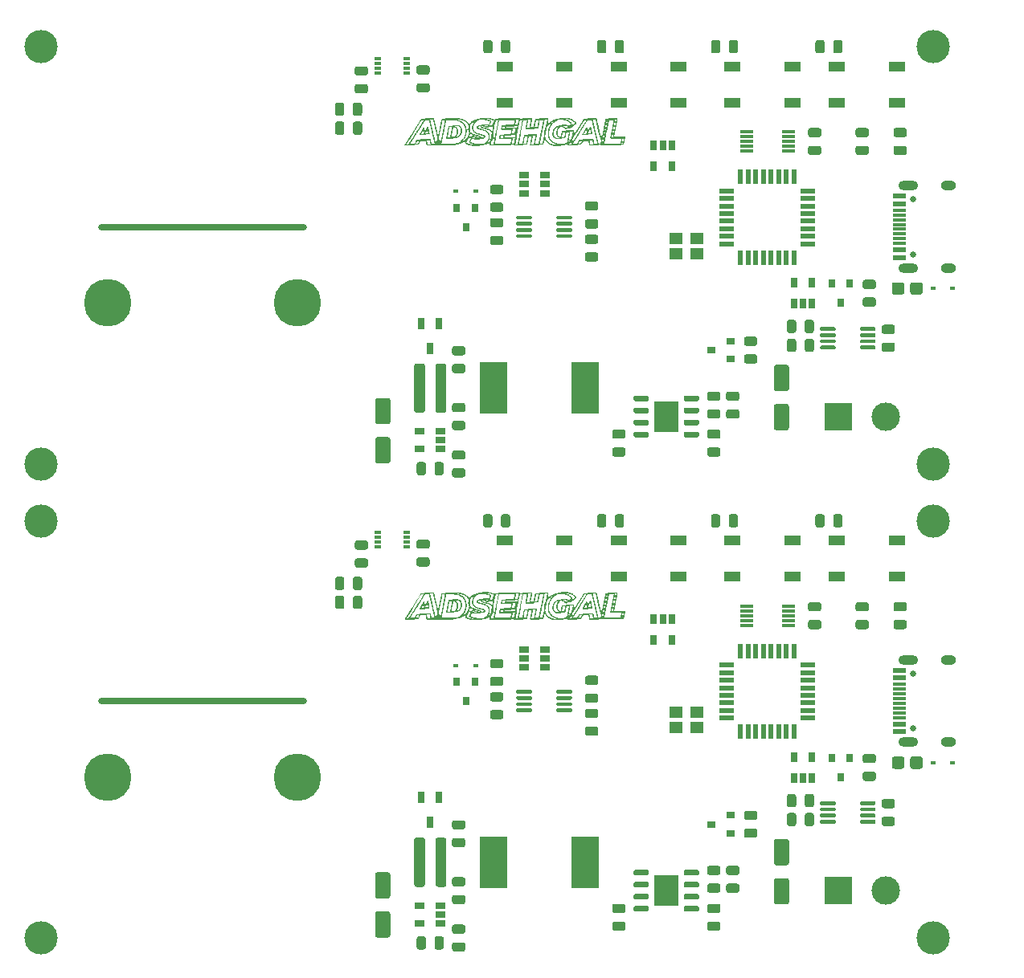
<source format=gbr>
%TF.GenerationSoftware,KiCad,Pcbnew,(5.99.0-3349-gc9824bbd9)*%
%TF.CreationDate,2020-09-17T19:38:13-07:00*%
%TF.ProjectId,Panelized_Power_Supply,50616e65-6c69-47a6-9564-5f506f776572,rev?*%
%TF.SameCoordinates,Original*%
%TF.FileFunction,Soldermask,Top*%
%TF.FilePolarity,Negative*%
%FSLAX46Y46*%
G04 Gerber Fmt 4.6, Leading zero omitted, Abs format (unit mm)*
G04 Created by KiCad (PCBNEW (5.99.0-3349-gc9824bbd9)) date 2020-09-17 19:38:13*
%MOMM*%
%LPD*%
G01*
G04 APERTURE LIST*
%ADD10R,0.600000X0.450000*%
%ADD11R,1.700000X1.000000*%
%ADD12C,3.500000*%
%ADD13R,1.400000X1.150000*%
%ADD14R,1.600000X0.550000*%
%ADD15R,0.550000X1.600000*%
%ADD16R,0.900000X0.800000*%
%ADD17O,22.010000X0.600000*%
%ADD18R,0.800000X0.300000*%
%ADD19R,3.000000X3.000000*%
%ADD20C,3.000000*%
%ADD21C,5.000000*%
%ADD22R,1.400000X0.300000*%
%ADD23R,0.650000X1.060000*%
%ADD24R,0.800000X0.900000*%
%ADD25C,0.650000*%
%ADD26R,1.450000X0.600000*%
%ADD27R,1.450000X0.300000*%
%ADD28O,1.600000X1.000000*%
%ADD29O,2.100000X1.000000*%
%ADD30R,0.650000X1.220000*%
%ADD31R,1.060000X0.650000*%
%ADD32R,2.514000X3.200000*%
%ADD33R,2.900000X5.400000*%
G04 APERTURE END LIST*
%TO.C,G\u002A\u002A\u002A*%
G36*
X54930868Y-74143728D02*
G01*
X54946658Y-74115830D01*
X54963948Y-74085385D01*
X54982517Y-74052778D01*
X55002146Y-74018393D01*
X55022613Y-73982613D01*
X55043697Y-73945823D01*
X55065177Y-73908406D01*
X55086832Y-73870747D01*
X55108441Y-73833230D01*
X55129785Y-73796239D01*
X55150640Y-73760158D01*
X55170787Y-73725372D01*
X55190005Y-73692263D01*
X55208072Y-73661216D01*
X55224769Y-73632615D01*
X55239873Y-73606845D01*
X55253164Y-73584289D01*
X55264421Y-73565332D01*
X55273423Y-73550357D01*
X55279950Y-73539748D01*
X55283780Y-73533890D01*
X55284489Y-73532982D01*
X55299128Y-73521377D01*
X55315638Y-73514803D01*
X55332931Y-73513072D01*
X55349920Y-73515997D01*
X55365516Y-73523392D01*
X55378633Y-73535069D01*
X55388162Y-73550794D01*
X55389639Y-73555936D01*
X55392095Y-73566420D01*
X55395400Y-73581614D01*
X55399423Y-73600884D01*
X55404035Y-73623599D01*
X55409106Y-73649126D01*
X55414506Y-73676833D01*
X55420104Y-73706086D01*
X55420319Y-73707224D01*
X55425857Y-73736351D01*
X55431115Y-73763820D01*
X55435973Y-73789019D01*
X55440312Y-73811339D01*
X55444012Y-73830169D01*
X55446956Y-73844898D01*
X55449022Y-73854916D01*
X55450092Y-73859612D01*
X55450124Y-73859718D01*
X55450943Y-73860346D01*
X55452625Y-73859209D01*
X55455357Y-73856003D01*
X55459321Y-73850424D01*
X55464703Y-73842168D01*
X55471687Y-73830931D01*
X55480457Y-73816409D01*
X55491198Y-73798300D01*
X55504094Y-73776297D01*
X55519329Y-73750099D01*
X55537089Y-73719401D01*
X55557556Y-73683900D01*
X55570785Y-73660911D01*
X55589663Y-73628127D01*
X55607828Y-73596654D01*
X55625031Y-73566922D01*
X55641019Y-73539361D01*
X55655543Y-73514402D01*
X55668350Y-73492475D01*
X55679190Y-73474011D01*
X55687813Y-73459440D01*
X55693966Y-73449192D01*
X55697399Y-73443699D01*
X55697741Y-73443203D01*
X55709993Y-73430963D01*
X55724941Y-73423285D01*
X55741463Y-73420004D01*
X55758433Y-73420958D01*
X55774726Y-73425982D01*
X55789218Y-73434915D01*
X55800784Y-73447593D01*
X55806694Y-73459015D01*
X55807748Y-73463268D01*
X55809825Y-73473024D01*
X55812836Y-73487825D01*
X55816696Y-73507210D01*
X55821317Y-73530719D01*
X55826612Y-73557891D01*
X55832493Y-73588266D01*
X55838874Y-73621385D01*
X55845667Y-73656786D01*
X55852785Y-73694009D01*
X55860142Y-73732595D01*
X55867649Y-73772083D01*
X55875220Y-73812013D01*
X55882768Y-73851924D01*
X55890205Y-73891357D01*
X55897444Y-73929851D01*
X55904398Y-73966946D01*
X55910980Y-74002182D01*
X55917104Y-74035098D01*
X55922680Y-74065235D01*
X55927623Y-74092131D01*
X55931846Y-74115327D01*
X55935260Y-74134363D01*
X55937780Y-74148779D01*
X55939318Y-74158113D01*
X55939790Y-74161825D01*
X55937413Y-74174949D01*
X55931256Y-74188963D01*
X55922533Y-74201298D01*
X55919731Y-74204163D01*
X55915975Y-74207679D01*
X55912451Y-74210694D01*
X55908686Y-74213246D01*
X55904206Y-74215373D01*
X55898537Y-74217115D01*
X55891205Y-74218510D01*
X55881735Y-74219596D01*
X55869653Y-74220412D01*
X55854487Y-74220997D01*
X55835761Y-74221388D01*
X55813001Y-74221625D01*
X55785734Y-74221746D01*
X55753485Y-74221789D01*
X55715781Y-74221794D01*
X55517420Y-74221794D01*
X55519714Y-74230149D01*
X55522086Y-74248621D01*
X55519770Y-74267407D01*
X55513214Y-74284750D01*
X55502869Y-74298895D01*
X55501839Y-74299885D01*
X55498975Y-74302594D01*
X55496298Y-74304981D01*
X55493424Y-74307066D01*
X55489972Y-74308870D01*
X55485559Y-74310412D01*
X55479804Y-74311714D01*
X55472323Y-74312795D01*
X55462735Y-74313675D01*
X55450658Y-74314375D01*
X55435709Y-74314915D01*
X55417507Y-74315316D01*
X55395668Y-74315597D01*
X55369811Y-74315779D01*
X55339554Y-74315882D01*
X55304513Y-74315926D01*
X55264308Y-74315932D01*
X55218556Y-74315919D01*
X55199374Y-74315914D01*
X55152346Y-74315897D01*
X55111008Y-74315868D01*
X55074974Y-74315817D01*
X55043855Y-74315737D01*
X55017267Y-74315621D01*
X54994821Y-74315461D01*
X54976132Y-74315248D01*
X54960812Y-74314976D01*
X54948475Y-74314637D01*
X54938734Y-74314222D01*
X54931203Y-74313725D01*
X54925494Y-74313138D01*
X54921221Y-74312452D01*
X54917997Y-74311660D01*
X54915436Y-74310755D01*
X54914223Y-74310230D01*
X54899534Y-74300542D01*
X54888105Y-74287025D01*
X54880567Y-74271046D01*
X54877553Y-74253972D01*
X54879692Y-74237171D01*
X54880022Y-74236130D01*
X54882167Y-74231577D01*
X54887138Y-74222172D01*
X54894715Y-74208301D01*
X54904676Y-74190348D01*
X54905781Y-74188373D01*
X55052233Y-74188373D01*
X55177351Y-74188373D01*
X55208209Y-74188361D01*
X55233521Y-74188310D01*
X55253820Y-74188196D01*
X55269636Y-74187997D01*
X55281500Y-74187690D01*
X55289944Y-74187251D01*
X55295500Y-74186657D01*
X55298698Y-74185886D01*
X55300070Y-74184914D01*
X55300146Y-74183719D01*
X55299878Y-74183056D01*
X55298524Y-74177342D01*
X55297581Y-74167765D01*
X55297274Y-74157884D01*
X55297368Y-74150728D01*
X55297932Y-74144615D01*
X55299374Y-74138541D01*
X55302100Y-74131504D01*
X55306518Y-74122500D01*
X55313035Y-74110525D01*
X55322057Y-74094575D01*
X55325181Y-74089097D01*
X55340066Y-74063010D01*
X55487047Y-74063010D01*
X55493733Y-74094186D01*
X55645395Y-74094186D01*
X55681052Y-74094156D01*
X55711044Y-74094059D01*
X55735783Y-74093885D01*
X55755682Y-74093623D01*
X55771150Y-74093264D01*
X55782602Y-74092796D01*
X55790447Y-74092210D01*
X55795098Y-74091495D01*
X55796966Y-74090641D01*
X55797047Y-74090388D01*
X55796495Y-74086946D01*
X55794915Y-74078122D01*
X55792418Y-74064502D01*
X55789115Y-74046675D01*
X55785117Y-74025226D01*
X55780535Y-74000744D01*
X55775481Y-73973814D01*
X55770064Y-73945023D01*
X55764397Y-73914960D01*
X55758589Y-73884209D01*
X55752753Y-73853360D01*
X55746999Y-73822998D01*
X55741437Y-73793710D01*
X55736179Y-73766083D01*
X55731337Y-73740705D01*
X55727020Y-73718162D01*
X55723340Y-73699041D01*
X55720407Y-73683930D01*
X55718334Y-73673414D01*
X55717230Y-73668081D01*
X55717105Y-73667580D01*
X55715489Y-73669698D01*
X55711088Y-73676691D01*
X55704135Y-73688159D01*
X55694866Y-73703705D01*
X55683515Y-73722928D01*
X55670316Y-73745431D01*
X55655504Y-73770814D01*
X55639313Y-73798680D01*
X55621977Y-73828629D01*
X55603733Y-73860263D01*
X55601632Y-73863912D01*
X55487047Y-74063010D01*
X55340066Y-74063010D01*
X55353102Y-74040165D01*
X55326820Y-73901549D01*
X55321440Y-73873448D01*
X55316332Y-73847289D01*
X55311616Y-73823656D01*
X55307413Y-73803131D01*
X55303844Y-73786297D01*
X55301031Y-73773737D01*
X55299095Y-73766032D01*
X55298192Y-73763733D01*
X55296400Y-73766407D01*
X55291831Y-73773926D01*
X55284731Y-73785863D01*
X55275348Y-73801794D01*
X55263928Y-73821292D01*
X55250718Y-73843931D01*
X55235966Y-73869285D01*
X55219917Y-73896930D01*
X55202818Y-73926438D01*
X55184917Y-73957384D01*
X55166461Y-73989342D01*
X55147695Y-74021886D01*
X55128868Y-74054590D01*
X55110225Y-74087029D01*
X55092013Y-74118776D01*
X55074480Y-74149406D01*
X55062202Y-74170903D01*
X55052233Y-74188373D01*
X54905781Y-74188373D01*
X54916801Y-74168695D01*
X54930868Y-74143728D01*
G37*
G36*
X66866606Y-73487494D02*
G01*
X66869995Y-73486698D01*
X66871864Y-73485724D01*
X66872719Y-73484551D01*
X66872825Y-73484252D01*
X66873617Y-73480674D01*
X66875534Y-73471492D01*
X66878505Y-73457059D01*
X66882458Y-73437730D01*
X66887321Y-73413857D01*
X66893024Y-73385795D01*
X66899493Y-73353897D01*
X66906658Y-73318516D01*
X66914446Y-73280006D01*
X66922786Y-73238721D01*
X66931607Y-73195014D01*
X66940836Y-73149238D01*
X66950402Y-73101748D01*
X66953553Y-73086100D01*
X66965136Y-73028686D01*
X66976040Y-72974907D01*
X66986221Y-72924969D01*
X66995637Y-72879080D01*
X67004242Y-72837447D01*
X67011995Y-72800277D01*
X67018850Y-72767777D01*
X67024766Y-72740155D01*
X67029697Y-72717617D01*
X67033602Y-72700372D01*
X67036436Y-72688626D01*
X67038155Y-72682586D01*
X67038397Y-72682009D01*
X67049124Y-72666554D01*
X67063435Y-72655683D01*
X67069770Y-72652669D01*
X67072813Y-72651667D01*
X67077087Y-72650816D01*
X67083062Y-72650102D01*
X67091209Y-72649515D01*
X67102000Y-72649043D01*
X67115905Y-72648673D01*
X67133395Y-72648396D01*
X67154941Y-72648198D01*
X67181014Y-72648068D01*
X67212086Y-72647995D01*
X67248626Y-72647967D01*
X67260323Y-72647966D01*
X67439621Y-72647966D01*
X67441145Y-72641130D01*
X67442563Y-72634767D01*
X67444813Y-72624663D01*
X67447404Y-72613026D01*
X67453471Y-72593206D01*
X67462091Y-72578178D01*
X67473954Y-72566950D01*
X67483213Y-72561476D01*
X67498657Y-72553780D01*
X68416775Y-72553780D01*
X68430155Y-72560616D01*
X68446085Y-72572048D01*
X68457917Y-72587555D01*
X68463996Y-72602698D01*
X68464591Y-72605370D01*
X68464963Y-72608468D01*
X68465043Y-72612377D01*
X68464763Y-72617484D01*
X68464056Y-72624174D01*
X68462855Y-72632833D01*
X68461089Y-72643846D01*
X68458693Y-72657600D01*
X68455598Y-72674480D01*
X68451736Y-72694871D01*
X68447040Y-72719161D01*
X68441440Y-72747733D01*
X68434871Y-72780975D01*
X68427262Y-72819272D01*
X68418547Y-72863009D01*
X68415321Y-72879182D01*
X68407501Y-72918362D01*
X68399996Y-72955935D01*
X68392894Y-72991458D01*
X68386283Y-73024491D01*
X68380252Y-73054593D01*
X68374890Y-73081324D01*
X68370284Y-73104243D01*
X68366524Y-73122908D01*
X68363697Y-73136881D01*
X68361892Y-73145719D01*
X68361221Y-73148891D01*
X68362308Y-73149916D01*
X68367109Y-73146326D01*
X68375511Y-73138222D01*
X68387400Y-73125709D01*
X68389838Y-73123066D01*
X68403795Y-73108177D01*
X68419445Y-73091972D01*
X68434883Y-73076394D01*
X68448209Y-73063387D01*
X68448357Y-73063247D01*
X68522089Y-72997315D01*
X68599688Y-72935998D01*
X68680977Y-72879380D01*
X68765775Y-72827544D01*
X68853904Y-72780573D01*
X68945184Y-72738550D01*
X69039436Y-72701557D01*
X69136481Y-72669679D01*
X69236140Y-72642998D01*
X69335637Y-72622141D01*
X70142285Y-72622141D01*
X70177225Y-72629184D01*
X70194436Y-72632858D01*
X70214846Y-72637527D01*
X70235797Y-72642569D01*
X70253182Y-72646980D01*
X70342899Y-72673144D01*
X70428268Y-72703496D01*
X70509423Y-72738121D01*
X70586498Y-72777104D01*
X70659627Y-72820531D01*
X70728945Y-72868486D01*
X70794586Y-72921055D01*
X70856685Y-72978324D01*
X70915376Y-73040378D01*
X70963605Y-73098114D01*
X70973946Y-73111558D01*
X70983218Y-73124243D01*
X70990594Y-73134991D01*
X70995245Y-73142625D01*
X70996080Y-73144350D01*
X71000124Y-73161471D01*
X70999052Y-73179507D01*
X70993240Y-73196775D01*
X70983066Y-73211594D01*
X70980438Y-73214212D01*
X70976490Y-73217517D01*
X70968188Y-73224182D01*
X70955986Y-73233853D01*
X70940338Y-73246172D01*
X70921698Y-73260784D01*
X70900519Y-73277333D01*
X70877255Y-73295464D01*
X70852360Y-73314820D01*
X70829834Y-73332297D01*
X70687934Y-73442289D01*
X70705265Y-73461016D01*
X70713421Y-73469620D01*
X70720053Y-73476233D01*
X70724072Y-73479780D01*
X70724652Y-73480098D01*
X70727279Y-73478323D01*
X70734397Y-73473059D01*
X70745698Y-73464543D01*
X70760873Y-73453012D01*
X70779613Y-73438704D01*
X70801610Y-73421854D01*
X70826554Y-73402700D01*
X70854137Y-73381478D01*
X70884050Y-73358427D01*
X70915984Y-73333782D01*
X70949631Y-73307780D01*
X70984680Y-73280659D01*
X70992020Y-73274975D01*
X71027383Y-73247582D01*
X71061433Y-73221195D01*
X71093860Y-73196056D01*
X71124350Y-73172408D01*
X71152591Y-73150493D01*
X71178272Y-73130554D01*
X71201080Y-73112833D01*
X71220703Y-73097573D01*
X71236829Y-73085016D01*
X71249144Y-73075405D01*
X71257338Y-73068982D01*
X71261098Y-73065990D01*
X71261285Y-73065830D01*
X71261122Y-73062005D01*
X71256869Y-73054614D01*
X71248971Y-73044132D01*
X71237878Y-73031035D01*
X71224036Y-73015797D01*
X71207893Y-72998893D01*
X71189897Y-72980799D01*
X71170495Y-72961989D01*
X71150134Y-72942938D01*
X71129263Y-72924121D01*
X71120610Y-72916539D01*
X71067999Y-72874398D01*
X71010286Y-72834790D01*
X70947998Y-72797958D01*
X70881665Y-72764149D01*
X70811812Y-72733608D01*
X70738969Y-72706580D01*
X70663663Y-72683309D01*
X70586422Y-72664042D01*
X70569163Y-72660352D01*
X70523061Y-72651564D01*
X70474103Y-72643637D01*
X70423494Y-72636693D01*
X70372440Y-72630854D01*
X70322144Y-72626241D01*
X70273814Y-72622976D01*
X70228653Y-72621180D01*
X70187866Y-72620974D01*
X70180263Y-72621137D01*
X70142285Y-72622141D01*
X69335637Y-72622141D01*
X69338233Y-72621597D01*
X69432847Y-72606814D01*
X69478226Y-72598202D01*
X69511842Y-72588672D01*
X69610663Y-72560031D01*
X69712528Y-72536432D01*
X69817037Y-72517914D01*
X69923787Y-72504514D01*
X70032378Y-72496271D01*
X70142407Y-72493223D01*
X70253472Y-72495407D01*
X70365172Y-72502863D01*
X70391131Y-72505349D01*
X70492260Y-72518078D01*
X70589395Y-72535379D01*
X70682557Y-72557263D01*
X70771766Y-72583740D01*
X70857043Y-72614821D01*
X70938408Y-72650515D01*
X71015881Y-72690832D01*
X71089482Y-72735783D01*
X71159231Y-72785379D01*
X71225149Y-72839628D01*
X71287255Y-72898541D01*
X71345571Y-72962129D01*
X71377586Y-73001056D01*
X71387952Y-73014498D01*
X71397421Y-73027374D01*
X71405087Y-73038411D01*
X71410045Y-73046336D01*
X71410765Y-73047699D01*
X71416215Y-73065282D01*
X71416073Y-73083377D01*
X71410569Y-73100763D01*
X71399933Y-73116217D01*
X71397337Y-73118849D01*
X71392529Y-73123009D01*
X71383348Y-73130514D01*
X71370141Y-73141096D01*
X71353250Y-73154490D01*
X71333022Y-73170429D01*
X71309800Y-73188646D01*
X71283930Y-73208876D01*
X71255757Y-73230852D01*
X71225624Y-73254308D01*
X71193877Y-73278977D01*
X71160860Y-73304593D01*
X71126919Y-73330890D01*
X71092398Y-73357602D01*
X71057642Y-73384461D01*
X71022995Y-73411203D01*
X70988803Y-73437559D01*
X70955410Y-73463265D01*
X70923160Y-73488054D01*
X70892399Y-73511659D01*
X70863472Y-73533815D01*
X70836722Y-73554254D01*
X70812496Y-73572710D01*
X70791136Y-73588918D01*
X70772990Y-73602611D01*
X70758400Y-73613522D01*
X70747712Y-73621385D01*
X70741271Y-73625934D01*
X70739612Y-73626952D01*
X70724393Y-73631560D01*
X70712267Y-73631704D01*
X70700807Y-73629915D01*
X70690711Y-73626492D01*
X70680988Y-73620739D01*
X70670643Y-73611955D01*
X70658684Y-73599443D01*
X70646714Y-73585600D01*
X70634917Y-73571847D01*
X70622875Y-73558253D01*
X70611881Y-73546249D01*
X70603229Y-73537269D01*
X70602086Y-73536148D01*
X70585873Y-73520442D01*
X70462823Y-73616042D01*
X70438617Y-73634818D01*
X70415575Y-73652633D01*
X70394199Y-73669105D01*
X70374987Y-73683849D01*
X70358441Y-73696484D01*
X70345062Y-73706625D01*
X70335351Y-73713890D01*
X70329807Y-73717896D01*
X70329139Y-73718339D01*
X70317565Y-73722912D01*
X70302861Y-73725019D01*
X70287470Y-73724606D01*
X70273839Y-73721619D01*
X70269335Y-73719643D01*
X70264188Y-73715660D01*
X70256015Y-73707892D01*
X70245682Y-73697223D01*
X70234052Y-73684539D01*
X70224793Y-73674000D01*
X70187378Y-73632716D01*
X70150717Y-73596720D01*
X70114071Y-73565409D01*
X70076702Y-73538180D01*
X70037872Y-73514430D01*
X70014147Y-73501889D01*
X69970703Y-73482778D01*
X69923039Y-73466613D01*
X69872417Y-73453714D01*
X69820099Y-73444404D01*
X69768139Y-73439058D01*
X69736393Y-73437005D01*
X69706494Y-73457231D01*
X69659225Y-73492850D01*
X69615676Y-73533145D01*
X69575993Y-73577880D01*
X69540318Y-73626819D01*
X69508797Y-73679725D01*
X69481574Y-73736362D01*
X69458793Y-73796494D01*
X69440599Y-73859883D01*
X69429876Y-73910370D01*
X69424721Y-73941195D01*
X69420951Y-73969927D01*
X69418412Y-73998447D01*
X69416950Y-74028632D01*
X69416410Y-74062360D01*
X69416408Y-74074437D01*
X69416781Y-74105352D01*
X69417808Y-74131563D01*
X69419649Y-74154425D01*
X69422463Y-74175292D01*
X69426413Y-74195517D01*
X69431659Y-74216453D01*
X69434412Y-74226218D01*
X69451039Y-74272943D01*
X69472861Y-74316697D01*
X69499615Y-74357182D01*
X69531037Y-74394098D01*
X69566866Y-74427148D01*
X69606839Y-74456031D01*
X69650692Y-74480449D01*
X69663113Y-74486216D01*
X69677401Y-74492306D01*
X69692470Y-74498265D01*
X69707216Y-74503713D01*
X69720540Y-74508271D01*
X69731341Y-74511557D01*
X69738516Y-74513192D01*
X69740910Y-74513054D01*
X69741633Y-74509967D01*
X69743443Y-74501398D01*
X69746242Y-74487827D01*
X69749934Y-74469733D01*
X69754421Y-74447595D01*
X69759606Y-74421892D01*
X69765394Y-74393103D01*
X69771686Y-74361707D01*
X69778386Y-74328184D01*
X69783545Y-74302308D01*
X69794360Y-74248038D01*
X69804062Y-74199407D01*
X69812723Y-74156091D01*
X69820415Y-74117770D01*
X69827207Y-74084121D01*
X69833170Y-74054822D01*
X69838376Y-74029552D01*
X69842896Y-74007987D01*
X69846799Y-73989807D01*
X69850158Y-73974689D01*
X69853043Y-73962311D01*
X69855524Y-73952351D01*
X69857673Y-73944487D01*
X69859560Y-73938397D01*
X69861257Y-73933759D01*
X69862834Y-73930250D01*
X69864362Y-73927550D01*
X69865912Y-73925336D01*
X69866723Y-73924303D01*
X69875244Y-73915623D01*
X69885241Y-73907917D01*
X69887358Y-73906623D01*
X69899222Y-73899836D01*
X70080555Y-73899786D01*
X70118348Y-73899768D01*
X70150519Y-73899724D01*
X70177524Y-73899643D01*
X70199817Y-73899512D01*
X70217852Y-73899315D01*
X70232086Y-73899041D01*
X70242972Y-73898676D01*
X70250967Y-73898207D01*
X70256523Y-73897620D01*
X70260097Y-73896901D01*
X70262144Y-73896038D01*
X70263117Y-73895017D01*
X70263351Y-73894419D01*
X70264666Y-73888992D01*
X70266806Y-73879507D01*
X70269346Y-73867851D01*
X70269785Y-73865801D01*
X70276140Y-73844597D01*
X70285262Y-73828413D01*
X70297527Y-73816680D01*
X70305519Y-73812030D01*
X70318904Y-73805550D01*
X70721276Y-73805617D01*
X70778959Y-73805629D01*
X70830878Y-73805649D01*
X70877349Y-73805680D01*
X70918684Y-73805727D01*
X70955197Y-73805795D01*
X70987202Y-73805887D01*
X71015013Y-73806008D01*
X71038942Y-73806162D01*
X71059305Y-73806354D01*
X71076415Y-73806587D01*
X71090585Y-73806866D01*
X71102129Y-73807196D01*
X71111360Y-73807580D01*
X71118593Y-73808023D01*
X71124142Y-73808529D01*
X71128319Y-73809103D01*
X71131438Y-73809749D01*
X71133814Y-73810471D01*
X71135759Y-73811273D01*
X71135801Y-73811292D01*
X71151485Y-73821683D01*
X71162865Y-73835973D01*
X71169378Y-73853272D01*
X71170742Y-73866541D01*
X71170170Y-73870894D01*
X71168530Y-73880637D01*
X71165931Y-73895199D01*
X71162483Y-73914009D01*
X71158298Y-73936498D01*
X71153484Y-73962093D01*
X71148154Y-73990224D01*
X71142416Y-74020320D01*
X71136381Y-74051810D01*
X71130160Y-74084124D01*
X71123863Y-74116691D01*
X71117600Y-74148939D01*
X71111482Y-74180298D01*
X71105619Y-74210197D01*
X71100121Y-74238066D01*
X71095098Y-74263333D01*
X71090662Y-74285428D01*
X71086922Y-74303779D01*
X71083988Y-74317816D01*
X71081971Y-74326968D01*
X71081084Y-74330412D01*
X71080589Y-74333888D01*
X71080946Y-74334210D01*
X71082650Y-74331679D01*
X71087494Y-74324213D01*
X71095358Y-74312002D01*
X71106120Y-74295238D01*
X71119658Y-74274111D01*
X71135850Y-74248812D01*
X71154575Y-74219532D01*
X71175710Y-74186463D01*
X71199134Y-74149793D01*
X71224725Y-74109715D01*
X71252361Y-74066420D01*
X71281920Y-74020098D01*
X71313281Y-73970939D01*
X71346321Y-73919136D01*
X71380920Y-73864878D01*
X71416954Y-73808356D01*
X71454303Y-73749762D01*
X71492844Y-73689285D01*
X71532456Y-73627118D01*
X71573017Y-73563451D01*
X71609917Y-73505520D01*
X71651294Y-73440568D01*
X71691868Y-73376897D01*
X71731517Y-73314701D01*
X71770117Y-73254174D01*
X71807543Y-73195508D01*
X71843672Y-73138898D01*
X71878379Y-73084538D01*
X71911542Y-73032620D01*
X71943036Y-72983338D01*
X71972738Y-72936886D01*
X72000523Y-72893458D01*
X72026268Y-72853246D01*
X72049849Y-72816445D01*
X72071142Y-72783248D01*
X72090023Y-72753849D01*
X72106369Y-72728441D01*
X72120055Y-72707218D01*
X72130958Y-72690373D01*
X72133921Y-72685824D01*
X73126628Y-72685824D01*
X73126970Y-72686704D01*
X73127858Y-72689996D01*
X73130100Y-72699006D01*
X73133651Y-72713543D01*
X73138464Y-72733413D01*
X73144493Y-72758421D01*
X73151692Y-72788376D01*
X73160014Y-72823082D01*
X73169415Y-72862348D01*
X73179847Y-72905979D01*
X73191264Y-72953781D01*
X73203621Y-73005562D01*
X73216871Y-73061128D01*
X73230968Y-73120286D01*
X73245866Y-73182841D01*
X73261520Y-73248602D01*
X73277881Y-73317373D01*
X73294906Y-73388962D01*
X73312547Y-73463176D01*
X73330759Y-73539820D01*
X73349495Y-73618701D01*
X73368709Y-73699627D01*
X73388355Y-73782403D01*
X73408387Y-73866836D01*
X73426639Y-73943792D01*
X73446969Y-74029514D01*
X73466948Y-74113741D01*
X73486531Y-74196278D01*
X73505670Y-74276933D01*
X73524321Y-74355513D01*
X73542438Y-74431825D01*
X73559975Y-74505676D01*
X73576885Y-74576874D01*
X73593124Y-74645225D01*
X73608645Y-74710538D01*
X73623402Y-74772619D01*
X73637349Y-74831274D01*
X73650442Y-74886313D01*
X73662633Y-74937541D01*
X73673877Y-74984765D01*
X73684128Y-75027794D01*
X73693340Y-75066434D01*
X73701468Y-75100492D01*
X73708465Y-75129776D01*
X73714286Y-75154092D01*
X73718884Y-75173248D01*
X73722215Y-75187052D01*
X73724231Y-75195309D01*
X73724885Y-75197841D01*
X73728141Y-75198362D01*
X73736787Y-75198841D01*
X73750137Y-75199264D01*
X73767507Y-75199618D01*
X73788209Y-75199887D01*
X73811557Y-75200059D01*
X73836794Y-75200119D01*
X73947296Y-75200119D01*
X73950565Y-75184168D01*
X73952034Y-75176931D01*
X73954498Y-75164708D01*
X73957763Y-75148470D01*
X73961633Y-75129190D01*
X73965913Y-75107839D01*
X73970204Y-75086406D01*
X73986574Y-75004594D01*
X73985989Y-75002124D01*
X74117068Y-75002124D01*
X74147092Y-75129959D01*
X74154337Y-75160772D01*
X74160348Y-75186188D01*
X74165280Y-75206726D01*
X74169285Y-75222906D01*
X74172517Y-75235247D01*
X74175127Y-75244268D01*
X74177269Y-75250490D01*
X74179096Y-75254431D01*
X74180760Y-75256611D01*
X74182415Y-75257548D01*
X74184213Y-75257764D01*
X74184713Y-75257766D01*
X74192309Y-75257737D01*
X74204269Y-75197841D01*
X74335585Y-75197841D01*
X74338726Y-75198081D01*
X74347645Y-75198308D01*
X74362047Y-75198520D01*
X74381633Y-75198719D01*
X74406107Y-75198905D01*
X74435170Y-75199077D01*
X74468525Y-75199236D01*
X74505875Y-75199381D01*
X74546923Y-75199513D01*
X74591371Y-75199632D01*
X74638922Y-75199738D01*
X74689278Y-75199831D01*
X74742143Y-75199911D01*
X74797218Y-75199978D01*
X74854206Y-75200032D01*
X74912811Y-75200074D01*
X74972734Y-75200104D01*
X75033679Y-75200121D01*
X75095347Y-75200126D01*
X75157442Y-75200118D01*
X75219666Y-75200098D01*
X75281722Y-75200067D01*
X75343312Y-75200023D01*
X75404139Y-75199967D01*
X75463906Y-75199900D01*
X75522316Y-75199821D01*
X75579070Y-75199730D01*
X75633872Y-75199628D01*
X75686424Y-75199514D01*
X75736428Y-75199389D01*
X75783589Y-75199253D01*
X75827607Y-75199106D01*
X75868186Y-75198947D01*
X75905029Y-75198778D01*
X75937837Y-75198598D01*
X75966314Y-75198407D01*
X75990163Y-75198205D01*
X76009085Y-75197992D01*
X76022784Y-75197769D01*
X76030962Y-75197536D01*
X76033354Y-75197325D01*
X76033601Y-75196303D01*
X76165670Y-75196303D01*
X76167066Y-75197656D01*
X76171660Y-75198672D01*
X76180057Y-75199388D01*
X76192864Y-75199843D01*
X76210686Y-75200072D01*
X76227625Y-75200119D01*
X76289580Y-75200119D01*
X76291496Y-75192486D01*
X76292580Y-75187588D01*
X76294721Y-75177379D01*
X76297818Y-75162368D01*
X76301768Y-75143067D01*
X76306468Y-75119985D01*
X76311817Y-75093631D01*
X76317712Y-75064515D01*
X76324050Y-75033149D01*
X76330728Y-75000041D01*
X76337646Y-74965701D01*
X76344699Y-74930640D01*
X76351785Y-74895368D01*
X76358803Y-74860394D01*
X76365649Y-74826228D01*
X76372222Y-74793380D01*
X76378418Y-74762361D01*
X76384136Y-74733679D01*
X76389272Y-74707846D01*
X76393725Y-74685371D01*
X76397391Y-74666764D01*
X76400169Y-74652536D01*
X76401956Y-74643195D01*
X76402650Y-74639251D01*
X76402655Y-74639177D01*
X76401655Y-74637733D01*
X76398194Y-74636650D01*
X76391581Y-74635882D01*
X76381126Y-74635382D01*
X76366139Y-74635105D01*
X76345928Y-74635003D01*
X76340371Y-74635000D01*
X76321660Y-74635055D01*
X76305199Y-74635209D01*
X76291884Y-74635444D01*
X76282615Y-74635744D01*
X76278290Y-74636091D01*
X76278086Y-74636187D01*
X76277496Y-74639270D01*
X76275783Y-74647894D01*
X76273031Y-74661642D01*
X76269322Y-74680100D01*
X76264741Y-74702852D01*
X76259371Y-74729484D01*
X76253297Y-74759579D01*
X76246602Y-74792722D01*
X76239369Y-74828499D01*
X76231683Y-74866493D01*
X76223628Y-74906290D01*
X76221878Y-74914931D01*
X76213746Y-74955125D01*
X76205968Y-74993653D01*
X76198626Y-75030095D01*
X76191804Y-75064030D01*
X76185588Y-75095039D01*
X76180061Y-75122699D01*
X76175306Y-75146591D01*
X76171408Y-75166295D01*
X76168450Y-75181390D01*
X76166518Y-75191455D01*
X76165694Y-75196071D01*
X76165670Y-75196303D01*
X76033601Y-75196303D01*
X76034127Y-75194128D01*
X76035995Y-75185509D01*
X76038847Y-75172003D01*
X76042575Y-75154143D01*
X76047069Y-75132465D01*
X76052222Y-75107503D01*
X76057924Y-75079791D01*
X76064066Y-75049864D01*
X76070539Y-75018257D01*
X76077234Y-74985503D01*
X76084043Y-74952137D01*
X76090856Y-74918693D01*
X76097564Y-74885707D01*
X76104058Y-74853712D01*
X76110230Y-74823243D01*
X76115971Y-74794835D01*
X76121171Y-74769021D01*
X76125722Y-74746336D01*
X76129515Y-74727315D01*
X76132440Y-74712493D01*
X76134389Y-74702402D01*
X76135253Y-74697579D01*
X76135287Y-74697267D01*
X76132298Y-74697118D01*
X76123531Y-74696965D01*
X76109284Y-74696809D01*
X76089854Y-74696651D01*
X76065540Y-74696493D01*
X76036639Y-74696335D01*
X76003450Y-74696178D01*
X75966271Y-74696025D01*
X75925400Y-74695876D01*
X75881135Y-74695731D01*
X75833774Y-74695593D01*
X75783615Y-74695463D01*
X75730956Y-74695342D01*
X75676096Y-74695230D01*
X75619331Y-74695129D01*
X75569408Y-74695053D01*
X75003529Y-74694246D01*
X74989029Y-74685723D01*
X74973498Y-74673467D01*
X74962952Y-74658108D01*
X74957762Y-74640198D01*
X74957654Y-74639277D01*
X74957695Y-74636803D01*
X74958174Y-74632278D01*
X74959123Y-74625530D01*
X74960577Y-74616390D01*
X74962568Y-74604684D01*
X74965130Y-74590243D01*
X74968297Y-74572893D01*
X74969912Y-74564214D01*
X75099234Y-74564214D01*
X75100282Y-74565605D01*
X75103877Y-74566614D01*
X75110699Y-74567274D01*
X75121427Y-74567621D01*
X75136739Y-74567691D01*
X75157313Y-74567518D01*
X75161957Y-74567460D01*
X75224680Y-74566638D01*
X75243984Y-74467894D01*
X75246221Y-74456514D01*
X75249591Y-74439450D01*
X75254040Y-74416978D01*
X75259514Y-74389374D01*
X75265956Y-74356913D01*
X75273314Y-74319871D01*
X75281530Y-74278523D01*
X75290552Y-74233146D01*
X75300324Y-74184014D01*
X75310791Y-74131403D01*
X75321898Y-74075589D01*
X75333590Y-74016848D01*
X75345813Y-73955455D01*
X75358512Y-73891685D01*
X75371632Y-73825815D01*
X75385119Y-73758119D01*
X75398916Y-73688874D01*
X75412970Y-73618355D01*
X75427226Y-73546838D01*
X75431374Y-73526028D01*
X75599460Y-72682906D01*
X75537277Y-72682084D01*
X75518512Y-72681879D01*
X75501928Y-72681781D01*
X75488443Y-72681787D01*
X75478972Y-72681898D01*
X75474432Y-72682111D01*
X75474176Y-72682179D01*
X75473506Y-72685201D01*
X75471706Y-72693908D01*
X75468831Y-72708028D01*
X75464936Y-72727285D01*
X75460076Y-72751405D01*
X75454304Y-72780115D01*
X75447676Y-72813140D01*
X75440246Y-72850206D01*
X75432068Y-72891040D01*
X75423198Y-72935366D01*
X75413690Y-72982911D01*
X75403599Y-73033401D01*
X75392979Y-73086561D01*
X75381884Y-73142117D01*
X75370370Y-73199796D01*
X75358491Y-73259323D01*
X75346302Y-73320424D01*
X75333857Y-73382825D01*
X75321210Y-73446252D01*
X75308417Y-73510430D01*
X75295533Y-73575086D01*
X75282611Y-73639946D01*
X75269706Y-73704734D01*
X75256873Y-73769178D01*
X75244167Y-73833002D01*
X75231642Y-73895934D01*
X75219352Y-73957698D01*
X75207353Y-74018021D01*
X75195699Y-74076628D01*
X75184445Y-74133245D01*
X75173645Y-74187599D01*
X75163353Y-74239415D01*
X75153625Y-74288419D01*
X75144515Y-74334337D01*
X75136078Y-74376895D01*
X75128368Y-74415818D01*
X75121440Y-74450832D01*
X75115348Y-74481664D01*
X75110147Y-74508039D01*
X75105893Y-74529683D01*
X75102638Y-74546322D01*
X75100439Y-74557682D01*
X75099348Y-74563489D01*
X75099234Y-74564214D01*
X74969912Y-74564214D01*
X74972100Y-74552466D01*
X74976575Y-74528788D01*
X74981753Y-74501688D01*
X74987669Y-74470996D01*
X74994356Y-74436540D01*
X75001847Y-74398148D01*
X75010175Y-74355649D01*
X75019374Y-74308873D01*
X75029477Y-74257647D01*
X75040517Y-74201800D01*
X75052528Y-74141161D01*
X75065543Y-74075559D01*
X75079596Y-74004822D01*
X75094719Y-73928779D01*
X75110946Y-73847258D01*
X75128311Y-73760089D01*
X75143075Y-73686015D01*
X75157910Y-73611593D01*
X75172436Y-73538704D01*
X75186608Y-73467574D01*
X75200381Y-73398428D01*
X75213711Y-73331492D01*
X75226552Y-73266992D01*
X75238860Y-73205154D01*
X75250590Y-73146203D01*
X75261697Y-73090365D01*
X75272136Y-73037865D01*
X75281862Y-72988930D01*
X75290831Y-72943784D01*
X75298997Y-72902655D01*
X75306315Y-72865766D01*
X75312742Y-72833344D01*
X75318231Y-72805615D01*
X75322739Y-72782804D01*
X75326220Y-72765136D01*
X75328629Y-72752839D01*
X75329922Y-72746136D01*
X75330144Y-72744891D01*
X75327158Y-72744422D01*
X75318409Y-72744005D01*
X75304210Y-72743645D01*
X75284875Y-72743342D01*
X75260717Y-72743101D01*
X75232048Y-72742922D01*
X75199184Y-72742810D01*
X75162436Y-72742765D01*
X75122119Y-72742792D01*
X75078545Y-72742891D01*
X75077358Y-72742895D01*
X74824572Y-72743672D01*
X74579378Y-73969617D01*
X74562353Y-74054766D01*
X74545638Y-74138405D01*
X74529273Y-74220335D01*
X74513297Y-74300361D01*
X74497749Y-74378286D01*
X74482669Y-74453911D01*
X74468095Y-74527040D01*
X74454067Y-74597476D01*
X74440624Y-74665021D01*
X74427804Y-74729480D01*
X74415647Y-74790653D01*
X74404193Y-74848345D01*
X74393480Y-74902359D01*
X74383546Y-74952497D01*
X74374433Y-74998561D01*
X74366178Y-75040356D01*
X74358820Y-75077684D01*
X74352400Y-75110348D01*
X74346955Y-75138150D01*
X74342526Y-75160894D01*
X74339150Y-75178382D01*
X74336868Y-75190418D01*
X74335719Y-75196805D01*
X74335585Y-75197841D01*
X74204269Y-75197841D01*
X74442707Y-74003743D01*
X74459910Y-73917596D01*
X74476816Y-73832952D01*
X74493386Y-73750005D01*
X74509580Y-73668950D01*
X74525359Y-73589984D01*
X74540685Y-73513301D01*
X74555519Y-73439096D01*
X74569820Y-73367565D01*
X74583551Y-73298903D01*
X74596672Y-73233305D01*
X74609144Y-73170967D01*
X74620928Y-73112083D01*
X74631985Y-73056848D01*
X74642276Y-73005459D01*
X74651762Y-72958110D01*
X74660403Y-72914997D01*
X74668161Y-72876314D01*
X74674996Y-72842257D01*
X74680870Y-72813021D01*
X74685743Y-72788802D01*
X74689576Y-72769794D01*
X74692331Y-72756194D01*
X74693968Y-72748195D01*
X74694449Y-72745951D01*
X74693625Y-72744630D01*
X74689693Y-72743633D01*
X74682052Y-72742924D01*
X74670102Y-72742465D01*
X74653241Y-72742221D01*
X74632419Y-72742153D01*
X74569045Y-72742153D01*
X74343056Y-73872138D01*
X74117068Y-75002124D01*
X73985989Y-75002124D01*
X73711176Y-73843004D01*
X73435777Y-72681415D01*
X73279959Y-72681401D01*
X73245191Y-72681407D01*
X73216022Y-72681442D01*
X73191974Y-72681524D01*
X73172570Y-72681668D01*
X73157331Y-72681892D01*
X73145780Y-72682211D01*
X73137440Y-72682643D01*
X73131832Y-72683203D01*
X73128480Y-72683909D01*
X73126904Y-72684777D01*
X73126628Y-72685824D01*
X72133921Y-72685824D01*
X72138954Y-72678101D01*
X72143919Y-72670593D01*
X72145675Y-72668091D01*
X72153816Y-72661024D01*
X72163789Y-72654709D01*
X72165777Y-72653726D01*
X72168716Y-72652508D01*
X72172178Y-72651478D01*
X72176668Y-72650621D01*
X72182693Y-72649921D01*
X72190758Y-72649361D01*
X72201371Y-72648926D01*
X72215037Y-72648599D01*
X72232263Y-72648364D01*
X72253554Y-72648207D01*
X72279416Y-72648109D01*
X72310357Y-72648057D01*
X72345815Y-72648033D01*
X72513700Y-72647966D01*
X72527757Y-72625939D01*
X72539585Y-72607527D01*
X72548821Y-72593523D01*
X72556055Y-72583158D01*
X72561875Y-72575661D01*
X72566872Y-72570265D01*
X72571633Y-72566199D01*
X72575650Y-72563399D01*
X72588098Y-72555299D01*
X73506654Y-72555299D01*
X73519828Y-72564548D01*
X73529076Y-72572538D01*
X73537131Y-72581971D01*
X73539579Y-72585816D01*
X73540939Y-72589991D01*
X73543673Y-72600042D01*
X73547772Y-72615926D01*
X73553226Y-72637603D01*
X73560024Y-72665031D01*
X73568157Y-72698169D01*
X73577614Y-72736975D01*
X73588387Y-72781408D01*
X73600463Y-72831427D01*
X73613835Y-72886990D01*
X73628492Y-72948056D01*
X73644423Y-73014583D01*
X73661620Y-73086530D01*
X73680071Y-73163856D01*
X73699767Y-73246519D01*
X73720699Y-73334478D01*
X73742855Y-73427692D01*
X73766227Y-73526118D01*
X73790804Y-73629716D01*
X73795739Y-73650530D01*
X73814362Y-73729070D01*
X73832628Y-73806092D01*
X73850488Y-73881384D01*
X73867891Y-73954736D01*
X73884789Y-74025940D01*
X73901129Y-74094784D01*
X73916864Y-74161059D01*
X73931942Y-74224555D01*
X73946315Y-74285061D01*
X73959931Y-74342369D01*
X73972742Y-74396267D01*
X73984697Y-74446546D01*
X73995746Y-74492995D01*
X74005839Y-74535406D01*
X74014927Y-74573567D01*
X74022960Y-74607270D01*
X74029887Y-74636303D01*
X74035658Y-74660457D01*
X74040225Y-74679522D01*
X74043536Y-74693288D01*
X74045542Y-74701545D01*
X74046193Y-74704095D01*
X74046847Y-74701218D01*
X74048648Y-74692598D01*
X74051552Y-74678448D01*
X74055516Y-74658986D01*
X74060496Y-74634425D01*
X74066450Y-74604980D01*
X74073334Y-74570868D01*
X74081105Y-74532303D01*
X74089720Y-74489501D01*
X74099136Y-74442676D01*
X74109309Y-74392044D01*
X74120196Y-74337819D01*
X74131754Y-74280218D01*
X74143939Y-74219455D01*
X74156710Y-74155745D01*
X74170021Y-74089304D01*
X74183830Y-74020347D01*
X74198094Y-73949089D01*
X74212770Y-73875745D01*
X74227814Y-73800530D01*
X74243183Y-73723659D01*
X74251250Y-73683302D01*
X74271253Y-73583250D01*
X74290102Y-73489040D01*
X74307823Y-73400552D01*
X74324440Y-73317668D01*
X74339976Y-73240267D01*
X74354456Y-73168231D01*
X74367905Y-73101440D01*
X74380346Y-73039775D01*
X74391805Y-72983116D01*
X74402305Y-72931344D01*
X74411871Y-72884339D01*
X74420527Y-72841982D01*
X74428297Y-72804154D01*
X74435207Y-72770736D01*
X74441279Y-72741607D01*
X74446539Y-72716649D01*
X74451010Y-72695742D01*
X74454718Y-72678767D01*
X74457686Y-72665604D01*
X74459939Y-72656134D01*
X74461501Y-72650238D01*
X74462280Y-72647994D01*
X74470200Y-72636388D01*
X74480688Y-72626263D01*
X74482128Y-72625207D01*
X74495131Y-72616064D01*
X74608207Y-72615201D01*
X74721283Y-72614337D01*
X74724867Y-72600940D01*
X74731718Y-72585637D01*
X74742929Y-72571758D01*
X74756808Y-72561278D01*
X74760440Y-72559446D01*
X74762288Y-72558700D01*
X74764582Y-72558024D01*
X74767617Y-72557415D01*
X74771684Y-72556869D01*
X74777077Y-72556382D01*
X74784088Y-72555951D01*
X74793011Y-72555572D01*
X74804137Y-72555243D01*
X74817760Y-72554959D01*
X74834172Y-72554718D01*
X74853666Y-72554515D01*
X74876535Y-72554347D01*
X74903072Y-72554210D01*
X74933569Y-72554102D01*
X74968319Y-72554019D01*
X75007615Y-72553956D01*
X75051750Y-72553912D01*
X75101016Y-72553881D01*
X75155707Y-72553861D01*
X75216114Y-72553849D01*
X75230738Y-72553846D01*
X75293296Y-72553832D01*
X75350069Y-72553816D01*
X75401346Y-72553808D01*
X75447418Y-72553819D01*
X75488576Y-72553859D01*
X75525110Y-72553939D01*
X75557311Y-72554069D01*
X75585468Y-72554259D01*
X75609873Y-72554520D01*
X75630817Y-72554863D01*
X75648589Y-72555297D01*
X75663480Y-72555834D01*
X75675781Y-72556483D01*
X75685782Y-72557255D01*
X75693773Y-72558160D01*
X75700047Y-72559209D01*
X75704891Y-72560413D01*
X75708599Y-72561782D01*
X75711459Y-72563325D01*
X75713762Y-72565054D01*
X75715799Y-72566979D01*
X75717861Y-72569111D01*
X75720186Y-72571411D01*
X75729601Y-72583062D01*
X75736638Y-72597166D01*
X75740086Y-72611139D01*
X75740244Y-72614140D01*
X75739662Y-72617901D01*
X75737935Y-72627393D01*
X75735108Y-72642388D01*
X75731225Y-72662657D01*
X75726332Y-72687973D01*
X75720474Y-72718107D01*
X75713695Y-72752832D01*
X75706041Y-72791918D01*
X75697557Y-72835139D01*
X75688286Y-72882267D01*
X75678275Y-72933072D01*
X75667569Y-72987327D01*
X75656211Y-73044803D01*
X75644248Y-73105274D01*
X75631723Y-73168510D01*
X75618683Y-73234284D01*
X75605171Y-73302367D01*
X75591233Y-73372531D01*
X75576914Y-73444549D01*
X75562259Y-73518192D01*
X75553457Y-73562389D01*
X75538635Y-73636808D01*
X75524122Y-73709697D01*
X75509962Y-73780831D01*
X75496201Y-73849984D01*
X75482884Y-73916931D01*
X75470055Y-73981444D01*
X75457758Y-74043298D01*
X75446040Y-74102268D01*
X75434944Y-74158127D01*
X75424516Y-74210649D01*
X75414801Y-74259609D01*
X75405843Y-74304779D01*
X75397687Y-74345936D01*
X75390377Y-74382851D01*
X75383960Y-74415301D01*
X75378479Y-74443058D01*
X75373980Y-74465896D01*
X75370507Y-74483590D01*
X75368106Y-74495914D01*
X75366820Y-74502642D01*
X75366603Y-74503900D01*
X75368157Y-74504353D01*
X75372941Y-74504769D01*
X75381135Y-74505149D01*
X75392923Y-74505496D01*
X75408485Y-74505809D01*
X75428003Y-74506090D01*
X75451659Y-74506340D01*
X75479635Y-74506560D01*
X75512112Y-74506752D01*
X75549272Y-74506917D01*
X75591297Y-74507054D01*
X75638369Y-74507167D01*
X75690668Y-74507256D01*
X75748377Y-74507321D01*
X75811678Y-74507365D01*
X75880752Y-74507388D01*
X75930301Y-74507392D01*
X75999870Y-74507387D01*
X76063624Y-74507379D01*
X76121822Y-74507374D01*
X76174725Y-74507380D01*
X76222595Y-74507405D01*
X76265690Y-74507458D01*
X76304273Y-74507544D01*
X76338603Y-74507673D01*
X76368941Y-74507852D01*
X76395548Y-74508089D01*
X76418684Y-74508391D01*
X76438610Y-74508767D01*
X76455586Y-74509223D01*
X76469874Y-74509767D01*
X76481733Y-74510408D01*
X76491424Y-74511153D01*
X76499209Y-74512010D01*
X76505346Y-74512986D01*
X76510098Y-74514090D01*
X76513724Y-74515328D01*
X76516485Y-74516709D01*
X76518642Y-74518241D01*
X76520455Y-74519930D01*
X76522185Y-74521785D01*
X76524092Y-74523814D01*
X76525329Y-74525023D01*
X76534503Y-74536316D01*
X76541513Y-74550012D01*
X76545141Y-74563548D01*
X76545388Y-74567233D01*
X76544800Y-74571791D01*
X76543076Y-74581815D01*
X76540306Y-74596853D01*
X76536582Y-74616456D01*
X76531997Y-74640171D01*
X76526640Y-74667549D01*
X76520605Y-74698137D01*
X76513982Y-74731486D01*
X76506864Y-74767144D01*
X76499341Y-74804660D01*
X76491505Y-74843584D01*
X76483449Y-74883465D01*
X76475263Y-74923851D01*
X76467039Y-74964292D01*
X76458869Y-75004337D01*
X76450845Y-75043535D01*
X76443057Y-75081435D01*
X76435598Y-75117587D01*
X76428559Y-75151538D01*
X76422032Y-75182839D01*
X76416108Y-75211038D01*
X76410879Y-75235685D01*
X76406436Y-75256328D01*
X76402872Y-75272517D01*
X76400277Y-75283801D01*
X76398744Y-75289728D01*
X76398481Y-75290443D01*
X76388904Y-75303458D01*
X76375608Y-75314553D01*
X76365534Y-75319970D01*
X76361633Y-75321254D01*
X76356296Y-75322290D01*
X76348894Y-75323102D01*
X76338801Y-75323716D01*
X76325388Y-75324156D01*
X76308029Y-75324447D01*
X76286097Y-75324615D01*
X76258964Y-75324683D01*
X76246677Y-75324689D01*
X76139115Y-75324689D01*
X76135377Y-75338038D01*
X76128233Y-75354042D01*
X76116998Y-75368116D01*
X76103246Y-75378378D01*
X76100562Y-75379703D01*
X76099307Y-75380209D01*
X76097715Y-75380684D01*
X76095597Y-75381129D01*
X76092761Y-75381544D01*
X76089018Y-75381931D01*
X76084178Y-75382291D01*
X76078051Y-75382625D01*
X76070446Y-75382933D01*
X76061174Y-75383217D01*
X76050044Y-75383478D01*
X76036867Y-75383717D01*
X76021451Y-75383934D01*
X76003608Y-75384132D01*
X75983147Y-75384310D01*
X75959878Y-75384470D01*
X75933611Y-75384613D01*
X75904156Y-75384740D01*
X75871322Y-75384851D01*
X75834920Y-75384949D01*
X75794760Y-75385033D01*
X75750651Y-75385105D01*
X75702403Y-75385167D01*
X75649827Y-75385218D01*
X75592732Y-75385260D01*
X75530928Y-75385294D01*
X75464225Y-75385321D01*
X75392433Y-75385342D01*
X75315362Y-75385358D01*
X75232821Y-75385370D01*
X75144622Y-75385379D01*
X75050573Y-75385386D01*
X75031535Y-75385387D01*
X74935669Y-75385392D01*
X74845694Y-75385391D01*
X74761423Y-75385385D01*
X74682671Y-75385372D01*
X74609251Y-75385353D01*
X74540978Y-75385325D01*
X74477665Y-75385289D01*
X74419128Y-75385243D01*
X74365178Y-75385186D01*
X74315632Y-75385119D01*
X74270301Y-75385039D01*
X74229002Y-75384947D01*
X74191547Y-75384841D01*
X74157751Y-75384720D01*
X74127427Y-75384585D01*
X74100390Y-75384433D01*
X74076454Y-75384264D01*
X74055432Y-75384078D01*
X74037139Y-75383873D01*
X74021389Y-75383649D01*
X74007995Y-75383405D01*
X73996772Y-75383140D01*
X73987534Y-75382854D01*
X73980094Y-75382545D01*
X73974267Y-75382212D01*
X73969867Y-75381856D01*
X73966707Y-75381474D01*
X73964602Y-75381067D01*
X73963622Y-75380752D01*
X73947220Y-75370773D01*
X73934968Y-75356565D01*
X73927396Y-75338778D01*
X73926587Y-75335323D01*
X73924693Y-75326208D01*
X73838642Y-75325400D01*
X73813127Y-75325200D01*
X73793090Y-75325150D01*
X73777935Y-75325273D01*
X73767065Y-75325595D01*
X73759884Y-75326139D01*
X73755794Y-75326929D01*
X73754200Y-75327989D01*
X73754209Y-75328810D01*
X73757217Y-75341420D01*
X73758225Y-75356346D01*
X73757060Y-75370105D01*
X73756416Y-75372930D01*
X73752156Y-75383091D01*
X73745445Y-75393736D01*
X73742287Y-75397602D01*
X73739882Y-75400438D01*
X73737840Y-75403014D01*
X73735875Y-75405342D01*
X73733697Y-75407434D01*
X73731019Y-75409302D01*
X73727552Y-75410958D01*
X73723008Y-75412414D01*
X73717099Y-75413682D01*
X73709537Y-75414773D01*
X73700034Y-75415700D01*
X73688302Y-75416474D01*
X73674052Y-75417109D01*
X73656997Y-75417614D01*
X73636848Y-75418004D01*
X73613317Y-75418288D01*
X73586116Y-75418480D01*
X73554957Y-75418592D01*
X73519551Y-75418634D01*
X73479611Y-75418620D01*
X73434849Y-75418562D01*
X73384975Y-75418470D01*
X73329703Y-75418358D01*
X73268744Y-75418236D01*
X73245885Y-75418194D01*
X72785586Y-75417356D01*
X72772712Y-75408622D01*
X72768323Y-75405532D01*
X72764420Y-75402312D01*
X72760887Y-75398533D01*
X72757605Y-75393765D01*
X72754459Y-75387578D01*
X72751330Y-75379542D01*
X72748102Y-75369229D01*
X72744659Y-75356208D01*
X72740882Y-75340050D01*
X72736654Y-75320325D01*
X72731860Y-75296603D01*
X72726381Y-75268456D01*
X72720101Y-75235452D01*
X72712903Y-75197163D01*
X72708054Y-75171256D01*
X72701695Y-75137284D01*
X72695635Y-75104956D01*
X72689972Y-75074786D01*
X72684801Y-75047290D01*
X72680221Y-75022982D01*
X72676328Y-75002377D01*
X72673219Y-74985990D01*
X72670991Y-74974334D01*
X72669742Y-74967925D01*
X72669534Y-74966931D01*
X72667954Y-74960095D01*
X72110627Y-74960095D01*
X72015349Y-75126441D01*
X71998518Y-75155788D01*
X71982459Y-75183716D01*
X71967446Y-75209753D01*
X71953753Y-75233428D01*
X71941653Y-75254269D01*
X71931421Y-75271804D01*
X71923331Y-75285562D01*
X71917656Y-75295070D01*
X71914670Y-75299858D01*
X71914440Y-75300182D01*
X71908281Y-75306664D01*
X71899915Y-75313654D01*
X71897532Y-75315373D01*
X71886256Y-75323169D01*
X71711959Y-75324689D01*
X71537661Y-75326208D01*
X71518946Y-75358712D01*
X71508578Y-75376258D01*
X71500120Y-75389277D01*
X71492794Y-75398694D01*
X71485821Y-75405432D01*
X71478422Y-75410415D01*
X71473050Y-75413133D01*
X71471272Y-75413869D01*
X71469089Y-75414538D01*
X71466217Y-75415143D01*
X71462370Y-75415687D01*
X71457264Y-75416174D01*
X71450616Y-75416607D01*
X71442139Y-75416989D01*
X71431549Y-75417323D01*
X71418562Y-75417613D01*
X71402894Y-75417861D01*
X71384259Y-75418072D01*
X71362373Y-75418248D01*
X71336951Y-75418392D01*
X71307709Y-75418509D01*
X71274362Y-75418600D01*
X71236626Y-75418670D01*
X71194216Y-75418722D01*
X71146847Y-75418758D01*
X71094235Y-75418783D01*
X71036095Y-75418799D01*
X70976954Y-75418809D01*
X70912890Y-75418813D01*
X70854625Y-75418805D01*
X70801881Y-75418783D01*
X70754380Y-75418743D01*
X70711844Y-75418684D01*
X70673996Y-75418602D01*
X70640558Y-75418496D01*
X70611252Y-75418362D01*
X70585800Y-75418198D01*
X70563925Y-75418001D01*
X70545348Y-75417769D01*
X70529792Y-75417499D01*
X70516979Y-75417188D01*
X70506632Y-75416834D01*
X70498472Y-75416435D01*
X70492221Y-75415987D01*
X70487603Y-75415488D01*
X70484338Y-75414935D01*
X70482150Y-75414327D01*
X70481756Y-75414173D01*
X70465430Y-75404271D01*
X70453354Y-75390369D01*
X70446040Y-75373258D01*
X70443951Y-75355800D01*
X70444641Y-75345803D01*
X70446889Y-75336287D01*
X70451252Y-75325889D01*
X70458290Y-75313250D01*
X70467168Y-75299145D01*
X70471909Y-75291268D01*
X70623356Y-75291268D01*
X70745242Y-75291268D01*
X70775622Y-75291260D01*
X70800465Y-75291220D01*
X70820309Y-75291121D01*
X70835693Y-75290937D01*
X70847156Y-75290639D01*
X70855237Y-75290203D01*
X70860475Y-75289601D01*
X70863409Y-75288806D01*
X70864576Y-75287792D01*
X70864518Y-75286532D01*
X70863982Y-75285391D01*
X70862254Y-75279181D01*
X70861135Y-75269420D01*
X70860892Y-75261844D01*
X70862002Y-75247918D01*
X70865907Y-75235922D01*
X70869477Y-75228983D01*
X70871652Y-75225453D01*
X70876991Y-75216959D01*
X70885392Y-75203663D01*
X70887587Y-75200196D01*
X71611037Y-75200196D01*
X71827721Y-75198600D01*
X71895742Y-75080107D01*
X71963764Y-74961614D01*
X71856840Y-74960815D01*
X71831919Y-74960693D01*
X71808934Y-74960704D01*
X71788589Y-74960837D01*
X71771588Y-74961084D01*
X71758636Y-74961433D01*
X71750438Y-74961877D01*
X71747717Y-74962335D01*
X71745902Y-74965251D01*
X71741448Y-74972784D01*
X71734734Y-74984276D01*
X71726137Y-74999069D01*
X71716037Y-75016507D01*
X71704811Y-75035932D01*
X71692840Y-75056686D01*
X71680500Y-75078111D01*
X71668171Y-75099550D01*
X71656232Y-75120346D01*
X71645060Y-75139842D01*
X71635034Y-75157378D01*
X71626534Y-75172299D01*
X71619937Y-75183947D01*
X71615622Y-75191663D01*
X71614592Y-75193553D01*
X71611037Y-75200196D01*
X70887587Y-75200196D01*
X70889395Y-75197342D01*
X71040602Y-75197342D01*
X71043386Y-75197865D01*
X71051908Y-75198345D01*
X71065832Y-75198777D01*
X71084818Y-75199157D01*
X71108530Y-75199480D01*
X71136629Y-75199742D01*
X71168778Y-75199939D01*
X71204638Y-75200066D01*
X71243873Y-75200118D01*
X71250960Y-75200119D01*
X71462330Y-75200119D01*
X71469661Y-75188726D01*
X71472474Y-75184062D01*
X71478010Y-75174622D01*
X71485978Y-75160907D01*
X71496089Y-75143418D01*
X71508055Y-75122658D01*
X71521585Y-75099127D01*
X71536392Y-75073327D01*
X71552186Y-75045761D01*
X71567299Y-75019342D01*
X71583735Y-74990674D01*
X71599471Y-74963390D01*
X71614219Y-74937984D01*
X71627687Y-74914947D01*
X71639586Y-74894771D01*
X71649625Y-74877947D01*
X71654172Y-74870468D01*
X72779258Y-74870468D01*
X72779472Y-74871226D01*
X72780394Y-74875072D01*
X72782336Y-74884372D01*
X72785198Y-74898608D01*
X72788877Y-74917263D01*
X72793273Y-74939818D01*
X72798285Y-74965756D01*
X72803813Y-74994558D01*
X72809756Y-75025706D01*
X72816012Y-75058682D01*
X72817765Y-75067954D01*
X72824145Y-75101706D01*
X72830268Y-75134057D01*
X72836028Y-75164450D01*
X72841319Y-75192330D01*
X72846035Y-75217140D01*
X72850071Y-75238324D01*
X72853320Y-75255326D01*
X72855678Y-75267590D01*
X72857038Y-75274559D01*
X72857191Y-75275317D01*
X72860455Y-75291268D01*
X73013997Y-75291268D01*
X73048498Y-75291258D01*
X73077406Y-75291219D01*
X73101203Y-75291132D01*
X73120374Y-75290982D01*
X73135402Y-75290750D01*
X73146769Y-75290420D01*
X73154959Y-75289976D01*
X73160456Y-75289399D01*
X73163743Y-75288674D01*
X73165302Y-75287783D01*
X73165618Y-75286709D01*
X73165404Y-75285951D01*
X73164480Y-75282105D01*
X73162536Y-75272805D01*
X73159674Y-75258568D01*
X73155993Y-75239914D01*
X73151594Y-75217359D01*
X73146579Y-75191422D01*
X73141049Y-75162620D01*
X73135104Y-75131472D01*
X73128845Y-75098496D01*
X73127091Y-75089222D01*
X73120708Y-75055470D01*
X73114584Y-75023120D01*
X73108823Y-74992727D01*
X73103532Y-74964847D01*
X73098817Y-74940037D01*
X73094782Y-74918853D01*
X73091534Y-74901851D01*
X73089179Y-74889587D01*
X73087822Y-74882618D01*
X73087670Y-74881860D01*
X73084426Y-74865909D01*
X72930883Y-74865909D01*
X72896382Y-74865918D01*
X72867474Y-74865958D01*
X72843677Y-74866044D01*
X72824506Y-74866195D01*
X72809478Y-74866426D01*
X72798110Y-74866756D01*
X72789920Y-74867201D01*
X72784422Y-74867777D01*
X72781135Y-74868503D01*
X72779575Y-74869394D01*
X72779258Y-74870468D01*
X71654172Y-74870468D01*
X71657516Y-74864968D01*
X71662967Y-74856325D01*
X71665591Y-74852613D01*
X71673759Y-74845543D01*
X71683747Y-74839227D01*
X71685730Y-74838248D01*
X71688652Y-74837037D01*
X71692098Y-74836012D01*
X71696570Y-74835157D01*
X71702572Y-74834456D01*
X71710604Y-74833893D01*
X71721170Y-74833453D01*
X71734771Y-74833119D01*
X71751910Y-74832875D01*
X71773089Y-74832706D01*
X71798811Y-74832596D01*
X71829578Y-74832530D01*
X71865891Y-74832490D01*
X71868026Y-74832488D01*
X72038170Y-74832355D01*
X72053874Y-74804317D01*
X72064914Y-74785159D01*
X72074076Y-74770687D01*
X72082025Y-74760065D01*
X72089423Y-74752459D01*
X72096933Y-74747035D01*
X72101194Y-74744755D01*
X72114633Y-74738250D01*
X72637424Y-74739035D01*
X73160216Y-74739820D01*
X73173427Y-74749365D01*
X73183134Y-74758197D01*
X73191307Y-74768735D01*
X73193241Y-74772152D01*
X73195149Y-74777454D01*
X73197771Y-74787209D01*
X73201147Y-74801613D01*
X73205317Y-74820861D01*
X73210321Y-74845148D01*
X73216199Y-74874668D01*
X73222992Y-74909617D01*
X73230740Y-74950188D01*
X73238336Y-74990462D01*
X73244821Y-75024937D01*
X73251004Y-75057659D01*
X73256789Y-75088137D01*
X73262084Y-75115883D01*
X73266793Y-75140405D01*
X73270822Y-75161214D01*
X73274078Y-75177822D01*
X73276465Y-75189736D01*
X73277889Y-75196469D01*
X73278247Y-75197825D01*
X73281470Y-75198268D01*
X73290197Y-75198682D01*
X73303853Y-75199061D01*
X73321867Y-75199394D01*
X73343663Y-75199675D01*
X73368669Y-75199894D01*
X73396313Y-75200043D01*
X73426019Y-75200114D01*
X73436337Y-75200119D01*
X73593008Y-75200119D01*
X73591269Y-75191764D01*
X73590411Y-75188051D01*
X73588206Y-75178668D01*
X73584713Y-75163855D01*
X73579988Y-75143853D01*
X73574089Y-75118905D01*
X73567073Y-75089251D01*
X73558996Y-75055132D01*
X73549917Y-75016791D01*
X73539893Y-74974468D01*
X73528980Y-74928405D01*
X73517236Y-74878842D01*
X73504719Y-74826022D01*
X73491485Y-74770186D01*
X73477592Y-74711574D01*
X73463097Y-74650429D01*
X73448057Y-74586992D01*
X73432530Y-74521503D01*
X73416572Y-74454204D01*
X73400242Y-74385338D01*
X73383596Y-74315143D01*
X73366691Y-74243864D01*
X73349585Y-74171739D01*
X73332335Y-74099012D01*
X73314998Y-74025923D01*
X73297632Y-73952713D01*
X73280293Y-73879624D01*
X73263039Y-73806897D01*
X73245928Y-73734774D01*
X73229016Y-73663495D01*
X73212360Y-73593303D01*
X73196019Y-73524438D01*
X73180049Y-73457142D01*
X73164507Y-73391656D01*
X73149451Y-73328221D01*
X73134938Y-73267079D01*
X73121025Y-73208471D01*
X73107769Y-73152638D01*
X73095228Y-73099822D01*
X73083459Y-73050264D01*
X73072519Y-73004206D01*
X73062466Y-72961888D01*
X73053356Y-72923552D01*
X73045247Y-72889440D01*
X73038196Y-72859792D01*
X73032261Y-72834850D01*
X73027498Y-72814855D01*
X73023965Y-72800049D01*
X73021719Y-72790673D01*
X73020818Y-72786968D01*
X73020818Y-72786967D01*
X73017780Y-72775574D01*
X72799901Y-72775737D01*
X72582022Y-72775899D01*
X71811818Y-73985232D01*
X71761835Y-74063716D01*
X71712674Y-74140914D01*
X71664435Y-74216667D01*
X71617221Y-74290817D01*
X71571131Y-74363206D01*
X71526267Y-74433675D01*
X71482728Y-74502066D01*
X71440617Y-74568221D01*
X71400033Y-74631980D01*
X71361078Y-74693187D01*
X71323852Y-74751681D01*
X71288456Y-74807305D01*
X71254992Y-74859901D01*
X71223558Y-74909310D01*
X71194257Y-74955373D01*
X71167190Y-74997932D01*
X71142456Y-75036830D01*
X71120158Y-75071906D01*
X71100394Y-75103004D01*
X71083268Y-75129964D01*
X71068878Y-75152628D01*
X71057326Y-75170838D01*
X71048714Y-75184436D01*
X71043140Y-75193262D01*
X71040707Y-75197159D01*
X71040602Y-75197342D01*
X70889395Y-75197342D01*
X70896753Y-75185725D01*
X70910972Y-75163305D01*
X70927946Y-75136565D01*
X70947573Y-75105665D01*
X70969751Y-75070765D01*
X70994378Y-75032026D01*
X71021351Y-74989609D01*
X71050568Y-74943675D01*
X71081928Y-74894384D01*
X71115327Y-74841896D01*
X71150664Y-74786373D01*
X71187837Y-74727975D01*
X71226742Y-74666862D01*
X71267279Y-74603196D01*
X71309344Y-74537136D01*
X71352836Y-74468844D01*
X71397652Y-74398481D01*
X71443690Y-74326206D01*
X71490848Y-74252181D01*
X71539023Y-74176565D01*
X71588114Y-74099521D01*
X71638019Y-74021208D01*
X71647662Y-74006076D01*
X71697692Y-73927570D01*
X71746924Y-73850317D01*
X71795255Y-73774476D01*
X71842583Y-73700208D01*
X71888808Y-73627673D01*
X71933825Y-73557030D01*
X71977535Y-73488440D01*
X72019834Y-73422063D01*
X72060621Y-73358058D01*
X72099793Y-73296586D01*
X72137250Y-73237807D01*
X72172888Y-73181880D01*
X72206607Y-73128966D01*
X72238303Y-73079225D01*
X72267875Y-73032816D01*
X72295222Y-72989899D01*
X72320240Y-72950635D01*
X72342829Y-72915184D01*
X72362886Y-72883706D01*
X72380309Y-72856360D01*
X72394997Y-72833306D01*
X72406847Y-72814705D01*
X72415757Y-72800717D01*
X72421626Y-72791501D01*
X72424351Y-72787217D01*
X72424510Y-72786967D01*
X72431703Y-72775574D01*
X72225728Y-72775574D01*
X71623286Y-73721238D01*
X71579089Y-73790615D01*
X71535711Y-73858706D01*
X71493267Y-73925331D01*
X71451870Y-73990311D01*
X71411638Y-74053464D01*
X71372683Y-74114610D01*
X71335121Y-74173570D01*
X71299067Y-74230163D01*
X71264635Y-74284209D01*
X71231941Y-74335527D01*
X71201099Y-74383938D01*
X71172224Y-74429260D01*
X71145431Y-74471315D01*
X71120835Y-74509922D01*
X71098549Y-74544900D01*
X71078691Y-74576069D01*
X71061373Y-74603250D01*
X71046711Y-74626261D01*
X71034820Y-74644923D01*
X71025815Y-74659055D01*
X71019810Y-74668477D01*
X71016920Y-74673010D01*
X71016676Y-74673391D01*
X71015338Y-74677488D01*
X71012952Y-74687003D01*
X71009635Y-74701388D01*
X71005505Y-74720097D01*
X71000680Y-74742584D01*
X70995276Y-74768303D01*
X70989412Y-74796706D01*
X70983205Y-74827247D01*
X70977589Y-74855273D01*
X70971171Y-74887290D01*
X70964994Y-74917691D01*
X70959176Y-74945923D01*
X70953834Y-74971434D01*
X70949086Y-74993671D01*
X70945049Y-75012080D01*
X70941843Y-75026110D01*
X70939584Y-75035209D01*
X70938484Y-75038676D01*
X70934353Y-75045115D01*
X70928240Y-75051862D01*
X70919353Y-75059598D01*
X70906903Y-75069007D01*
X70890096Y-75080771D01*
X70888182Y-75082078D01*
X70849342Y-75107443D01*
X70806693Y-75133295D01*
X70762264Y-75158435D01*
X70730589Y-75175277D01*
X70680854Y-75200979D01*
X70659046Y-75234730D01*
X70650176Y-75248507D01*
X70641862Y-75261509D01*
X70635001Y-75272328D01*
X70630492Y-75279554D01*
X70630296Y-75279874D01*
X70623356Y-75291268D01*
X70471909Y-75291268D01*
X70472801Y-75289787D01*
X70475150Y-75284254D01*
X70474006Y-75283041D01*
X70473985Y-75283049D01*
X70469277Y-75284643D01*
X70460113Y-75287582D01*
X70447846Y-75291437D01*
X70434847Y-75295466D01*
X70347925Y-75320061D01*
X70260179Y-75340474D01*
X70169896Y-75357080D01*
X70121174Y-75364364D01*
X70093012Y-75368908D01*
X70066887Y-75374659D01*
X70039628Y-75382348D01*
X70030025Y-75385376D01*
X69946970Y-75409905D01*
X69861419Y-75430748D01*
X69772698Y-75448036D01*
X69680135Y-75461901D01*
X69583242Y-75472456D01*
X69562878Y-75474071D01*
X69540800Y-75475367D01*
X69516201Y-75476368D01*
X69488277Y-75477098D01*
X69456220Y-75477581D01*
X69419226Y-75477843D01*
X69402464Y-75477891D01*
X69363549Y-75477870D01*
X69329629Y-75477611D01*
X69299624Y-75477061D01*
X69272454Y-75476161D01*
X69247040Y-75474857D01*
X69222303Y-75473092D01*
X69197162Y-75470810D01*
X69170539Y-75467956D01*
X69141354Y-75464473D01*
X69139653Y-75464262D01*
X69043648Y-75449610D01*
X68950343Y-75429866D01*
X68859907Y-75405099D01*
X68772506Y-75375378D01*
X68688309Y-75340771D01*
X68607482Y-75301347D01*
X68530193Y-75257174D01*
X68456609Y-75208320D01*
X68391018Y-75158230D01*
X68371325Y-75141358D01*
X68348986Y-75120875D01*
X68325138Y-75097927D01*
X68300914Y-75073662D01*
X68277452Y-75049226D01*
X68255885Y-75025764D01*
X68237350Y-75004424D01*
X68230891Y-74996555D01*
X68190847Y-74943720D01*
X68153479Y-74888399D01*
X68119520Y-74831814D01*
X68089704Y-74775184D01*
X68065247Y-74720907D01*
X68060532Y-74709806D01*
X68056585Y-74701220D01*
X68054006Y-74696423D01*
X68053448Y-74695842D01*
X68052648Y-74698743D01*
X68050748Y-74707199D01*
X68047830Y-74720803D01*
X68043979Y-74739151D01*
X68039278Y-74761835D01*
X68033810Y-74788450D01*
X68027657Y-74818591D01*
X68020904Y-74851852D01*
X68013633Y-74887826D01*
X68005929Y-74926109D01*
X67997873Y-74966293D01*
X67994405Y-74983642D01*
X67986182Y-75024756D01*
X67978250Y-75064315D01*
X67970696Y-75101894D01*
X67963605Y-75137069D01*
X67957064Y-75169415D01*
X67951159Y-75198508D01*
X67945976Y-75223924D01*
X67941601Y-75245237D01*
X67938122Y-75262025D01*
X67935623Y-75273861D01*
X67934191Y-75280322D01*
X67933946Y-75281276D01*
X67927441Y-75294479D01*
X67916979Y-75307014D01*
X67904494Y-75316720D01*
X67900251Y-75318938D01*
X67897358Y-75320116D01*
X67893952Y-75321117D01*
X67889545Y-75321957D01*
X67883650Y-75322650D01*
X67875778Y-75323210D01*
X67865444Y-75323651D01*
X67852160Y-75323988D01*
X67835437Y-75324235D01*
X67814790Y-75324407D01*
X67789730Y-75324518D01*
X67759771Y-75324582D01*
X67724425Y-75324614D01*
X67708070Y-75324622D01*
X67670447Y-75324644D01*
X67638443Y-75324691D01*
X67611603Y-75324775D01*
X67589469Y-75324911D01*
X67571584Y-75325111D01*
X67557491Y-75325390D01*
X67546734Y-75325760D01*
X67538856Y-75326236D01*
X67533400Y-75326831D01*
X67529909Y-75327559D01*
X67527927Y-75328433D01*
X67526996Y-75329466D01*
X67526793Y-75330006D01*
X67525471Y-75335459D01*
X67523333Y-75344940D01*
X67520811Y-75356529D01*
X67520467Y-75358139D01*
X67515682Y-75376325D01*
X67509709Y-75389893D01*
X67501703Y-75400294D01*
X67490969Y-75408879D01*
X67478160Y-75417356D01*
X67016119Y-75418188D01*
X66952969Y-75418309D01*
X66895608Y-75418425D01*
X66843748Y-75418525D01*
X66797102Y-75418596D01*
X66755383Y-75418627D01*
X66718302Y-75418606D01*
X66685572Y-75418521D01*
X66656907Y-75418360D01*
X66632017Y-75418111D01*
X66610615Y-75417763D01*
X66592415Y-75417304D01*
X66577128Y-75416721D01*
X66564467Y-75416003D01*
X66554144Y-75415138D01*
X66545872Y-75414114D01*
X66539363Y-75412920D01*
X66534330Y-75411543D01*
X66530485Y-75409971D01*
X66527540Y-75408194D01*
X66525208Y-75406198D01*
X66523202Y-75403972D01*
X66521233Y-75401505D01*
X66519015Y-75398783D01*
X66518015Y-75397645D01*
X66508956Y-75384656D01*
X66502896Y-75369985D01*
X66500926Y-75357512D01*
X66501515Y-75353994D01*
X66503242Y-75344848D01*
X66506041Y-75330403D01*
X66509847Y-75310986D01*
X66514227Y-75288789D01*
X66643708Y-75288789D01*
X66646646Y-75289294D01*
X66655062Y-75289764D01*
X66668356Y-75290189D01*
X66685928Y-75290559D01*
X66707181Y-75290862D01*
X66731513Y-75291088D01*
X66758327Y-75291226D01*
X66783710Y-75291268D01*
X66923712Y-75291268D01*
X66921206Y-75281393D01*
X66919613Y-75271464D01*
X66919074Y-75260421D01*
X66919099Y-75259366D01*
X66919738Y-75255030D01*
X66921518Y-75245076D01*
X66924372Y-75229843D01*
X66928234Y-75209667D01*
X66933037Y-75184886D01*
X66938714Y-75155838D01*
X66945200Y-75122861D01*
X66952426Y-75086292D01*
X66960327Y-75046468D01*
X66968836Y-75003729D01*
X66977886Y-74958410D01*
X66987412Y-74910851D01*
X66997345Y-74861388D01*
X67007620Y-74810359D01*
X67009474Y-74801165D01*
X67019774Y-74750097D01*
X67029741Y-74700662D01*
X67039308Y-74653189D01*
X67048412Y-74608003D01*
X67056985Y-74565432D01*
X67064962Y-74525804D01*
X67072277Y-74489445D01*
X67078864Y-74456682D01*
X67084658Y-74427843D01*
X67089592Y-74403254D01*
X67093602Y-74383243D01*
X67096620Y-74368138D01*
X67098583Y-74358264D01*
X67099422Y-74353949D01*
X67099450Y-74353779D01*
X67096511Y-74353506D01*
X67088096Y-74353252D01*
X67074803Y-74353022D01*
X67057232Y-74352823D01*
X67035981Y-74352659D01*
X67011652Y-74352537D01*
X66984843Y-74352462D01*
X66959551Y-74352440D01*
X66819653Y-74352440D01*
X66822012Y-74363833D01*
X66823484Y-74374768D01*
X66823796Y-74385511D01*
X66823778Y-74385861D01*
X66823117Y-74390021D01*
X66821317Y-74399801D01*
X66818445Y-74414863D01*
X66814567Y-74434871D01*
X66809750Y-74459488D01*
X66804060Y-74488377D01*
X66797566Y-74521202D01*
X66790333Y-74557627D01*
X66782428Y-74597314D01*
X66773917Y-74639927D01*
X66764869Y-74685129D01*
X66755349Y-74732584D01*
X66745424Y-74781955D01*
X66735160Y-74832905D01*
X66733447Y-74841403D01*
X66723158Y-74892426D01*
X66713203Y-74941829D01*
X66703648Y-74989283D01*
X66694557Y-75034458D01*
X66685997Y-75077027D01*
X66678034Y-75116661D01*
X66670734Y-75153031D01*
X66664163Y-75185808D01*
X66658386Y-75214664D01*
X66653470Y-75239270D01*
X66649481Y-75259298D01*
X66646484Y-75274418D01*
X66644545Y-75284303D01*
X66643730Y-75288624D01*
X66643708Y-75288789D01*
X66514227Y-75288789D01*
X66514595Y-75286928D01*
X66520219Y-75258556D01*
X66526654Y-75226198D01*
X66533834Y-75190183D01*
X66541694Y-75150840D01*
X66550169Y-75108496D01*
X66559193Y-75063481D01*
X66568700Y-75016123D01*
X66578625Y-74966750D01*
X66588903Y-74915691D01*
X66592057Y-74900036D01*
X66602422Y-74848590D01*
X66612454Y-74798767D01*
X66622088Y-74750893D01*
X66631260Y-74705292D01*
X66639903Y-74662291D01*
X66647953Y-74622216D01*
X66655343Y-74585391D01*
X66662010Y-74552143D01*
X66667888Y-74522796D01*
X66672910Y-74497677D01*
X66677013Y-74477111D01*
X66680130Y-74461423D01*
X66682197Y-74450939D01*
X66683148Y-74445986D01*
X66683206Y-74445623D01*
X66680265Y-74445224D01*
X66671830Y-74444881D01*
X66658486Y-74444600D01*
X66640814Y-74444386D01*
X66619398Y-74444244D01*
X66594821Y-74444179D01*
X66567667Y-74444197D01*
X66538517Y-74444302D01*
X66535343Y-74444319D01*
X66387479Y-74445107D01*
X66303260Y-74863112D01*
X66293250Y-74912687D01*
X66283512Y-74960711D01*
X66274116Y-75006840D01*
X66265136Y-75050726D01*
X66256644Y-75092024D01*
X66248712Y-75130386D01*
X66241412Y-75165467D01*
X66234817Y-75196920D01*
X66228998Y-75224399D01*
X66224028Y-75247558D01*
X66219980Y-75266049D01*
X66216925Y-75279528D01*
X66214937Y-75287647D01*
X66214199Y-75289990D01*
X66207786Y-75300399D01*
X66200692Y-75308186D01*
X66191005Y-75315685D01*
X66180371Y-75323169D01*
X65996173Y-75324019D01*
X65811975Y-75324868D01*
X65808399Y-75343768D01*
X65802643Y-75367782D01*
X65795292Y-75386426D01*
X65785957Y-75400288D01*
X65774248Y-75409952D01*
X65760518Y-75415795D01*
X65756732Y-75416287D01*
X65748852Y-75416727D01*
X65736726Y-75417116D01*
X65720198Y-75417454D01*
X65699115Y-75417743D01*
X65673323Y-75417982D01*
X65642667Y-75418174D01*
X65606994Y-75418318D01*
X65566149Y-75418416D01*
X65519978Y-75418467D01*
X65468328Y-75418474D01*
X65411043Y-75418437D01*
X65347971Y-75418357D01*
X65288138Y-75418252D01*
X64827341Y-75417356D01*
X64814167Y-75408201D01*
X64803694Y-75398839D01*
X64795116Y-75387528D01*
X64793940Y-75385414D01*
X64790224Y-75377222D01*
X64788271Y-75369375D01*
X64787732Y-75359635D01*
X64788120Y-75348235D01*
X64789354Y-75324689D01*
X64683421Y-75324689D01*
X64653831Y-75324736D01*
X64629836Y-75324891D01*
X64610952Y-75325169D01*
X64596700Y-75325588D01*
X64586596Y-75326165D01*
X64580159Y-75326917D01*
X64576908Y-75327861D01*
X64576296Y-75328486D01*
X64575125Y-75333139D01*
X64573113Y-75341982D01*
X64570660Y-75353255D01*
X64570206Y-75355392D01*
X64563648Y-75377557D01*
X64554277Y-75394768D01*
X64541745Y-75407624D01*
X64538738Y-75409787D01*
X64527548Y-75417356D01*
X63412500Y-75418245D01*
X63304006Y-75418325D01*
X63201508Y-75418387D01*
X63104926Y-75418431D01*
X63014179Y-75418457D01*
X62929187Y-75418464D01*
X62849869Y-75418452D01*
X62776145Y-75418422D01*
X62707935Y-75418372D01*
X62645159Y-75418304D01*
X62587735Y-75418216D01*
X62535583Y-75418108D01*
X62488624Y-75417981D01*
X62446776Y-75417834D01*
X62409959Y-75417667D01*
X62378093Y-75417480D01*
X62351097Y-75417273D01*
X62328891Y-75417045D01*
X62311395Y-75416796D01*
X62298528Y-75416526D01*
X62290209Y-75416236D01*
X62286359Y-75415924D01*
X62286196Y-75415886D01*
X62270456Y-75408346D01*
X62257583Y-75396290D01*
X62248488Y-75380953D01*
X62244087Y-75363573D01*
X62243820Y-75358496D01*
X62244372Y-75353182D01*
X62245961Y-75342741D01*
X62248432Y-75328002D01*
X62251626Y-75309797D01*
X62254970Y-75291268D01*
X62383384Y-75291268D01*
X62666452Y-75291268D01*
X64978862Y-75291268D01*
X65209491Y-75291268D01*
X65206528Y-75283474D01*
X65204595Y-75275292D01*
X65203600Y-75265024D01*
X65203565Y-75262955D01*
X65204152Y-75259451D01*
X65205882Y-75250228D01*
X65208707Y-75235526D01*
X65212580Y-75215585D01*
X65215905Y-75198558D01*
X65345815Y-75198558D01*
X65349052Y-75198839D01*
X65357832Y-75199105D01*
X65371619Y-75199349D01*
X65389879Y-75199568D01*
X65412077Y-75199757D01*
X65437678Y-75199911D01*
X65466149Y-75200026D01*
X65496954Y-75200097D01*
X65527396Y-75200119D01*
X65707415Y-75200119D01*
X65707902Y-75197839D01*
X65838679Y-75197839D01*
X65838679Y-75197841D01*
X65841591Y-75198315D01*
X65849966Y-75198756D01*
X65863193Y-75199154D01*
X65880658Y-75199496D01*
X65901749Y-75199774D01*
X65925854Y-75199977D01*
X65952359Y-75200094D01*
X65972191Y-75200119D01*
X66105817Y-75200119D01*
X66107425Y-75193283D01*
X66108219Y-75189485D01*
X66110135Y-75180100D01*
X66113101Y-75165498D01*
X66117039Y-75146050D01*
X66121877Y-75122126D01*
X66127539Y-75094096D01*
X66133950Y-75062331D01*
X66141036Y-75027201D01*
X66148721Y-74989076D01*
X66156932Y-74948327D01*
X66165593Y-74905323D01*
X66174630Y-74860436D01*
X66182089Y-74823373D01*
X66191373Y-74777243D01*
X66200343Y-74732700D01*
X66208923Y-74690114D01*
X66217040Y-74649855D01*
X66224617Y-74612295D01*
X66231581Y-74577802D01*
X66237856Y-74546748D01*
X66243367Y-74519503D01*
X66248040Y-74496437D01*
X66251800Y-74477920D01*
X66254572Y-74464324D01*
X66256281Y-74456018D01*
X66256833Y-74453431D01*
X66258522Y-74446563D01*
X66123970Y-74447354D01*
X65989419Y-74448146D01*
X65914106Y-74821854D01*
X65904697Y-74868558D01*
X65895624Y-74913615D01*
X65886961Y-74956665D01*
X65878779Y-74997349D01*
X65871151Y-75035308D01*
X65864148Y-75070185D01*
X65857841Y-75101619D01*
X65852305Y-75129251D01*
X65847609Y-75152724D01*
X65843827Y-75171678D01*
X65841030Y-75185755D01*
X65839290Y-75194594D01*
X65838679Y-75197839D01*
X65707902Y-75197839D01*
X65710503Y-75185687D01*
X65711470Y-75180996D01*
X65713563Y-75170707D01*
X65716709Y-75155182D01*
X65720837Y-75134781D01*
X65725872Y-75109864D01*
X65731742Y-75080792D01*
X65738375Y-75047924D01*
X65745698Y-75011622D01*
X65753638Y-74972246D01*
X65762122Y-74930155D01*
X65771078Y-74885711D01*
X65780434Y-74839273D01*
X65790115Y-74791202D01*
X65794344Y-74770203D01*
X65804128Y-74721656D01*
X65813616Y-74674661D01*
X65822738Y-74629572D01*
X65831419Y-74586744D01*
X65839588Y-74546530D01*
X65847173Y-74509283D01*
X65854101Y-74475358D01*
X65860300Y-74445109D01*
X65865697Y-74418890D01*
X65870221Y-74397054D01*
X65873798Y-74379956D01*
X65876357Y-74367948D01*
X65877825Y-74361386D01*
X65878110Y-74360306D01*
X65884721Y-74347272D01*
X65894581Y-74335081D01*
X65905643Y-74326234D01*
X65906323Y-74325852D01*
X65908749Y-74324742D01*
X65911981Y-74323787D01*
X65916490Y-74322970D01*
X65922747Y-74322275D01*
X65931223Y-74321684D01*
X65942390Y-74321181D01*
X65956718Y-74320750D01*
X65974679Y-74320373D01*
X65996744Y-74320035D01*
X66023384Y-74319718D01*
X66055071Y-74319406D01*
X66092275Y-74319082D01*
X66099845Y-74319019D01*
X66283649Y-74317500D01*
X66288979Y-74292281D01*
X66292965Y-74275356D01*
X66297079Y-74262884D01*
X66302032Y-74253270D01*
X66308536Y-74244919D01*
X66311494Y-74241814D01*
X66313697Y-74239479D01*
X66315650Y-74237368D01*
X66317655Y-74235469D01*
X66320013Y-74233772D01*
X66323024Y-74232265D01*
X66326991Y-74230936D01*
X66332214Y-74229775D01*
X66338994Y-74228771D01*
X66347633Y-74227912D01*
X66358431Y-74227186D01*
X66371690Y-74226584D01*
X66387711Y-74226092D01*
X66406796Y-74225701D01*
X66429244Y-74225399D01*
X66455359Y-74225174D01*
X66485439Y-74225016D01*
X66519788Y-74224913D01*
X66558706Y-74224854D01*
X66602493Y-74224827D01*
X66651452Y-74224823D01*
X66705884Y-74224828D01*
X66766089Y-74224832D01*
X66766463Y-74224832D01*
X66824622Y-74224852D01*
X66879524Y-74224912D01*
X66930934Y-74225008D01*
X66978614Y-74225141D01*
X67022327Y-74225309D01*
X67061835Y-74225510D01*
X67096903Y-74225741D01*
X67127292Y-74226003D01*
X67152766Y-74226294D01*
X67173088Y-74226611D01*
X67188021Y-74226953D01*
X67197327Y-74227319D01*
X67200697Y-74227667D01*
X67213369Y-74235024D01*
X67225076Y-74246290D01*
X67234579Y-74259794D01*
X67240640Y-74273862D01*
X67242182Y-74283722D01*
X67241598Y-74287656D01*
X67239874Y-74297213D01*
X67237076Y-74312063D01*
X67233268Y-74331873D01*
X67228518Y-74356311D01*
X67222890Y-74385046D01*
X67216450Y-74417745D01*
X67209263Y-74454077D01*
X67201395Y-74493709D01*
X67192912Y-74536310D01*
X67183879Y-74581549D01*
X67174361Y-74629092D01*
X67164425Y-74678609D01*
X67154135Y-74729767D01*
X67151100Y-74744832D01*
X67140738Y-74796269D01*
X67130708Y-74846076D01*
X67121075Y-74893928D01*
X67111905Y-74939500D01*
X67103262Y-74982467D01*
X67095213Y-75022504D01*
X67087823Y-75059286D01*
X67081156Y-75092489D01*
X67075279Y-75121787D01*
X67070256Y-75146855D01*
X67066152Y-75167368D01*
X67063033Y-75183002D01*
X67060964Y-75193430D01*
X67060011Y-75198330D01*
X67059952Y-75198676D01*
X67062903Y-75198931D01*
X67071403Y-75199146D01*
X67084928Y-75199320D01*
X67102951Y-75199451D01*
X67124945Y-75199536D01*
X67150384Y-75199574D01*
X67178743Y-75199562D01*
X67209494Y-75199498D01*
X67241489Y-75199384D01*
X67423026Y-75198600D01*
X67423788Y-75194792D01*
X67555191Y-75194792D01*
X67555495Y-75196076D01*
X67556759Y-75197136D01*
X67559512Y-75197993D01*
X67564282Y-75198669D01*
X67571597Y-75199186D01*
X67581986Y-75199563D01*
X67595977Y-75199824D01*
X67614100Y-75199988D01*
X67636881Y-75200078D01*
X67664850Y-75200114D01*
X67687177Y-75200119D01*
X67720561Y-75200052D01*
X67749700Y-75199854D01*
X67774289Y-75199532D01*
X67794020Y-75199093D01*
X67808586Y-75198543D01*
X67817683Y-75197891D01*
X67820990Y-75197162D01*
X67821799Y-75193876D01*
X67823727Y-75184981D01*
X67826701Y-75170827D01*
X67830652Y-75151765D01*
X67835508Y-75128145D01*
X67841197Y-75100318D01*
X67847649Y-75068633D01*
X67854791Y-75033440D01*
X67862553Y-74995090D01*
X67870864Y-74953933D01*
X67879652Y-74910320D01*
X67888846Y-74864600D01*
X67898375Y-74817124D01*
X67901826Y-74799908D01*
X67977983Y-74419831D01*
X68112559Y-74419831D01*
X68112717Y-74422161D01*
X68117288Y-74451806D01*
X68124132Y-74485619D01*
X68132935Y-74522271D01*
X68143384Y-74560432D01*
X68152169Y-74589425D01*
X68178081Y-74661405D01*
X68209468Y-74730926D01*
X68246157Y-74797773D01*
X68287975Y-74861734D01*
X68334752Y-74922591D01*
X68386314Y-74980132D01*
X68442489Y-75034142D01*
X68503104Y-75084405D01*
X68567988Y-75130708D01*
X68606435Y-75155017D01*
X68679467Y-75195860D01*
X68755565Y-75231912D01*
X68834887Y-75263221D01*
X68917591Y-75289834D01*
X69003837Y-75311800D01*
X69093783Y-75329166D01*
X69187586Y-75341980D01*
X69244474Y-75347398D01*
X69256400Y-75348185D01*
X69271525Y-75348915D01*
X69289063Y-75349576D01*
X69308229Y-75350156D01*
X69328239Y-75350645D01*
X69348309Y-75351031D01*
X69367653Y-75351303D01*
X69385486Y-75351448D01*
X69401024Y-75351456D01*
X69413482Y-75351316D01*
X69422075Y-75351016D01*
X69426019Y-75350544D01*
X69425251Y-75350025D01*
X69330758Y-75327103D01*
X69240357Y-75299738D01*
X69153948Y-75267883D01*
X69071427Y-75231490D01*
X68992693Y-75190511D01*
X68917644Y-75144901D01*
X68846176Y-75094611D01*
X68807464Y-75064210D01*
X68795173Y-75053747D01*
X68779899Y-75040079D01*
X68762889Y-75024362D01*
X68745393Y-75007751D01*
X68728658Y-74991403D01*
X68726298Y-74989053D01*
X68669477Y-74928063D01*
X68617626Y-74863631D01*
X68570839Y-74795941D01*
X68529209Y-74725177D01*
X68492831Y-74651523D01*
X68461796Y-74575161D01*
X68436199Y-74496275D01*
X68416134Y-74415049D01*
X68405932Y-74360036D01*
X68395604Y-74280134D01*
X68389788Y-74197078D01*
X68388639Y-74125059D01*
X68517233Y-74125059D01*
X68517351Y-74155431D01*
X68517754Y-74184653D01*
X68518442Y-74211553D01*
X68519415Y-74234957D01*
X68520672Y-74253695D01*
X68520953Y-74256734D01*
X68531871Y-74339063D01*
X68548176Y-74418673D01*
X68569804Y-74495458D01*
X68596688Y-74569313D01*
X68628765Y-74640134D01*
X68665968Y-74707813D01*
X68708233Y-74772246D01*
X68755494Y-74833328D01*
X68807686Y-74890953D01*
X68864745Y-74945015D01*
X68926604Y-74995410D01*
X68993200Y-75042032D01*
X69014834Y-75055725D01*
X69087466Y-75097185D01*
X69163512Y-75133900D01*
X69243063Y-75165899D01*
X69326210Y-75193209D01*
X69413044Y-75215860D01*
X69503656Y-75233878D01*
X69598138Y-75247291D01*
X69659199Y-75253350D01*
X69678492Y-75254578D01*
X69702766Y-75255515D01*
X69731030Y-75256170D01*
X69762289Y-75256551D01*
X69795553Y-75256665D01*
X69829828Y-75256523D01*
X69864123Y-75256130D01*
X69897444Y-75255497D01*
X69928799Y-75254630D01*
X69957197Y-75253539D01*
X69981643Y-75252232D01*
X70001147Y-75250716D01*
X70003411Y-75250489D01*
X70022541Y-75248372D01*
X70037460Y-75246271D01*
X70050017Y-75243768D01*
X70062061Y-75240446D01*
X70075443Y-75235885D01*
X70086963Y-75231593D01*
X70159357Y-75202036D01*
X70230057Y-75169086D01*
X70297196Y-75133628D01*
X70306984Y-75128028D01*
X70524486Y-75128028D01*
X70527182Y-75128211D01*
X70533832Y-75126084D01*
X70539176Y-75124035D01*
X70550831Y-75119169D01*
X70564565Y-75113017D01*
X70575185Y-75107986D01*
X70594879Y-75098337D01*
X70743584Y-74864718D01*
X70892288Y-74631099D01*
X70959676Y-74292003D01*
X70968554Y-74247322D01*
X70977126Y-74204166D01*
X70985316Y-74162924D01*
X70993044Y-74123987D01*
X71000235Y-74087747D01*
X71006810Y-74054594D01*
X71012691Y-74024919D01*
X71017803Y-73999113D01*
X71022066Y-73977568D01*
X71025403Y-73960673D01*
X71027738Y-73948821D01*
X71028992Y-73942401D01*
X71029161Y-73941513D01*
X71031256Y-73930119D01*
X70889514Y-73930119D01*
X70856479Y-73930130D01*
X70829019Y-73930173D01*
X70806632Y-73930270D01*
X70788816Y-73930438D01*
X70775069Y-73930697D01*
X70764889Y-73931066D01*
X70757774Y-73931564D01*
X70753223Y-73932210D01*
X70750733Y-73933024D01*
X70749802Y-73934024D01*
X70749930Y-73935230D01*
X70750012Y-73935436D01*
X70750966Y-73937841D01*
X70751769Y-73940410D01*
X70752378Y-73943398D01*
X70752745Y-73947056D01*
X70752827Y-73951637D01*
X70752578Y-73957394D01*
X70751953Y-73964578D01*
X70750907Y-73973443D01*
X70749395Y-73984240D01*
X70747370Y-73997223D01*
X70744790Y-74012644D01*
X70741607Y-74030756D01*
X70737777Y-74051810D01*
X70733255Y-74076060D01*
X70727995Y-74103757D01*
X70721953Y-74135155D01*
X70715083Y-74170506D01*
X70707341Y-74210062D01*
X70698680Y-74254076D01*
X70689056Y-74302801D01*
X70678423Y-74356489D01*
X70666737Y-74415391D01*
X70653952Y-74479762D01*
X70640788Y-74546002D01*
X70629227Y-74604149D01*
X70617969Y-74660727D01*
X70607072Y-74715448D01*
X70596594Y-74768019D01*
X70586593Y-74818152D01*
X70577128Y-74865555D01*
X70568257Y-74909937D01*
X70560037Y-74951009D01*
X70552528Y-74988480D01*
X70545787Y-75022060D01*
X70539872Y-75051457D01*
X70534842Y-75076382D01*
X70530754Y-75096544D01*
X70527668Y-75111653D01*
X70525640Y-75121418D01*
X70524730Y-75125548D01*
X70524698Y-75125652D01*
X70524486Y-75128028D01*
X70306984Y-75128028D01*
X70313947Y-75124045D01*
X70328355Y-75115519D01*
X70344213Y-75105902D01*
X70360394Y-75095902D01*
X70375773Y-75086227D01*
X70389225Y-75077584D01*
X70399622Y-75070682D01*
X70405553Y-75066455D01*
X70406345Y-75063359D01*
X70408255Y-75054607D01*
X70411221Y-75040503D01*
X70415181Y-75021352D01*
X70420075Y-74997459D01*
X70425839Y-74969129D01*
X70432414Y-74936667D01*
X70439737Y-74900377D01*
X70447747Y-74860564D01*
X70456382Y-74817533D01*
X70465581Y-74771589D01*
X70475284Y-74723037D01*
X70485427Y-74672181D01*
X70495949Y-74619326D01*
X70506790Y-74564776D01*
X70509738Y-74549928D01*
X70520660Y-74494913D01*
X70531276Y-74441472D01*
X70541524Y-74389911D01*
X70551343Y-74340539D01*
X70560671Y-74293664D01*
X70569448Y-74249594D01*
X70577612Y-74208635D01*
X70585100Y-74171096D01*
X70591853Y-74137285D01*
X70597809Y-74107509D01*
X70602905Y-74082076D01*
X70607081Y-74061294D01*
X70610276Y-74045471D01*
X70612428Y-74034914D01*
X70613475Y-74029931D01*
X70613558Y-74029589D01*
X70613678Y-74028265D01*
X70612807Y-74027186D01*
X70610406Y-74026330D01*
X70605937Y-74025680D01*
X70598860Y-74025213D01*
X70588639Y-74024910D01*
X70574734Y-74024752D01*
X70556608Y-74024718D01*
X70533722Y-74024787D01*
X70505537Y-74024941D01*
X70491143Y-74025031D01*
X70367117Y-74025825D01*
X70311438Y-74302308D01*
X70301912Y-74349419D01*
X70292975Y-74393232D01*
X70284689Y-74433460D01*
X70277114Y-74469819D01*
X70270312Y-74502022D01*
X70264343Y-74529783D01*
X70259269Y-74552818D01*
X70255150Y-74570840D01*
X70252049Y-74583563D01*
X70250024Y-74590701D01*
X70249601Y-74591787D01*
X70243318Y-74601834D01*
X70235249Y-74610855D01*
X70232952Y-74612785D01*
X70223554Y-74618025D01*
X70208905Y-74623696D01*
X70189799Y-74629614D01*
X70167031Y-74635595D01*
X70141395Y-74641455D01*
X70113685Y-74647011D01*
X70084697Y-74652078D01*
X70055223Y-74656472D01*
X70031388Y-74659430D01*
X70019778Y-74660394D01*
X70004067Y-74661217D01*
X69985291Y-74661891D01*
X69964488Y-74662406D01*
X69942695Y-74662754D01*
X69920948Y-74662926D01*
X69900285Y-74662912D01*
X69881743Y-74662704D01*
X69866358Y-74662292D01*
X69855169Y-74661668D01*
X69849892Y-74661001D01*
X69844524Y-74660304D01*
X69841359Y-74662160D01*
X69838987Y-74667919D01*
X69837651Y-74672710D01*
X69830728Y-74688217D01*
X69819459Y-74702159D01*
X69805559Y-74712536D01*
X69801998Y-74714285D01*
X69792903Y-74717605D01*
X69779174Y-74721758D01*
X69762136Y-74726406D01*
X69743118Y-74731212D01*
X69723447Y-74735836D01*
X69704450Y-74739942D01*
X69691100Y-74742539D01*
X69637064Y-74750488D01*
X69580001Y-74755357D01*
X69521485Y-74757148D01*
X69463094Y-74755867D01*
X69406402Y-74751515D01*
X69352984Y-74744097D01*
X69340179Y-74741736D01*
X69280474Y-74727370D01*
X69223979Y-74708234D01*
X69170907Y-74684522D01*
X69121467Y-74656428D01*
X69075872Y-74624146D01*
X69034332Y-74587872D01*
X68997058Y-74547800D01*
X68964263Y-74504123D01*
X68936156Y-74457037D01*
X68912949Y-74406736D01*
X68894854Y-74353414D01*
X68887656Y-74325095D01*
X68882820Y-74302673D01*
X68879089Y-74282469D01*
X68876334Y-74263110D01*
X68874422Y-74243222D01*
X68873224Y-74221431D01*
X68872607Y-74196365D01*
X68872442Y-74166648D01*
X68872442Y-74165586D01*
X68872552Y-74162415D01*
X69000097Y-74162415D01*
X69000375Y-74189092D01*
X69001141Y-74214414D01*
X69002387Y-74237071D01*
X69004104Y-74255750D01*
X69005333Y-74264366D01*
X69016343Y-74314077D01*
X69031567Y-74359904D01*
X69050896Y-74401542D01*
X69059459Y-74416473D01*
X69087571Y-74457043D01*
X69120043Y-74493459D01*
X69156755Y-74525676D01*
X69197590Y-74553647D01*
X69242431Y-74577329D01*
X69291159Y-74596675D01*
X69343656Y-74611640D01*
X69399804Y-74622179D01*
X69459486Y-74628246D01*
X69522583Y-74629795D01*
X69588978Y-74626783D01*
X69602990Y-74625597D01*
X69622052Y-74623816D01*
X69635450Y-74622317D01*
X69643574Y-74620852D01*
X69646813Y-74619169D01*
X69645557Y-74617018D01*
X69640195Y-74614149D01*
X69631117Y-74610312D01*
X69628457Y-74609232D01*
X69576087Y-74584820D01*
X69527340Y-74555668D01*
X69495492Y-74531812D01*
X69867321Y-74531812D01*
X69870211Y-74533458D01*
X69878326Y-74534680D01*
X69890826Y-74535486D01*
X69906875Y-74535888D01*
X69925635Y-74535893D01*
X69946269Y-74535512D01*
X69967938Y-74534755D01*
X69989806Y-74533630D01*
X70011035Y-74532147D01*
X70030788Y-74530316D01*
X70034426Y-74529915D01*
X70053344Y-74527490D01*
X70074201Y-74524367D01*
X70094031Y-74521008D01*
X70105633Y-74518782D01*
X70138861Y-74511949D01*
X70186796Y-74274964D01*
X70194302Y-74237778D01*
X70201450Y-74202215D01*
X70208148Y-74168739D01*
X70214305Y-74137814D01*
X70219830Y-74109905D01*
X70224632Y-74085475D01*
X70228618Y-74064989D01*
X70231697Y-74048910D01*
X70233778Y-74037703D01*
X70234769Y-74031832D01*
X70234841Y-74031142D01*
X70234952Y-74024306D01*
X70102966Y-74024306D01*
X70075242Y-74024358D01*
X70049432Y-74024505D01*
X70026161Y-74024739D01*
X70006057Y-74025046D01*
X69989744Y-74025417D01*
X69977849Y-74025841D01*
X69970998Y-74026306D01*
X69969547Y-74026625D01*
X69968771Y-74029835D01*
X69966909Y-74038470D01*
X69964068Y-74051999D01*
X69960357Y-74069891D01*
X69955882Y-74091612D01*
X69950752Y-74116631D01*
X69945075Y-74144415D01*
X69938957Y-74174433D01*
X69932507Y-74206153D01*
X69925831Y-74239042D01*
X69919039Y-74272568D01*
X69912238Y-74306200D01*
X69905534Y-74339405D01*
X69899037Y-74371651D01*
X69892853Y-74402406D01*
X69887090Y-74431139D01*
X69881857Y-74457316D01*
X69877259Y-74480406D01*
X69873406Y-74499876D01*
X69870405Y-74515196D01*
X69868364Y-74525832D01*
X69867390Y-74531252D01*
X69867321Y-74531812D01*
X69495492Y-74531812D01*
X69482452Y-74522045D01*
X69441656Y-74484217D01*
X69405184Y-74442453D01*
X69373270Y-74397019D01*
X69346147Y-74348184D01*
X69324048Y-74296214D01*
X69307207Y-74241378D01*
X69306976Y-74240457D01*
X69297375Y-74192538D01*
X69291324Y-74140649D01*
X69288760Y-74085701D01*
X69289618Y-74028608D01*
X69293836Y-73970284D01*
X69301349Y-73911643D01*
X69312094Y-73853597D01*
X69326007Y-73797060D01*
X69341344Y-73747758D01*
X69366084Y-73683772D01*
X69394885Y-73623719D01*
X69428274Y-73566679D01*
X69466778Y-73511735D01*
X69501285Y-73469061D01*
X69506819Y-73462108D01*
X69509743Y-73457420D01*
X69509684Y-73456148D01*
X69505758Y-73456938D01*
X69497451Y-73459055D01*
X69486211Y-73462123D01*
X69479809Y-73463934D01*
X69420046Y-73483926D01*
X69363583Y-73508713D01*
X69310701Y-73538140D01*
X69261681Y-73572050D01*
X69218882Y-73608335D01*
X69176079Y-73652512D01*
X69137776Y-73700754D01*
X69103992Y-73753026D01*
X69074742Y-73809290D01*
X69050042Y-73869513D01*
X69029911Y-73933658D01*
X69014364Y-74001689D01*
X69004041Y-74068361D01*
X69002279Y-74087355D01*
X69001040Y-74110235D01*
X69000316Y-74135692D01*
X69000097Y-74162415D01*
X68872552Y-74162415D01*
X68875211Y-74086432D01*
X68883389Y-74010045D01*
X68896978Y-73936416D01*
X68915981Y-73865537D01*
X68940401Y-73797400D01*
X68970239Y-73731998D01*
X69005498Y-73669322D01*
X69044898Y-73611100D01*
X69057561Y-73595174D01*
X69073904Y-73576518D01*
X69092863Y-73556197D01*
X69113373Y-73535275D01*
X69134367Y-73514817D01*
X69154780Y-73495888D01*
X69173547Y-73479551D01*
X69188266Y-73467858D01*
X69245706Y-73428751D01*
X69305394Y-73395239D01*
X69367399Y-73367298D01*
X69413105Y-73351403D01*
X69984294Y-73351403D01*
X70017715Y-73364629D01*
X70074119Y-73389812D01*
X70126695Y-73419281D01*
X70143920Y-73430400D01*
X70168001Y-73447003D01*
X70189611Y-73463142D01*
X70210145Y-73479987D01*
X70230994Y-73498705D01*
X70253551Y-73520465D01*
X70265335Y-73532273D01*
X70278187Y-73545146D01*
X70289627Y-73556359D01*
X70298962Y-73565253D01*
X70305498Y-73571167D01*
X70308542Y-73573441D01*
X70308613Y-73573447D01*
X70311455Y-73571575D01*
X70318542Y-73566393D01*
X70329318Y-73558321D01*
X70343229Y-73547779D01*
X70359721Y-73535187D01*
X70378240Y-73520963D01*
X70397239Y-73506298D01*
X70423169Y-73486095D01*
X70444223Y-73469381D01*
X70460463Y-73456103D01*
X70471952Y-73446210D01*
X70478750Y-73439650D01*
X70480921Y-73436371D01*
X70480831Y-73436132D01*
X70476419Y-73432807D01*
X70467556Y-73427578D01*
X70455347Y-73421001D01*
X70440900Y-73413628D01*
X70425321Y-73406013D01*
X70409716Y-73398710D01*
X70395193Y-73392272D01*
X70384042Y-73387707D01*
X70360090Y-73379365D01*
X70331960Y-73371059D01*
X70301536Y-73363271D01*
X70270700Y-73356479D01*
X70241335Y-73351164D01*
X70239510Y-73350879D01*
X70227493Y-73349186D01*
X70215344Y-73347866D01*
X70202126Y-73346882D01*
X70186906Y-73346195D01*
X70168750Y-73345768D01*
X70146724Y-73345563D01*
X70119894Y-73345542D01*
X70108864Y-73345572D01*
X70084740Y-73345741D01*
X70061896Y-73346064D01*
X70041229Y-73346516D01*
X70023634Y-73347073D01*
X70010007Y-73347708D01*
X70001246Y-73348397D01*
X69999486Y-73348648D01*
X69984294Y-73351403D01*
X69413105Y-73351403D01*
X69431790Y-73344905D01*
X69498636Y-73328039D01*
X69568006Y-73316676D01*
X69639971Y-73310793D01*
X69668313Y-73309986D01*
X69684522Y-73309620D01*
X69696187Y-73308901D01*
X69704840Y-73307589D01*
X69712011Y-73305442D01*
X69719234Y-73302219D01*
X69719964Y-73301855D01*
X69774699Y-73277278D01*
X69833367Y-73256273D01*
X69894731Y-73239225D01*
X69957548Y-73226522D01*
X69966865Y-73225038D01*
X69991232Y-73222026D01*
X70020238Y-73219636D01*
X70052473Y-73217894D01*
X70086529Y-73216827D01*
X70120997Y-73216459D01*
X70154468Y-73216816D01*
X70185534Y-73217925D01*
X70212785Y-73219811D01*
X70219021Y-73220427D01*
X70288986Y-73230369D01*
X70355017Y-73244935D01*
X70417131Y-73264130D01*
X70475344Y-73287960D01*
X70529670Y-73316430D01*
X70561334Y-73336364D01*
X70591071Y-73356387D01*
X70602144Y-73347579D01*
X70606760Y-73343956D01*
X70615652Y-73337022D01*
X70628294Y-73327186D01*
X70644157Y-73314859D01*
X70662715Y-73300450D01*
X70683439Y-73284368D01*
X70705803Y-73267024D01*
X70727826Y-73249953D01*
X70750869Y-73232063D01*
X70772441Y-73215254D01*
X70792066Y-73199900D01*
X70809267Y-73186378D01*
X70823567Y-73175063D01*
X70834490Y-73166331D01*
X70841559Y-73160559D01*
X70844297Y-73158122D01*
X70844299Y-73158118D01*
X70844027Y-73154932D01*
X70840625Y-73149108D01*
X70833854Y-73140363D01*
X70823476Y-73128415D01*
X70809251Y-73112981D01*
X70790939Y-73093778D01*
X70782258Y-73084814D01*
X70723959Y-73029120D01*
X70661766Y-72977995D01*
X70595658Y-72931430D01*
X70525610Y-72889414D01*
X70451601Y-72851938D01*
X70373607Y-72818990D01*
X70291604Y-72790562D01*
X70205571Y-72766643D01*
X70115484Y-72747223D01*
X70021321Y-72732291D01*
X69964545Y-72725655D01*
X69921556Y-72721903D01*
X69874746Y-72718972D01*
X69825351Y-72716870D01*
X69774606Y-72715609D01*
X69723745Y-72715198D01*
X69674003Y-72715649D01*
X69626614Y-72716972D01*
X69582813Y-72719176D01*
X69545263Y-72722134D01*
X69525954Y-72724131D01*
X69511048Y-72726096D01*
X69498886Y-72728382D01*
X69487806Y-72731338D01*
X69476147Y-72735315D01*
X69467787Y-72738491D01*
X69438832Y-72749914D01*
X69413640Y-72760270D01*
X69390216Y-72770433D01*
X69366567Y-72781276D01*
X69340696Y-72793674D01*
X69331065Y-72798386D01*
X69246581Y-72843127D01*
X69165985Y-72892404D01*
X69089395Y-72946113D01*
X69016933Y-73004149D01*
X68948719Y-73066406D01*
X68884873Y-73132781D01*
X68825516Y-73203168D01*
X68770769Y-73277462D01*
X68756806Y-73298158D01*
X68710952Y-73371957D01*
X68670215Y-73447205D01*
X68634458Y-73524309D01*
X68603543Y-73603678D01*
X68577334Y-73685718D01*
X68555691Y-73770837D01*
X68538478Y-73859444D01*
X68525557Y-73951945D01*
X68520921Y-73996961D01*
X68519612Y-74015505D01*
X68518589Y-74038759D01*
X68517852Y-74065550D01*
X68517400Y-74094708D01*
X68517233Y-74125059D01*
X68388639Y-74125059D01*
X68388426Y-74111714D01*
X68391458Y-74024893D01*
X68398828Y-73937464D01*
X68410475Y-73850273D01*
X68426343Y-73764172D01*
X68446371Y-73680008D01*
X68454947Y-73649104D01*
X68484083Y-73559047D01*
X68518845Y-73470907D01*
X68559016Y-73385015D01*
X68604379Y-73301699D01*
X68654718Y-73221290D01*
X68709817Y-73144118D01*
X68769459Y-73070513D01*
X68833427Y-73000804D01*
X68901506Y-72935321D01*
X68951578Y-72892102D01*
X68962904Y-72882762D01*
X68974030Y-72873587D01*
X68983005Y-72866184D01*
X68984999Y-72864540D01*
X68996854Y-72854762D01*
X68964952Y-72868474D01*
X68951061Y-72874712D01*
X68933579Y-72882962D01*
X68914272Y-72892369D01*
X68894906Y-72902078D01*
X68884438Y-72907461D01*
X68800235Y-72954460D01*
X68720475Y-73005598D01*
X68645128Y-73060900D01*
X68574164Y-73120391D01*
X68507552Y-73184096D01*
X68445265Y-73252040D01*
X68387271Y-73324249D01*
X68383028Y-73329925D01*
X68371739Y-73345439D01*
X68359456Y-73362885D01*
X68346874Y-73381219D01*
X68334686Y-73399398D01*
X68323589Y-73416379D01*
X68314275Y-73431118D01*
X68307441Y-73442574D01*
X68304930Y-73447214D01*
X68303756Y-73451321D01*
X68301469Y-73461063D01*
X68298136Y-73476115D01*
X68293824Y-73496151D01*
X68288601Y-73520845D01*
X68282533Y-73549873D01*
X68275687Y-73582907D01*
X68268132Y-73619623D01*
X68259933Y-73659695D01*
X68251158Y-73702798D01*
X68241874Y-73748605D01*
X68232147Y-73796792D01*
X68222046Y-73847032D01*
X68211638Y-73899000D01*
X68205152Y-73931479D01*
X68192591Y-73994487D01*
X68181177Y-74051812D01*
X68170861Y-74103728D01*
X68161589Y-74150510D01*
X68153310Y-74192431D01*
X68145972Y-74229766D01*
X68139524Y-74262788D01*
X68133915Y-74291773D01*
X68129092Y-74316994D01*
X68125004Y-74338724D01*
X68121599Y-74357239D01*
X68118826Y-74372813D01*
X68116633Y-74385719D01*
X68114968Y-74396232D01*
X68113779Y-74404625D01*
X68113016Y-74411173D01*
X68112627Y-74416151D01*
X68112559Y-74419831D01*
X67977983Y-74419831D01*
X67980833Y-74405610D01*
X67976894Y-74364593D01*
X67975468Y-74345126D01*
X67974376Y-74320685D01*
X67973613Y-74292362D01*
X67973174Y-74261250D01*
X67973051Y-74228441D01*
X67973239Y-74195029D01*
X67973732Y-74162107D01*
X67974524Y-74130765D01*
X67975609Y-74102098D01*
X67976981Y-74077199D01*
X67978576Y-74057727D01*
X67990423Y-73962982D01*
X68006250Y-73872384D01*
X68026232Y-73785343D01*
X68050541Y-73701272D01*
X68079351Y-73619580D01*
X68112836Y-73539678D01*
X68151170Y-73460977D01*
X68158567Y-73446951D01*
X68180493Y-73405853D01*
X68252186Y-73047418D01*
X68261334Y-73001652D01*
X68270143Y-72957519D01*
X68278541Y-72915388D01*
X68286454Y-72875626D01*
X68293810Y-72838604D01*
X68300536Y-72804689D01*
X68306558Y-72774250D01*
X68311804Y-72747656D01*
X68316200Y-72725276D01*
X68319675Y-72707479D01*
X68322154Y-72694633D01*
X68323564Y-72687108D01*
X68323878Y-72685185D01*
X68322665Y-72684259D01*
X68318744Y-72683485D01*
X68311687Y-72682853D01*
X68301068Y-72682352D01*
X68286459Y-72681968D01*
X68267434Y-72681692D01*
X68243566Y-72681511D01*
X68214428Y-72681413D01*
X68183760Y-72681387D01*
X68043645Y-72681387D01*
X68045637Y-72688223D01*
X68047655Y-72696452D01*
X68049169Y-72704174D01*
X68048699Y-72707883D01*
X68047054Y-72717425D01*
X68044256Y-72732675D01*
X68040331Y-72753509D01*
X68035303Y-72779804D01*
X68029197Y-72811434D01*
X68022037Y-72848277D01*
X68013848Y-72890207D01*
X68004653Y-72937100D01*
X67994479Y-72988834D01*
X67983349Y-73045282D01*
X67971287Y-73106322D01*
X67958319Y-73171829D01*
X67944468Y-73241678D01*
X67929760Y-73315747D01*
X67914218Y-73393910D01*
X67897868Y-73476043D01*
X67880733Y-73562023D01*
X67862838Y-73651726D01*
X67844209Y-73745026D01*
X67824868Y-73841800D01*
X67804842Y-73941924D01*
X67802950Y-73951377D01*
X67785822Y-74036981D01*
X67768998Y-74121088D01*
X67752519Y-74203502D01*
X67736421Y-74284027D01*
X67720746Y-74362464D01*
X67705532Y-74438619D01*
X67690819Y-74512292D01*
X67676645Y-74583289D01*
X67663051Y-74651412D01*
X67650074Y-74716465D01*
X67637754Y-74778250D01*
X67626131Y-74836571D01*
X67615244Y-74891231D01*
X67605132Y-74942033D01*
X67595834Y-74988781D01*
X67587389Y-75031278D01*
X67579836Y-75069327D01*
X67573216Y-75102731D01*
X67567566Y-75131293D01*
X67562927Y-75154818D01*
X67559337Y-75173107D01*
X67556835Y-75185964D01*
X67555461Y-75193193D01*
X67555191Y-75194792D01*
X67423788Y-75194792D01*
X67663561Y-73996961D01*
X67680450Y-73912589D01*
X67697043Y-73829694D01*
X67713299Y-73748479D01*
X67729179Y-73669143D01*
X67744642Y-73591888D01*
X67759648Y-73516914D01*
X67774157Y-73444422D01*
X67788128Y-73374613D01*
X67801522Y-73307688D01*
X67814298Y-73243847D01*
X67826417Y-73183292D01*
X67837837Y-73126223D01*
X67848520Y-73072840D01*
X67858423Y-73023345D01*
X67867509Y-72977938D01*
X67875735Y-72936821D01*
X67883063Y-72900193D01*
X67889451Y-72868256D01*
X67894861Y-72841211D01*
X67899250Y-72819258D01*
X67902580Y-72802597D01*
X67904811Y-72791431D01*
X67905901Y-72785959D01*
X67906002Y-72785448D01*
X67907907Y-72775574D01*
X67725473Y-72775574D01*
X67692801Y-72775611D01*
X67662005Y-72775717D01*
X67633609Y-72775886D01*
X67608138Y-72776111D01*
X67586117Y-72776386D01*
X67568071Y-72776704D01*
X67554525Y-72777059D01*
X67546003Y-72777443D01*
X67543032Y-72777851D01*
X67543032Y-72777853D01*
X67542437Y-72781358D01*
X67540712Y-72790392D01*
X67537945Y-72804531D01*
X67534221Y-72823348D01*
X67529625Y-72846420D01*
X67524245Y-72873322D01*
X67518167Y-72903628D01*
X67511475Y-72936915D01*
X67504258Y-72972756D01*
X67496600Y-73010728D01*
X67488587Y-73050405D01*
X67480307Y-73091362D01*
X67471845Y-73133176D01*
X67463286Y-73175420D01*
X67454718Y-73217670D01*
X67446227Y-73259502D01*
X67437897Y-73300489D01*
X67429816Y-73340209D01*
X67422070Y-73378235D01*
X67414745Y-73414143D01*
X67407927Y-73447507D01*
X67401701Y-73477904D01*
X67396155Y-73504909D01*
X67391373Y-73528096D01*
X67387444Y-73547040D01*
X67384451Y-73561318D01*
X67382482Y-73570503D01*
X67381633Y-73574142D01*
X67374866Y-73587206D01*
X67364128Y-73599624D01*
X67351352Y-73609307D01*
X67347095Y-73611510D01*
X67344217Y-73612672D01*
X67340774Y-73613660D01*
X67336280Y-73614488D01*
X67330249Y-73615171D01*
X67322193Y-73615723D01*
X67311627Y-73616157D01*
X67298062Y-73616489D01*
X67281014Y-73616732D01*
X67259994Y-73616901D01*
X67234516Y-73617010D01*
X67204093Y-73617073D01*
X67168239Y-73617104D01*
X67155314Y-73617110D01*
X66975712Y-73617177D01*
X66970437Y-73643736D01*
X66966803Y-73660353D01*
X66963164Y-73672429D01*
X66958862Y-73681467D01*
X66953242Y-73688967D01*
X66948567Y-73693732D01*
X66946135Y-73696159D01*
X66944004Y-73698353D01*
X66941869Y-73700326D01*
X66939429Y-73702090D01*
X66936382Y-73703656D01*
X66932425Y-73705036D01*
X66927257Y-73706241D01*
X66920575Y-73707284D01*
X66912076Y-73708175D01*
X66901460Y-73708926D01*
X66888423Y-73709550D01*
X66872663Y-73710058D01*
X66853879Y-73710460D01*
X66831767Y-73710770D01*
X66806026Y-73710999D01*
X66776354Y-73711157D01*
X66742448Y-73711258D01*
X66704006Y-73711312D01*
X66660727Y-73711332D01*
X66612307Y-73711328D01*
X66558444Y-73711313D01*
X66498837Y-73711298D01*
X66492651Y-73711297D01*
X66433321Y-73711285D01*
X66379762Y-73711266D01*
X66331670Y-73711237D01*
X66288739Y-73711193D01*
X66250666Y-73711131D01*
X66217145Y-73711046D01*
X66187871Y-73710934D01*
X66162539Y-73710792D01*
X66140844Y-73710615D01*
X66122482Y-73710400D01*
X66107148Y-73710142D01*
X66094536Y-73709838D01*
X66084342Y-73709483D01*
X66076261Y-73709075D01*
X66069988Y-73708607D01*
X66065219Y-73708078D01*
X66061647Y-73707482D01*
X66058969Y-73706815D01*
X66056879Y-73706075D01*
X66055801Y-73705603D01*
X66040809Y-73695850D01*
X66028817Y-73682522D01*
X66020823Y-73667065D01*
X66017825Y-73650930D01*
X66017823Y-73650487D01*
X66018415Y-73646450D01*
X66020146Y-73636798D01*
X66022948Y-73621875D01*
X66026755Y-73602021D01*
X66030809Y-73581127D01*
X66160622Y-73581127D01*
X66163561Y-73581660D01*
X66171980Y-73582156D01*
X66185283Y-73582606D01*
X66202874Y-73582997D01*
X66224156Y-73583318D01*
X66248533Y-73583559D01*
X66275409Y-73583709D01*
X66302009Y-73583756D01*
X66443396Y-73583756D01*
X66439822Y-73577077D01*
X66437697Y-73570111D01*
X66436401Y-73560095D01*
X66436218Y-73555050D01*
X66436802Y-73550985D01*
X66438502Y-73541373D01*
X66441237Y-73526623D01*
X66444927Y-73507147D01*
X66449489Y-73483354D01*
X66454843Y-73455654D01*
X66460906Y-73424458D01*
X66467599Y-73390175D01*
X66474838Y-73353216D01*
X66482544Y-73313990D01*
X66490634Y-73272908D01*
X66499027Y-73230380D01*
X66507643Y-73186816D01*
X66516399Y-73142626D01*
X66525214Y-73098220D01*
X66534007Y-73054008D01*
X66542697Y-73010401D01*
X66551201Y-72967809D01*
X66559440Y-72926641D01*
X66567331Y-72887307D01*
X66574793Y-72850219D01*
X66581745Y-72815785D01*
X66588105Y-72784417D01*
X66593793Y-72756523D01*
X66598726Y-72732515D01*
X66602823Y-72712802D01*
X66606004Y-72697795D01*
X66608186Y-72687903D01*
X66608465Y-72686704D01*
X66608471Y-72685463D01*
X66607514Y-72684430D01*
X66605088Y-72683588D01*
X66600687Y-72682917D01*
X66593804Y-72682397D01*
X66583934Y-72682010D01*
X66570569Y-72681736D01*
X66553205Y-72681556D01*
X66531335Y-72681450D01*
X66504452Y-72681401D01*
X66472051Y-72681387D01*
X66468398Y-72681387D01*
X66435416Y-72681398D01*
X66408009Y-72681442D01*
X66385672Y-72681538D01*
X66367905Y-72681707D01*
X66354202Y-72681968D01*
X66344063Y-72682338D01*
X66336984Y-72682838D01*
X66332463Y-72683488D01*
X66329996Y-72684305D01*
X66329082Y-72685310D01*
X66329217Y-72686521D01*
X66329289Y-72686704D01*
X66330304Y-72689398D01*
X66331111Y-72692386D01*
X66331660Y-72695961D01*
X66331899Y-72700417D01*
X66331774Y-72706047D01*
X66331235Y-72713144D01*
X66330229Y-72722003D01*
X66328705Y-72732917D01*
X66326610Y-72746179D01*
X66323892Y-72762083D01*
X66320500Y-72780922D01*
X66316381Y-72802990D01*
X66311484Y-72828580D01*
X66305755Y-72857986D01*
X66299145Y-72891501D01*
X66291599Y-72929419D01*
X66283067Y-72972033D01*
X66273497Y-73019637D01*
X66262835Y-73072524D01*
X66251032Y-73130988D01*
X66247407Y-73148932D01*
X66237284Y-73199058D01*
X66227495Y-73247560D01*
X66218109Y-73294104D01*
X66209192Y-73338356D01*
X66200812Y-73379980D01*
X66193036Y-73418641D01*
X66185930Y-73454006D01*
X66179563Y-73485739D01*
X66174001Y-73513506D01*
X66169312Y-73536972D01*
X66165562Y-73555803D01*
X66162819Y-73569664D01*
X66161151Y-73578219D01*
X66160622Y-73581127D01*
X66030809Y-73581127D01*
X66031498Y-73577578D01*
X66037111Y-73548888D01*
X66043526Y-73516293D01*
X66050675Y-73480134D01*
X66058491Y-73440753D01*
X66066908Y-73398491D01*
X66075856Y-73353691D01*
X66085270Y-73306694D01*
X66095081Y-73257842D01*
X66104414Y-73211487D01*
X66114516Y-73161347D01*
X66124284Y-73112825D01*
X66133651Y-73066254D01*
X66142549Y-73021971D01*
X66150911Y-72980310D01*
X66158671Y-72941607D01*
X66165761Y-72906198D01*
X66172114Y-72874417D01*
X66177663Y-72846599D01*
X66182342Y-72823081D01*
X66186082Y-72804197D01*
X66188817Y-72790283D01*
X66190479Y-72781674D01*
X66191005Y-72778717D01*
X66188506Y-72777980D01*
X66180918Y-72777370D01*
X66168105Y-72776884D01*
X66149931Y-72776522D01*
X66126260Y-72776280D01*
X66096956Y-72776158D01*
X66061884Y-72776153D01*
X66020905Y-72776263D01*
X66009619Y-72776309D01*
X65828232Y-72777093D01*
X65586243Y-73987045D01*
X65569331Y-74071625D01*
X65552732Y-74154690D01*
X65536484Y-74236042D01*
X65520626Y-74315482D01*
X65505198Y-74392813D01*
X65490240Y-74467836D01*
X65475790Y-74540353D01*
X65461888Y-74610165D01*
X65448574Y-74677075D01*
X65435886Y-74740883D01*
X65423864Y-74801393D01*
X65412548Y-74858405D01*
X65401976Y-74911721D01*
X65392188Y-74961143D01*
X65383224Y-75006474D01*
X65375122Y-75047513D01*
X65367922Y-75084065D01*
X65361664Y-75115929D01*
X65356386Y-75142908D01*
X65352129Y-75164804D01*
X65348931Y-75181418D01*
X65346832Y-75192552D01*
X65345871Y-75198008D01*
X65345815Y-75198558D01*
X65215905Y-75198558D01*
X65217452Y-75190643D01*
X65223276Y-75160943D01*
X65230005Y-75126722D01*
X65237589Y-75088220D01*
X65245983Y-75045679D01*
X65255138Y-74999336D01*
X65265005Y-74949433D01*
X65275539Y-74896209D01*
X65286690Y-74839903D01*
X65298411Y-74780756D01*
X65310655Y-74719007D01*
X65323374Y-74654897D01*
X65336519Y-74588664D01*
X65350043Y-74520549D01*
X65363899Y-74450791D01*
X65378039Y-74379631D01*
X65392415Y-74307308D01*
X65406979Y-74234061D01*
X65421683Y-74160132D01*
X65436481Y-74085758D01*
X65451323Y-74011181D01*
X65466163Y-73936640D01*
X65480953Y-73862375D01*
X65495644Y-73788625D01*
X65510190Y-73715631D01*
X65524542Y-73643632D01*
X65538653Y-73572867D01*
X65552475Y-73503578D01*
X65565961Y-73436003D01*
X65579061Y-73370383D01*
X65591730Y-73306956D01*
X65603919Y-73245964D01*
X65615580Y-73187645D01*
X65626666Y-73132240D01*
X65637129Y-73079988D01*
X65646921Y-73031130D01*
X65655995Y-72985904D01*
X65664302Y-72944551D01*
X65671795Y-72907310D01*
X65678427Y-72874422D01*
X65684149Y-72846126D01*
X65688914Y-72822661D01*
X65692674Y-72804268D01*
X65695382Y-72791187D01*
X65696989Y-72783657D01*
X65697275Y-72782410D01*
X65698920Y-72775574D01*
X65435615Y-72775574D01*
X65383232Y-73036106D01*
X65375302Y-73075405D01*
X65367600Y-73113284D01*
X65360226Y-73149279D01*
X65353277Y-73182927D01*
X65346851Y-73213763D01*
X65341044Y-73241323D01*
X65335955Y-73265145D01*
X65331681Y-73284763D01*
X65328320Y-73299714D01*
X65325970Y-73309534D01*
X65324895Y-73313349D01*
X65323713Y-73317960D01*
X65321404Y-73328238D01*
X65318027Y-73343891D01*
X65313642Y-73364628D01*
X65308309Y-73390156D01*
X65302088Y-73420184D01*
X65295038Y-73454418D01*
X65287218Y-73492568D01*
X65278690Y-73534341D01*
X65269511Y-73579445D01*
X65259743Y-73627588D01*
X65249444Y-73678478D01*
X65238674Y-73731823D01*
X65227494Y-73787331D01*
X65215962Y-73844710D01*
X65204139Y-73903667D01*
X65199146Y-73928600D01*
X65184981Y-73999397D01*
X65171970Y-74064474D01*
X65160069Y-74124069D01*
X65149232Y-74178419D01*
X65139413Y-74227761D01*
X65130568Y-74272332D01*
X65122650Y-74312370D01*
X65115616Y-74348112D01*
X65109418Y-74379794D01*
X65104013Y-74407656D01*
X65099354Y-74431932D01*
X65095397Y-74452862D01*
X65092096Y-74470682D01*
X65089405Y-74485629D01*
X65087280Y-74497941D01*
X65085675Y-74507854D01*
X65084544Y-74515607D01*
X65083843Y-74521436D01*
X65083525Y-74525579D01*
X65083547Y-74528273D01*
X65083862Y-74529755D01*
X65084200Y-74530179D01*
X65101086Y-74543459D01*
X65113215Y-74558855D01*
X65120097Y-74575613D01*
X65121531Y-74587637D01*
X65120938Y-74592198D01*
X65119221Y-74602237D01*
X65116473Y-74617293D01*
X65112787Y-74636902D01*
X65108254Y-74660603D01*
X65102969Y-74687932D01*
X65097022Y-74718429D01*
X65090508Y-74751629D01*
X65083519Y-74787072D01*
X65076146Y-74824294D01*
X65068484Y-74862833D01*
X65060625Y-74902228D01*
X65052661Y-74942014D01*
X65044685Y-74981731D01*
X65036790Y-75020916D01*
X65029068Y-75059106D01*
X65021612Y-75095840D01*
X65014514Y-75130654D01*
X65007869Y-75163086D01*
X65001767Y-75192674D01*
X64996301Y-75218956D01*
X64991566Y-75241470D01*
X64987652Y-75259752D01*
X64984652Y-75273341D01*
X64982660Y-75281774D01*
X64981886Y-75284431D01*
X64978862Y-75291268D01*
X62666452Y-75291268D01*
X62663489Y-75283474D01*
X62661557Y-75275292D01*
X62660562Y-75265024D01*
X62660526Y-75262955D01*
X62661114Y-75259451D01*
X62662844Y-75250228D01*
X62665669Y-75235526D01*
X62669542Y-75215585D01*
X62672866Y-75198563D01*
X62802782Y-75198563D01*
X62805914Y-75198693D01*
X62814876Y-75198815D01*
X62829422Y-75198929D01*
X62849306Y-75199033D01*
X62874283Y-75199128D01*
X62904106Y-75199215D01*
X62938528Y-75199291D01*
X62977304Y-75199358D01*
X63020188Y-75199415D01*
X63066933Y-75199461D01*
X63117294Y-75199498D01*
X63171023Y-75199523D01*
X63227876Y-75199537D01*
X63287606Y-75199541D01*
X63349967Y-75199533D01*
X63414713Y-75199513D01*
X63481597Y-75199481D01*
X63550374Y-75199437D01*
X63620797Y-75199381D01*
X63638423Y-75199365D01*
X64472496Y-75198600D01*
X64472978Y-75196214D01*
X64603035Y-75196214D01*
X64604019Y-75197351D01*
X64606672Y-75198245D01*
X64611572Y-75198923D01*
X64619300Y-75199415D01*
X64630434Y-75199751D01*
X64645553Y-75199960D01*
X64665236Y-75200071D01*
X64690062Y-75200114D01*
X64708063Y-75200119D01*
X64814549Y-75200119D01*
X64816190Y-75193283D01*
X64816982Y-75189497D01*
X64818848Y-75180331D01*
X64821684Y-75166298D01*
X64825387Y-75147910D01*
X64829855Y-75125683D01*
X64834986Y-75100128D01*
X64840676Y-75071759D01*
X64846823Y-75041090D01*
X64853324Y-75008634D01*
X64860077Y-74974904D01*
X64866979Y-74940414D01*
X64873926Y-74905676D01*
X64880818Y-74871205D01*
X64887550Y-74837514D01*
X64894021Y-74805115D01*
X64900127Y-74774523D01*
X64905765Y-74746251D01*
X64910834Y-74720811D01*
X64915231Y-74698718D01*
X64918852Y-74680485D01*
X64921596Y-74666625D01*
X64923359Y-74657651D01*
X64924038Y-74654077D01*
X64924043Y-74654038D01*
X64921116Y-74653855D01*
X64912780Y-74653687D01*
X64899703Y-74653538D01*
X64882553Y-74653412D01*
X64861998Y-74653316D01*
X64838704Y-74653254D01*
X64813341Y-74653229D01*
X64811302Y-74653229D01*
X64782149Y-74653243D01*
X64758513Y-74653303D01*
X64739833Y-74653435D01*
X64725549Y-74653668D01*
X64715101Y-74654026D01*
X64707928Y-74654539D01*
X64703471Y-74655231D01*
X64701168Y-74656132D01*
X64700461Y-74657266D01*
X64700740Y-74658546D01*
X64702001Y-74662021D01*
X64702942Y-74665881D01*
X64703500Y-74670519D01*
X64703612Y-74676328D01*
X64703214Y-74683699D01*
X64702243Y-74693024D01*
X64700634Y-74704697D01*
X64698326Y-74719108D01*
X64695254Y-74736650D01*
X64691354Y-74757715D01*
X64686564Y-74782695D01*
X64680819Y-74811983D01*
X64674057Y-74845971D01*
X64666213Y-74885050D01*
X64657224Y-74929613D01*
X64655327Y-74939003D01*
X64647601Y-74977206D01*
X64640198Y-75013759D01*
X64633208Y-75048215D01*
X64626723Y-75080127D01*
X64620835Y-75109046D01*
X64615634Y-75134527D01*
X64611212Y-75156122D01*
X64607660Y-75173383D01*
X64605069Y-75185864D01*
X64603530Y-75193118D01*
X64603142Y-75194802D01*
X64603035Y-75196214D01*
X64472978Y-75196214D01*
X64517392Y-74976806D01*
X64524644Y-74940934D01*
X64531536Y-74906761D01*
X64537973Y-74874759D01*
X64543862Y-74845401D01*
X64549107Y-74819158D01*
X64553615Y-74796504D01*
X64557291Y-74777910D01*
X64560041Y-74763850D01*
X64561771Y-74754796D01*
X64562387Y-74751220D01*
X64562388Y-74751214D01*
X64561325Y-74750758D01*
X64557975Y-74750338D01*
X64552127Y-74749953D01*
X64543573Y-74749600D01*
X64532106Y-74749279D01*
X64517516Y-74748989D01*
X64499594Y-74748728D01*
X64478134Y-74748495D01*
X64452925Y-74748289D01*
X64423759Y-74748108D01*
X64390429Y-74747951D01*
X64352725Y-74747817D01*
X64310438Y-74747705D01*
X64263362Y-74747613D01*
X64211286Y-74747541D01*
X64154002Y-74747486D01*
X64091302Y-74747448D01*
X64022978Y-74747425D01*
X63948820Y-74747416D01*
X63935823Y-74747416D01*
X63858472Y-74747401D01*
X63785613Y-74747359D01*
X63717360Y-74747288D01*
X63653825Y-74747189D01*
X63595122Y-74747064D01*
X63541364Y-74746913D01*
X63492666Y-74746735D01*
X63449140Y-74746533D01*
X63410900Y-74746305D01*
X63378059Y-74746053D01*
X63350731Y-74745778D01*
X63329029Y-74745479D01*
X63313067Y-74745158D01*
X63302958Y-74744814D01*
X63298853Y-74744460D01*
X63281888Y-74736690D01*
X63267279Y-74724421D01*
X63261952Y-74717706D01*
X63259154Y-74713323D01*
X63256899Y-74708777D01*
X63255240Y-74703606D01*
X63254230Y-74697349D01*
X63253921Y-74689545D01*
X63254365Y-74679733D01*
X63255616Y-74667451D01*
X63257724Y-74652237D01*
X63260744Y-74633631D01*
X63263195Y-74619808D01*
X63392635Y-74619808D01*
X63534298Y-74619808D01*
X63567323Y-74619798D01*
X63594773Y-74619754D01*
X63617151Y-74619657D01*
X63634959Y-74619489D01*
X63648699Y-74619230D01*
X63658873Y-74618861D01*
X63665983Y-74618362D01*
X63670531Y-74617715D01*
X63673020Y-74616901D01*
X63673952Y-74615899D01*
X63673828Y-74614692D01*
X63673749Y-74614491D01*
X63671796Y-74608526D01*
X63670674Y-74601458D01*
X63670454Y-74592619D01*
X63671206Y-74581343D01*
X63673000Y-74566962D01*
X63675908Y-74548808D01*
X63679999Y-74526213D01*
X63680113Y-74525622D01*
X63808879Y-74525622D01*
X64950479Y-74525622D01*
X65066562Y-73944551D01*
X65078244Y-73886086D01*
X65089619Y-73829182D01*
X65100630Y-73774129D01*
X65111217Y-73721214D01*
X65121323Y-73670729D01*
X65130890Y-73622961D01*
X65139859Y-73578200D01*
X65148174Y-73536736D01*
X65155775Y-73498856D01*
X65162606Y-73464851D01*
X65168607Y-73435009D01*
X65173721Y-73409620D01*
X65177890Y-73388974D01*
X65181056Y-73373358D01*
X65183160Y-73363062D01*
X65184146Y-73358375D01*
X65184205Y-73358131D01*
X65184305Y-73356850D01*
X65183443Y-73355796D01*
X65181096Y-73354953D01*
X65176744Y-73354302D01*
X65169867Y-73353825D01*
X65159944Y-73353504D01*
X65146455Y-73353322D01*
X65128878Y-73353259D01*
X65106694Y-73353299D01*
X65079382Y-73353422D01*
X65052754Y-73353574D01*
X64919742Y-73354366D01*
X64914851Y-73378672D01*
X64911219Y-73394817D01*
X64907422Y-73406642D01*
X64902714Y-73415875D01*
X64896348Y-73424245D01*
X64894049Y-73426796D01*
X64891807Y-73429391D01*
X64889925Y-73431735D01*
X64888100Y-73433842D01*
X64886029Y-73435724D01*
X64883407Y-73437396D01*
X64879931Y-73438872D01*
X64875299Y-73440166D01*
X64869207Y-73441290D01*
X64861352Y-73442259D01*
X64851430Y-73443087D01*
X64839137Y-73443787D01*
X64824172Y-73444372D01*
X64806229Y-73444858D01*
X64785007Y-73445257D01*
X64760201Y-73445584D01*
X64731508Y-73445851D01*
X64698626Y-73446073D01*
X64661250Y-73446264D01*
X64619077Y-73446436D01*
X64571805Y-73446605D01*
X64519129Y-73446783D01*
X64460746Y-73446985D01*
X64447169Y-73447033D01*
X64026502Y-73448552D01*
X64018155Y-73489569D01*
X64015106Y-73504662D01*
X64012534Y-73517597D01*
X64010667Y-73527219D01*
X64009730Y-73532373D01*
X64009665Y-73532864D01*
X64012636Y-73533108D01*
X64021373Y-73533345D01*
X64035567Y-73533572D01*
X64054906Y-73533790D01*
X64079082Y-73533997D01*
X64107782Y-73534191D01*
X64140698Y-73534371D01*
X64177519Y-73534535D01*
X64217935Y-73534683D01*
X64261636Y-73534813D01*
X64308311Y-73534923D01*
X64357651Y-73535012D01*
X64409344Y-73535080D01*
X64463081Y-73535124D01*
X64518552Y-73535142D01*
X64531554Y-73535143D01*
X64598896Y-73535140D01*
X64660432Y-73535137D01*
X64716431Y-73535143D01*
X64767163Y-73535164D01*
X64812898Y-73535209D01*
X64853906Y-73535286D01*
X64890456Y-73535403D01*
X64922820Y-73535569D01*
X64951266Y-73535792D01*
X64976064Y-73536078D01*
X64997484Y-73536438D01*
X65015797Y-73536878D01*
X65031271Y-73537407D01*
X65044178Y-73538032D01*
X65054786Y-73538763D01*
X65063366Y-73539606D01*
X65070188Y-73540571D01*
X65075521Y-73541665D01*
X65079635Y-73542896D01*
X65082801Y-73544272D01*
X65085288Y-73545802D01*
X65087365Y-73547493D01*
X65089304Y-73549353D01*
X65091373Y-73551392D01*
X65091935Y-73551923D01*
X65102298Y-73563262D01*
X65108747Y-73575177D01*
X65112159Y-73586794D01*
X65112571Y-73589341D01*
X65112727Y-73592662D01*
X65112567Y-73597092D01*
X65112028Y-73602970D01*
X65111050Y-73610634D01*
X65109569Y-73620420D01*
X65107525Y-73632666D01*
X65104857Y-73647710D01*
X65101501Y-73665888D01*
X65097398Y-73687539D01*
X65092485Y-73713000D01*
X65086701Y-73742608D01*
X65079984Y-73776702D01*
X65072272Y-73815617D01*
X65063504Y-73859692D01*
X65053618Y-73909264D01*
X65049758Y-73928600D01*
X65040965Y-73972534D01*
X65032439Y-74014930D01*
X65024263Y-74055392D01*
X65016518Y-74093523D01*
X65009287Y-74128927D01*
X65002650Y-74161207D01*
X64996691Y-74189965D01*
X64991491Y-74214805D01*
X64987132Y-74235330D01*
X64983697Y-74251144D01*
X64981266Y-74261849D01*
X64979921Y-74267049D01*
X64979820Y-74267327D01*
X64969870Y-74283527D01*
X64955387Y-74295837D01*
X64952907Y-74297280D01*
X64950493Y-74298335D01*
X64947049Y-74299246D01*
X64942110Y-74300029D01*
X64935211Y-74300698D01*
X64925884Y-74301270D01*
X64913666Y-74301760D01*
X64898091Y-74302186D01*
X64878693Y-74302561D01*
X64855007Y-74302903D01*
X64826567Y-74303226D01*
X64792907Y-74303547D01*
X64760197Y-74303827D01*
X64576602Y-74305347D01*
X64570798Y-74332530D01*
X64564782Y-74354368D01*
X64556965Y-74371018D01*
X64546892Y-74383218D01*
X64534245Y-74391637D01*
X64532147Y-74392622D01*
X64529925Y-74393500D01*
X64527235Y-74394278D01*
X64523735Y-74394960D01*
X64519079Y-74395554D01*
X64512926Y-74396065D01*
X64504932Y-74396500D01*
X64494754Y-74396865D01*
X64482048Y-74397166D01*
X64466470Y-74397410D01*
X64447678Y-74397601D01*
X64425329Y-74397747D01*
X64399078Y-74397854D01*
X64368582Y-74397928D01*
X64333499Y-74397974D01*
X64293484Y-74398000D01*
X64248195Y-74398011D01*
X64197287Y-74398014D01*
X64178885Y-74398014D01*
X64117646Y-74398041D01*
X64062368Y-74398124D01*
X64013064Y-74398260D01*
X63969745Y-74398452D01*
X63932423Y-74398697D01*
X63901110Y-74398997D01*
X63875818Y-74399352D01*
X63856560Y-74399760D01*
X63843347Y-74400222D01*
X63836190Y-74400738D01*
X63834800Y-74401086D01*
X63833640Y-74404937D01*
X63831582Y-74413747D01*
X63828844Y-74426502D01*
X63825646Y-74442188D01*
X63822538Y-74458053D01*
X63819099Y-74475846D01*
X63815953Y-74491947D01*
X63813320Y-74505250D01*
X63811417Y-74514650D01*
X63810527Y-74518786D01*
X63808879Y-74525622D01*
X63680113Y-74525622D01*
X63685344Y-74498511D01*
X63686739Y-74491441D01*
X63704637Y-74401052D01*
X63435718Y-74401052D01*
X63432523Y-74417003D01*
X63431116Y-74424123D01*
X63428736Y-74436275D01*
X63425565Y-74452523D01*
X63421786Y-74471933D01*
X63417580Y-74493571D01*
X63413129Y-74516502D01*
X63412539Y-74519545D01*
X63408177Y-74542000D01*
X63404130Y-74562763D01*
X63400557Y-74581013D01*
X63397620Y-74595930D01*
X63395481Y-74606691D01*
X63394301Y-74612476D01*
X63394193Y-74612972D01*
X63392635Y-74619808D01*
X63263195Y-74619808D01*
X63264727Y-74611170D01*
X63269726Y-74584395D01*
X63275794Y-74552842D01*
X63282982Y-74516052D01*
X63287489Y-74493124D01*
X63295140Y-74454321D01*
X63301760Y-74421020D01*
X63307482Y-74392759D01*
X63312440Y-74369077D01*
X63316768Y-74349513D01*
X63320599Y-74333604D01*
X63324068Y-74320888D01*
X63327307Y-74310905D01*
X63330450Y-74303193D01*
X63333632Y-74297289D01*
X63336985Y-74292733D01*
X63340643Y-74289062D01*
X63344741Y-74285815D01*
X63348211Y-74283361D01*
X63360325Y-74274964D01*
X63544781Y-74274136D01*
X63729236Y-74273309D01*
X63732816Y-74254387D01*
X63737406Y-74233617D01*
X63742502Y-74217896D01*
X63748512Y-74206200D01*
X63755134Y-74198172D01*
X63757989Y-74195298D01*
X63760514Y-74192730D01*
X63763049Y-74190451D01*
X63765932Y-74188443D01*
X63769503Y-74186690D01*
X63774102Y-74185174D01*
X63780067Y-74183878D01*
X63787739Y-74182785D01*
X63797457Y-74181878D01*
X63809559Y-74181139D01*
X63824386Y-74180552D01*
X63842277Y-74180100D01*
X63863571Y-74179764D01*
X63888608Y-74179529D01*
X63917727Y-74179377D01*
X63951267Y-74179290D01*
X63989568Y-74179252D01*
X64032969Y-74179245D01*
X64081810Y-74179253D01*
X64129378Y-74179258D01*
X64471224Y-74179258D01*
X64472158Y-74175248D01*
X64603014Y-74175248D01*
X64603875Y-74176297D01*
X64606212Y-74177139D01*
X64610544Y-74177790D01*
X64617389Y-74178268D01*
X64627264Y-74178591D01*
X64640688Y-74178777D01*
X64658177Y-74178844D01*
X64680250Y-74178809D01*
X64707424Y-74178691D01*
X64736066Y-74178530D01*
X64870577Y-74177739D01*
X64921468Y-73924043D01*
X64929166Y-73885633D01*
X64936513Y-73848903D01*
X64943423Y-73814293D01*
X64949808Y-73782244D01*
X64955580Y-73753197D01*
X64960653Y-73727593D01*
X64964938Y-73705872D01*
X64968349Y-73688475D01*
X64970798Y-73675843D01*
X64972198Y-73668417D01*
X64972507Y-73666549D01*
X64971338Y-73665625D01*
X64967467Y-73664853D01*
X64960469Y-73664223D01*
X64949917Y-73663721D01*
X64935386Y-73663338D01*
X64916451Y-73663060D01*
X64892684Y-73662878D01*
X64863660Y-73662778D01*
X64831821Y-73662751D01*
X64690986Y-73662751D01*
X64694783Y-73677388D01*
X64696778Y-73688037D01*
X64697383Y-73697831D01*
X64697129Y-73700935D01*
X64696222Y-73705857D01*
X64694258Y-73716064D01*
X64691348Y-73730997D01*
X64687601Y-73750102D01*
X64683129Y-73772821D01*
X64678042Y-73798597D01*
X64672451Y-73826875D01*
X64666467Y-73857097D01*
X64660199Y-73888707D01*
X64653759Y-73921148D01*
X64647258Y-73953864D01*
X64640805Y-73986298D01*
X64634512Y-74017894D01*
X64628489Y-74048095D01*
X64622847Y-74076343D01*
X64617696Y-74102084D01*
X64613147Y-74124760D01*
X64609311Y-74143814D01*
X64606299Y-74158691D01*
X64604220Y-74168833D01*
X64603186Y-74173683D01*
X64603113Y-74173973D01*
X64603014Y-74175248D01*
X64472158Y-74175248D01*
X64472817Y-74172422D01*
X64473677Y-74168332D01*
X64475628Y-74158796D01*
X64478567Y-74144328D01*
X64482391Y-74125440D01*
X64486996Y-74102645D01*
X64492279Y-74076456D01*
X64498136Y-74047385D01*
X64504463Y-74015944D01*
X64511157Y-73982648D01*
X64514081Y-73968098D01*
X64520900Y-73934169D01*
X64527398Y-73901881D01*
X64533471Y-73871745D01*
X64539016Y-73844274D01*
X64543927Y-73819980D01*
X64548103Y-73799377D01*
X64551439Y-73782976D01*
X64553831Y-73771291D01*
X64555176Y-73764833D01*
X64555404Y-73763799D01*
X64557057Y-73756988D01*
X64027076Y-73756203D01*
X63497094Y-73755418D01*
X63482308Y-73746276D01*
X63467754Y-73733964D01*
X63457921Y-73718364D01*
X63453353Y-73700447D01*
X63453094Y-73694121D01*
X63453713Y-73688159D01*
X63455411Y-73676991D01*
X63458052Y-73661315D01*
X63461501Y-73641827D01*
X63464194Y-73627051D01*
X63593471Y-73627051D01*
X63596370Y-73627513D01*
X63604751Y-73627943D01*
X63618018Y-73628332D01*
X63635578Y-73628671D01*
X63656836Y-73628950D01*
X63681196Y-73629159D01*
X63708065Y-73629288D01*
X63734882Y-73629330D01*
X63767900Y-73629319D01*
X63795343Y-73629276D01*
X63817714Y-73629179D01*
X63835515Y-73629011D01*
X63849248Y-73628751D01*
X63859417Y-73628382D01*
X63866521Y-73627883D01*
X63871065Y-73627235D01*
X63873550Y-73626420D01*
X63874479Y-73625419D01*
X63874353Y-73624211D01*
X63874275Y-73624013D01*
X63872064Y-73617047D01*
X63870913Y-73608715D01*
X63870888Y-73598257D01*
X63872053Y-73584911D01*
X63874474Y-73567919D01*
X63878216Y-73546519D01*
X63883141Y-73520985D01*
X63887074Y-73501093D01*
X63890578Y-73483226D01*
X63893489Y-73468236D01*
X63895643Y-73456970D01*
X63896876Y-73450279D01*
X63897105Y-73448794D01*
X63894169Y-73448432D01*
X63885768Y-73448129D01*
X63872514Y-73447890D01*
X63855019Y-73447719D01*
X63833895Y-73447621D01*
X63809752Y-73447600D01*
X63783204Y-73447662D01*
X63762766Y-73447761D01*
X63628427Y-73448552D01*
X63611046Y-73536662D01*
X63606643Y-73559026D01*
X63602637Y-73579454D01*
X63599176Y-73597185D01*
X63596407Y-73611461D01*
X63594479Y-73621522D01*
X63593539Y-73626609D01*
X63593471Y-73627051D01*
X63464194Y-73627051D01*
X63465622Y-73619222D01*
X63470280Y-73594198D01*
X63475341Y-73567451D01*
X63480668Y-73539678D01*
X63486126Y-73511575D01*
X63491580Y-73483838D01*
X63496895Y-73457164D01*
X63501935Y-73432250D01*
X63506565Y-73409792D01*
X63510650Y-73390486D01*
X63514054Y-73375029D01*
X63516642Y-73364117D01*
X63518279Y-73358447D01*
X63518339Y-73358300D01*
X63527829Y-73343113D01*
X63541738Y-73330454D01*
X63548045Y-73326555D01*
X63550508Y-73325383D01*
X63553587Y-73324377D01*
X63557760Y-73323519D01*
X63563504Y-73322793D01*
X63571298Y-73322179D01*
X63581618Y-73321661D01*
X63594943Y-73321222D01*
X63611751Y-73320842D01*
X63632518Y-73320504D01*
X63657724Y-73320191D01*
X63687845Y-73319886D01*
X63723360Y-73319569D01*
X63740400Y-73319425D01*
X63922462Y-73317906D01*
X63927817Y-73293007D01*
X63931434Y-73277443D01*
X63934918Y-73266210D01*
X63939027Y-73257629D01*
X63944515Y-73250020D01*
X63949797Y-73244145D01*
X63952179Y-73241538D01*
X63954344Y-73239182D01*
X63956598Y-73237065D01*
X63959242Y-73235172D01*
X63962581Y-73233493D01*
X63966918Y-73232014D01*
X63972556Y-73230722D01*
X63979798Y-73229605D01*
X63988949Y-73228650D01*
X64000311Y-73227845D01*
X64014188Y-73227176D01*
X64030883Y-73226632D01*
X64050699Y-73226200D01*
X64073941Y-73225866D01*
X64100911Y-73225619D01*
X64131912Y-73225445D01*
X64167249Y-73225332D01*
X64207224Y-73225267D01*
X64252141Y-73225238D01*
X64302304Y-73225232D01*
X64358015Y-73225237D01*
X64402983Y-73225239D01*
X64816609Y-73225239D01*
X64817445Y-73221095D01*
X64948349Y-73221095D01*
X64949220Y-73222121D01*
X64952159Y-73222969D01*
X64957654Y-73223655D01*
X64966193Y-73224194D01*
X64978266Y-73224603D01*
X64994360Y-73224896D01*
X65014964Y-73225089D01*
X65040567Y-73225198D01*
X65071658Y-73225238D01*
X65078790Y-73225239D01*
X65110430Y-73225226D01*
X65136531Y-73225171D01*
X65157631Y-73225054D01*
X65174268Y-73224853D01*
X65186979Y-73224545D01*
X65196303Y-73224110D01*
X65202777Y-73223525D01*
X65206939Y-73222769D01*
X65209327Y-73221821D01*
X65210478Y-73220658D01*
X65210779Y-73219922D01*
X65211593Y-73216207D01*
X65213505Y-73206970D01*
X65216427Y-73192649D01*
X65220272Y-73173681D01*
X65224951Y-73150504D01*
X65230376Y-73123556D01*
X65236458Y-73093275D01*
X65243111Y-73060097D01*
X65250245Y-73024461D01*
X65257772Y-72986804D01*
X65264458Y-72953313D01*
X65272268Y-72914271D01*
X65279787Y-72876876D01*
X65286925Y-72841564D01*
X65293591Y-72808776D01*
X65299696Y-72778947D01*
X65305150Y-72752516D01*
X65309861Y-72729920D01*
X65313740Y-72711598D01*
X65316697Y-72697987D01*
X65318641Y-72689525D01*
X65319431Y-72686704D01*
X65319826Y-72685457D01*
X65319225Y-72684422D01*
X65317124Y-72683578D01*
X65313021Y-72682906D01*
X65306412Y-72682387D01*
X65296794Y-72682002D01*
X65283664Y-72681730D01*
X65266519Y-72681552D01*
X65244857Y-72681448D01*
X65218174Y-72681400D01*
X65185966Y-72681387D01*
X65042686Y-72681387D01*
X65045649Y-72689181D01*
X65047605Y-72697429D01*
X65048586Y-72707648D01*
X65048612Y-72709386D01*
X65048018Y-72714228D01*
X65046294Y-72724557D01*
X65043532Y-72739905D01*
X65039820Y-72759807D01*
X65035249Y-72783795D01*
X65029909Y-72811403D01*
X65023890Y-72842164D01*
X65017282Y-72875612D01*
X65010175Y-72911280D01*
X65002658Y-72948701D01*
X64998481Y-72969375D01*
X64990808Y-73007314D01*
X64983494Y-73043578D01*
X64976627Y-73077720D01*
X64970295Y-73109293D01*
X64964589Y-73137850D01*
X64959596Y-73162944D01*
X64955407Y-73184128D01*
X64952109Y-73200955D01*
X64949793Y-73212979D01*
X64948547Y-73219752D01*
X64948349Y-73221095D01*
X64817445Y-73221095D01*
X64861231Y-73004204D01*
X64868450Y-72968393D01*
X64875307Y-72934282D01*
X64881707Y-72902342D01*
X64887556Y-72873049D01*
X64892761Y-72846875D01*
X64897228Y-72824293D01*
X64900862Y-72805778D01*
X64903571Y-72791801D01*
X64905259Y-72782838D01*
X64905833Y-72779366D01*
X64904777Y-72778964D01*
X64901491Y-72778592D01*
X64895790Y-72778249D01*
X64887490Y-72777935D01*
X64876407Y-72777648D01*
X64862355Y-72777388D01*
X64845152Y-72777155D01*
X64824613Y-72776947D01*
X64800552Y-72776764D01*
X64772787Y-72776605D01*
X64741133Y-72776470D01*
X64705404Y-72776358D01*
X64665418Y-72776268D01*
X64620989Y-72776199D01*
X64571934Y-72776151D01*
X64518068Y-72776123D01*
X64459206Y-72776115D01*
X64395165Y-72776125D01*
X64325760Y-72776153D01*
X64250806Y-72776199D01*
X64170120Y-72776261D01*
X64095504Y-72776328D01*
X63285195Y-72777093D01*
X63043205Y-73987045D01*
X63026293Y-74071625D01*
X63009694Y-74154690D01*
X62993446Y-74236042D01*
X62977588Y-74315483D01*
X62962161Y-74392814D01*
X62947202Y-74467837D01*
X62932753Y-74540354D01*
X62918851Y-74610166D01*
X62905537Y-74677076D01*
X62892849Y-74740885D01*
X62880827Y-74801394D01*
X62869511Y-74858407D01*
X62858939Y-74911723D01*
X62849152Y-74961146D01*
X62840188Y-75006476D01*
X62832086Y-75047516D01*
X62824887Y-75084068D01*
X62818629Y-75115932D01*
X62813352Y-75142912D01*
X62809095Y-75164808D01*
X62805897Y-75181422D01*
X62803798Y-75192557D01*
X62802838Y-75198013D01*
X62802782Y-75198563D01*
X62672866Y-75198563D01*
X62674414Y-75190643D01*
X62680238Y-75160943D01*
X62686966Y-75126722D01*
X62694551Y-75088220D01*
X62702945Y-75045679D01*
X62712099Y-74999336D01*
X62721967Y-74949433D01*
X62732501Y-74896209D01*
X62743652Y-74839903D01*
X62755373Y-74780756D01*
X62767617Y-74719007D01*
X62780335Y-74654897D01*
X62793481Y-74588664D01*
X62807005Y-74520549D01*
X62820861Y-74450791D01*
X62835001Y-74379631D01*
X62849377Y-74307308D01*
X62863941Y-74234061D01*
X62878645Y-74160132D01*
X62893443Y-74085758D01*
X62908285Y-74011181D01*
X62923125Y-73936640D01*
X62937915Y-73862375D01*
X62952606Y-73788625D01*
X62967152Y-73715631D01*
X62981504Y-73643632D01*
X62995615Y-73572867D01*
X63009437Y-73503578D01*
X63022922Y-73436003D01*
X63036023Y-73370383D01*
X63048692Y-73306956D01*
X63060881Y-73245964D01*
X63072542Y-73187645D01*
X63083628Y-73132240D01*
X63094091Y-73079988D01*
X63103883Y-73031130D01*
X63112956Y-72985904D01*
X63121264Y-72944551D01*
X63128757Y-72907310D01*
X63135388Y-72874422D01*
X63141111Y-72846126D01*
X63145876Y-72822661D01*
X63149636Y-72804268D01*
X63152344Y-72791187D01*
X63153951Y-72783657D01*
X63154237Y-72782410D01*
X63155881Y-72775574D01*
X62886863Y-72775574D01*
X62759990Y-73409991D01*
X62633116Y-74044408D01*
X62645024Y-74073673D01*
X62660510Y-74115794D01*
X62672639Y-74158204D01*
X62681600Y-74202000D01*
X62687584Y-74248279D01*
X62690781Y-74298138D01*
X62691457Y-74341806D01*
X62688649Y-74418795D01*
X62680639Y-74492826D01*
X62667327Y-74564168D01*
X62648612Y-74633089D01*
X62624394Y-74699855D01*
X62594573Y-74764736D01*
X62559048Y-74827998D01*
X62517719Y-74889909D01*
X62470486Y-74950737D01*
X62457429Y-74966172D01*
X62445669Y-74979844D01*
X62416155Y-75128720D01*
X62410314Y-75158157D01*
X62404792Y-75185932D01*
X62399710Y-75211446D01*
X62395187Y-75234100D01*
X62391343Y-75253293D01*
X62388298Y-75268426D01*
X62386172Y-75278899D01*
X62385085Y-75284112D01*
X62385013Y-75284431D01*
X62383384Y-75291268D01*
X62254970Y-75291268D01*
X62255388Y-75288955D01*
X62259560Y-75266308D01*
X62263986Y-75242686D01*
X62268509Y-75218920D01*
X62272972Y-75195838D01*
X62277218Y-75174274D01*
X62281091Y-75155056D01*
X62284434Y-75139015D01*
X62287090Y-75126982D01*
X62288854Y-75119950D01*
X62288295Y-75118067D01*
X62284307Y-75119366D01*
X62276405Y-75124075D01*
X62268165Y-75129602D01*
X62237960Y-75149283D01*
X62203289Y-75169995D01*
X62165506Y-75191029D01*
X62125969Y-75211680D01*
X62086033Y-75231240D01*
X62047055Y-75249002D01*
X62010390Y-75264257D01*
X62008816Y-75264874D01*
X61938825Y-75290069D01*
X61864721Y-75312761D01*
X61788090Y-75332561D01*
X61710518Y-75349078D01*
X61633588Y-75361922D01*
X61592572Y-75367229D01*
X61567207Y-75371520D01*
X61537529Y-75379076D01*
X61516615Y-75385496D01*
X61454035Y-75404706D01*
X61392527Y-75421348D01*
X61331059Y-75435607D01*
X61268602Y-75447664D01*
X61204123Y-75457705D01*
X61136591Y-75465912D01*
X61064977Y-75472469D01*
X61004665Y-75476613D01*
X60989046Y-75477320D01*
X60968443Y-75477909D01*
X60943951Y-75478377D01*
X60916660Y-75478719D01*
X60887664Y-75478931D01*
X60858055Y-75479008D01*
X60828926Y-75478947D01*
X60801368Y-75478742D01*
X60776476Y-75478390D01*
X60755341Y-75477886D01*
X60747931Y-75477632D01*
X60647277Y-75471892D01*
X60547004Y-75462511D01*
X60447671Y-75449616D01*
X60349835Y-75433334D01*
X60254057Y-75413795D01*
X60160894Y-75391125D01*
X60070906Y-75365452D01*
X59984650Y-75336904D01*
X59902687Y-75305608D01*
X59825574Y-75271693D01*
X59806065Y-75262303D01*
X59782185Y-75250334D01*
X59758921Y-75238201D01*
X59737223Y-75226430D01*
X59718038Y-75215550D01*
X59702315Y-75206087D01*
X59691002Y-75198568D01*
X59689650Y-75197571D01*
X59677885Y-75185228D01*
X59669795Y-75169591D01*
X59666019Y-75152474D01*
X59667193Y-75135689D01*
X59667491Y-75134520D01*
X59669576Y-75129287D01*
X59671879Y-75124309D01*
X59813429Y-75124309D01*
X59861397Y-75147835D01*
X59932350Y-75180198D01*
X60008455Y-75210288D01*
X60089167Y-75237950D01*
X60173940Y-75263026D01*
X60262230Y-75285359D01*
X60353493Y-75304792D01*
X60447183Y-75321168D01*
X60480833Y-75326204D01*
X60520869Y-75331499D01*
X60563839Y-75336398D01*
X60608377Y-75340792D01*
X60653114Y-75344570D01*
X60696684Y-75347621D01*
X60737718Y-75349835D01*
X60774850Y-75351102D01*
X60791986Y-75351348D01*
X60826926Y-75351565D01*
X60772237Y-75341356D01*
X60669312Y-75320155D01*
X60570608Y-75295786D01*
X60476358Y-75268321D01*
X60386795Y-75237834D01*
X60302150Y-75204400D01*
X60222656Y-75168091D01*
X60219270Y-75166423D01*
X60187743Y-75150642D01*
X60161362Y-75136899D01*
X60139690Y-75124835D01*
X60122289Y-75114088D01*
X60108723Y-75104302D01*
X60098552Y-75095114D01*
X60091341Y-75086167D01*
X60086652Y-75077101D01*
X60084046Y-75067556D01*
X60083088Y-75057173D01*
X60083054Y-75054482D01*
X60083115Y-75050884D01*
X60083429Y-75047288D01*
X60084192Y-75043282D01*
X60085603Y-75038451D01*
X60087859Y-75032382D01*
X60088752Y-75030288D01*
X60229676Y-75030288D01*
X60282201Y-75055680D01*
X60351698Y-75087145D01*
X60424832Y-75116055D01*
X60502164Y-75142602D01*
X60584256Y-75166983D01*
X60659024Y-75186350D01*
X60755037Y-75207713D01*
X60851793Y-75225230D01*
X60950486Y-75239077D01*
X61052312Y-75249429D01*
X61126196Y-75254695D01*
X61143401Y-75255462D01*
X61165268Y-75256030D01*
X61190970Y-75256409D01*
X61219682Y-75256607D01*
X61250579Y-75256635D01*
X61282835Y-75256500D01*
X61315624Y-75256212D01*
X61348121Y-75255780D01*
X61379500Y-75255213D01*
X61408935Y-75254521D01*
X61435602Y-75253712D01*
X61458674Y-75252795D01*
X61477325Y-75251781D01*
X61490731Y-75250677D01*
X61490789Y-75250670D01*
X61515906Y-75247335D01*
X61535526Y-75243395D01*
X61550036Y-75238807D01*
X61626568Y-75205208D01*
X61697924Y-75168427D01*
X61764104Y-75128464D01*
X61825110Y-75085317D01*
X61880942Y-75038987D01*
X61931602Y-74989471D01*
X61977090Y-74936770D01*
X62017409Y-74880881D01*
X62052558Y-74821805D01*
X62066330Y-74794915D01*
X62089849Y-74742377D01*
X62108991Y-74689709D01*
X62124106Y-74635643D01*
X62135544Y-74578912D01*
X62143654Y-74518250D01*
X62144242Y-74512458D01*
X62145624Y-74493025D01*
X62146407Y-74469809D01*
X62146623Y-74444168D01*
X62146304Y-74417460D01*
X62145484Y-74391042D01*
X62144194Y-74366273D01*
X62142467Y-74344511D01*
X62140335Y-74327114D01*
X62139737Y-74323576D01*
X62128528Y-74272950D01*
X62114075Y-74226966D01*
X62096107Y-74184968D01*
X62074352Y-74146299D01*
X62055166Y-74118794D01*
X62036031Y-74095712D01*
X62012646Y-74070915D01*
X61986173Y-74045460D01*
X61957772Y-74020402D01*
X61928602Y-73996795D01*
X61899825Y-73975694D01*
X61891842Y-73970277D01*
X61865932Y-73954082D01*
X61837290Y-73938225D01*
X61805614Y-73922599D01*
X61770602Y-73907099D01*
X61731952Y-73891617D01*
X61689362Y-73876048D01*
X61642531Y-73860286D01*
X61591158Y-73844224D01*
X61534939Y-73827757D01*
X61473574Y-73810778D01*
X61406760Y-73793180D01*
X61341914Y-73776775D01*
X61291718Y-73764189D01*
X61246981Y-73752739D01*
X61207222Y-73742278D01*
X61171961Y-73732656D01*
X61140716Y-73723726D01*
X61113008Y-73715339D01*
X61088356Y-73707347D01*
X61066279Y-73699601D01*
X61046298Y-73691954D01*
X61027930Y-73684257D01*
X61010696Y-73676361D01*
X61000685Y-73671459D01*
X60969488Y-73653111D01*
X60942986Y-73631911D01*
X60921342Y-73608274D01*
X60904721Y-73582618D01*
X60893288Y-73555361D01*
X60887207Y-73526918D01*
X60886795Y-73505575D01*
X61014412Y-73505575D01*
X61016208Y-73518957D01*
X61024063Y-73531967D01*
X61037975Y-73544595D01*
X61057940Y-73556831D01*
X61066749Y-73561204D01*
X61081400Y-73567862D01*
X61096800Y-73574313D01*
X61113442Y-73580704D01*
X61131818Y-73587181D01*
X61152420Y-73593894D01*
X61175740Y-73600988D01*
X61202272Y-73608612D01*
X61232506Y-73616913D01*
X61266937Y-73626038D01*
X61306056Y-73636135D01*
X61350355Y-73647352D01*
X61375335Y-73653609D01*
X61449798Y-73672568D01*
X61518470Y-73690813D01*
X61581583Y-73708415D01*
X61639373Y-73725446D01*
X61692071Y-73741979D01*
X61739913Y-73758083D01*
X61783132Y-73773830D01*
X61821962Y-73789293D01*
X61829557Y-73792501D01*
X61881594Y-73817109D01*
X61932761Y-73845953D01*
X61982302Y-73878429D01*
X62029462Y-73913934D01*
X62073488Y-73951863D01*
X62113625Y-73991614D01*
X62149117Y-74032583D01*
X62176387Y-74069880D01*
X62205394Y-74118821D01*
X62229501Y-74171038D01*
X62248442Y-74225875D01*
X62261060Y-74278002D01*
X62269328Y-74332492D01*
X62273835Y-74390493D01*
X62274639Y-74450789D01*
X62271799Y-74512166D01*
X62265373Y-74573407D01*
X62255419Y-74633298D01*
X62241994Y-74690623D01*
X62241196Y-74693534D01*
X62219117Y-74762922D01*
X62192013Y-74829281D01*
X62159738Y-74892859D01*
X62122141Y-74953907D01*
X62079076Y-75012675D01*
X62030393Y-75069413D01*
X61998878Y-75102135D01*
X61984876Y-75116150D01*
X61972533Y-75128620D01*
X61962428Y-75138948D01*
X61955143Y-75146539D01*
X61951257Y-75150798D01*
X61950791Y-75151507D01*
X61953945Y-75150385D01*
X61961698Y-75147289D01*
X61973057Y-75142624D01*
X61987030Y-75136798D01*
X61995651Y-75133168D01*
X62070043Y-75098801D01*
X62140184Y-75060370D01*
X62205917Y-75017971D01*
X62267085Y-74971701D01*
X62297684Y-74945568D01*
X62328298Y-74918292D01*
X62390781Y-74605883D01*
X62520913Y-74605883D01*
X62521329Y-74608405D01*
X62523083Y-74605295D01*
X62526076Y-74596824D01*
X62530206Y-74583265D01*
X62533326Y-74572307D01*
X62540330Y-74545149D01*
X62546657Y-74516685D01*
X62551973Y-74488667D01*
X62555949Y-74462844D01*
X62558252Y-74440967D01*
X62558281Y-74440550D01*
X62558585Y-74434308D01*
X62558361Y-74431541D01*
X62557519Y-74432600D01*
X62555965Y-74437840D01*
X62553609Y-74447613D01*
X62550359Y-74462273D01*
X62546123Y-74482174D01*
X62540810Y-74507668D01*
X62540553Y-74508911D01*
X62535775Y-74532060D01*
X62531412Y-74553319D01*
X62527614Y-74571953D01*
X62524528Y-74587225D01*
X62522305Y-74598400D01*
X62521093Y-74604742D01*
X62520913Y-74605883D01*
X62390781Y-74605883D01*
X62413823Y-74490676D01*
X62430279Y-74408395D01*
X62560503Y-74408395D01*
X62561062Y-74412335D01*
X62562099Y-74412383D01*
X62562824Y-74408316D01*
X62562339Y-74406559D01*
X62560990Y-74405408D01*
X62560503Y-74408395D01*
X62430279Y-74408395D01*
X62499347Y-74063060D01*
X62483868Y-74040669D01*
X62467655Y-74019252D01*
X62447473Y-73995824D01*
X62424511Y-73971587D01*
X62399956Y-73947747D01*
X62374996Y-73925505D01*
X62351477Y-73906561D01*
X62319656Y-73883486D01*
X62288511Y-73863148D01*
X62256786Y-73844891D01*
X62223229Y-73828055D01*
X62186584Y-73811982D01*
X62145599Y-73796014D01*
X62130279Y-73790430D01*
X62100202Y-73779784D01*
X62071039Y-73769807D01*
X62042069Y-73760292D01*
X62012571Y-73751028D01*
X61981824Y-73741806D01*
X61949108Y-73732418D01*
X61913702Y-73722655D01*
X61874885Y-73712307D01*
X61831937Y-73701165D01*
X61784136Y-73689021D01*
X61758253Y-73682524D01*
X61703009Y-73668556D01*
X61653345Y-73655668D01*
X61608891Y-73643720D01*
X61569272Y-73632575D01*
X61534116Y-73622095D01*
X61503052Y-73612142D01*
X61475706Y-73602579D01*
X61451706Y-73593268D01*
X61430679Y-73584070D01*
X61412253Y-73574848D01*
X61396055Y-73565465D01*
X61381713Y-73555781D01*
X61368855Y-73545661D01*
X61357107Y-73534965D01*
X61355741Y-73533624D01*
X61334218Y-73508553D01*
X61318482Y-73481696D01*
X61308553Y-73453096D01*
X61304450Y-73422797D01*
X61304356Y-73419408D01*
X61304336Y-73414938D01*
X61430578Y-73414938D01*
X61431416Y-73421782D01*
X61434640Y-73430398D01*
X61440095Y-73438739D01*
X61448069Y-73446916D01*
X61458854Y-73455045D01*
X61472740Y-73463238D01*
X61490017Y-73471608D01*
X61510975Y-73480268D01*
X61535906Y-73489333D01*
X61565100Y-73498914D01*
X61598846Y-73509126D01*
X61637436Y-73520082D01*
X61681160Y-73531894D01*
X61730307Y-73544677D01*
X61776464Y-73556364D01*
X61806082Y-73563814D01*
X61835494Y-73571259D01*
X61863835Y-73578478D01*
X61890239Y-73585247D01*
X61913841Y-73591345D01*
X61933775Y-73596549D01*
X61949175Y-73600637D01*
X61955646Y-73602397D01*
X61999113Y-73614787D01*
X62043645Y-73628214D01*
X62088099Y-73642297D01*
X62131330Y-73656655D01*
X62172193Y-73670906D01*
X62209546Y-73684669D01*
X62242243Y-73697563D01*
X62245801Y-73699035D01*
X62296043Y-73722420D01*
X62346673Y-73750705D01*
X62396330Y-73782973D01*
X62443651Y-73818303D01*
X62487276Y-73855777D01*
X62508580Y-73876343D01*
X62517939Y-73885635D01*
X62525596Y-73892956D01*
X62530641Y-73897454D01*
X62532180Y-73898449D01*
X62532873Y-73895420D01*
X62534679Y-73886802D01*
X62537525Y-73872963D01*
X62541335Y-73854275D01*
X62546035Y-73831106D01*
X62551550Y-73803827D01*
X62557806Y-73772807D01*
X62564728Y-73738416D01*
X62572242Y-73701024D01*
X62580272Y-73660999D01*
X62588745Y-73618714D01*
X62597585Y-73574535D01*
X62602788Y-73548508D01*
X62611830Y-73503262D01*
X62620555Y-73459596D01*
X62628889Y-73417888D01*
X62636756Y-73378518D01*
X62644079Y-73341866D01*
X62650783Y-73308310D01*
X62656793Y-73278230D01*
X62662031Y-73252006D01*
X62666424Y-73230015D01*
X62669894Y-73212639D01*
X62672367Y-73200255D01*
X62673765Y-73193243D01*
X62674049Y-73191818D01*
X62673043Y-73192976D01*
X62669598Y-73199116D01*
X62663955Y-73209767D01*
X62656355Y-73224457D01*
X62647041Y-73242714D01*
X62636253Y-73264068D01*
X62624232Y-73288046D01*
X62611221Y-73314177D01*
X62605622Y-73325472D01*
X62591914Y-73353011D01*
X62578779Y-73379110D01*
X62566505Y-73403218D01*
X62555378Y-73424784D01*
X62545685Y-73443258D01*
X62537714Y-73458089D01*
X62531751Y-73468727D01*
X62528083Y-73474622D01*
X62527471Y-73475385D01*
X62514521Y-73486635D01*
X62500860Y-73493414D01*
X62485901Y-73495689D01*
X62469058Y-73493422D01*
X62449745Y-73486580D01*
X62427374Y-73475127D01*
X62416581Y-73468722D01*
X62394166Y-73455767D01*
X62367525Y-73441667D01*
X62338212Y-73427154D01*
X62307781Y-73412957D01*
X62277785Y-73399807D01*
X62249780Y-73388435D01*
X62231184Y-73381571D01*
X62210491Y-73374351D01*
X62163669Y-73468891D01*
X62152430Y-73491402D01*
X62141758Y-73512431D01*
X62132017Y-73531289D01*
X62123569Y-73547287D01*
X62116778Y-73559736D01*
X62112005Y-73567946D01*
X62109925Y-73570956D01*
X62097581Y-73580479D01*
X62082008Y-73586880D01*
X62065209Y-73589716D01*
X62049189Y-73588541D01*
X62041620Y-73586105D01*
X62035417Y-73582966D01*
X62025605Y-73577537D01*
X62013760Y-73570702D01*
X62006103Y-73566158D01*
X61986169Y-73554735D01*
X61962256Y-73541901D01*
X61936035Y-73528487D01*
X61909175Y-73515326D01*
X61883344Y-73503251D01*
X61860212Y-73493093D01*
X61856446Y-73491525D01*
X61800087Y-73470317D01*
X61739297Y-73451149D01*
X61675471Y-73434346D01*
X61610009Y-73420230D01*
X61544305Y-73409126D01*
X61479759Y-73401356D01*
X61459807Y-73399645D01*
X61433381Y-73397611D01*
X61431373Y-73405612D01*
X61430578Y-73414938D01*
X61304336Y-73414938D01*
X61304313Y-73410006D01*
X61303993Y-73403272D01*
X61302536Y-73398850D01*
X61299084Y-73396386D01*
X61292778Y-73395525D01*
X61282760Y-73395912D01*
X61268170Y-73397191D01*
X61253804Y-73398515D01*
X61204302Y-73404470D01*
X61160043Y-73413085D01*
X61120772Y-73424440D01*
X61086230Y-73438616D01*
X61056160Y-73455692D01*
X61045396Y-73463301D01*
X61029003Y-73477736D01*
X61018676Y-73491831D01*
X61014412Y-73505575D01*
X60886795Y-73505575D01*
X60886643Y-73497708D01*
X60891761Y-73468146D01*
X60902725Y-73438651D01*
X60906130Y-73431844D01*
X60923037Y-73405817D01*
X60945430Y-73381231D01*
X60972825Y-73358387D01*
X61004738Y-73337587D01*
X61040688Y-73319130D01*
X61076142Y-73304938D01*
X61692033Y-73304938D01*
X61695921Y-73307155D01*
X61704946Y-73310102D01*
X61718951Y-73313881D01*
X61730974Y-73316912D01*
X61777052Y-73329521D01*
X61825121Y-73344816D01*
X61873552Y-73362184D01*
X61920716Y-73381008D01*
X61964985Y-73400674D01*
X62002739Y-73419505D01*
X62015503Y-73426288D01*
X62026142Y-73431931D01*
X62033607Y-73435879D01*
X62036852Y-73437576D01*
X62036902Y-73437600D01*
X62038428Y-73435127D01*
X62042215Y-73428064D01*
X62047820Y-73417261D01*
X62054801Y-73403572D01*
X62062149Y-73388980D01*
X62069924Y-73373282D01*
X62076563Y-73359551D01*
X62081653Y-73348667D01*
X62084783Y-73341508D01*
X62085576Y-73338965D01*
X62082378Y-73338024D01*
X62074272Y-73336143D01*
X62062314Y-73333552D01*
X62047557Y-73330483D01*
X62039061Y-73328761D01*
X61952075Y-73314231D01*
X61862774Y-73305075D01*
X61771791Y-73301355D01*
X61755120Y-73301267D01*
X61730977Y-73301351D01*
X61712754Y-73301659D01*
X61700293Y-73302291D01*
X61693438Y-73303351D01*
X61692033Y-73304938D01*
X61076142Y-73304938D01*
X61080192Y-73303317D01*
X61122765Y-73290448D01*
X61140124Y-73286286D01*
X61167497Y-73280792D01*
X61195531Y-73276457D01*
X61225461Y-73273153D01*
X61258517Y-73270755D01*
X61295932Y-73269134D01*
X61311097Y-73268707D01*
X61385100Y-73266878D01*
X61402732Y-73255104D01*
X61435766Y-73235716D01*
X61473212Y-73218468D01*
X61513608Y-73203952D01*
X61555490Y-73192762D01*
X61557771Y-73192262D01*
X61603041Y-73184193D01*
X61653082Y-73178428D01*
X61707037Y-73174979D01*
X61764047Y-73173861D01*
X61823256Y-73175087D01*
X61883807Y-73178669D01*
X61944841Y-73184621D01*
X61957165Y-73186114D01*
X61973829Y-73188423D01*
X61993934Y-73191562D01*
X62016317Y-73195314D01*
X62039817Y-73199466D01*
X62063270Y-73203800D01*
X62085514Y-73208102D01*
X62105385Y-73212157D01*
X62121722Y-73215748D01*
X62133361Y-73218661D01*
X62134434Y-73218968D01*
X62144597Y-73221942D01*
X62206154Y-73096742D01*
X62219484Y-73069647D01*
X62232603Y-73043012D01*
X62245140Y-73017590D01*
X62256721Y-72994134D01*
X62266975Y-72973399D01*
X62275530Y-72956138D01*
X62282013Y-72943102D01*
X62284867Y-72937399D01*
X62302023Y-72903256D01*
X62277925Y-72891140D01*
X62214520Y-72861720D01*
X62145990Y-72834548D01*
X62072911Y-72809776D01*
X61995861Y-72787553D01*
X61915417Y-72768030D01*
X61832157Y-72751357D01*
X61746659Y-72737686D01*
X61659498Y-72727166D01*
X61642703Y-72725527D01*
X61600998Y-72722144D01*
X61555687Y-72719423D01*
X61507860Y-72717374D01*
X61458605Y-72716004D01*
X61409014Y-72715323D01*
X61360174Y-72715338D01*
X61313175Y-72716059D01*
X61269107Y-72717493D01*
X61229060Y-72719650D01*
X61199115Y-72722047D01*
X61179766Y-72724028D01*
X61164940Y-72725964D01*
X61153096Y-72728173D01*
X61142690Y-72730973D01*
X61132181Y-72734680D01*
X61126196Y-72737058D01*
X61053306Y-72769157D01*
X60985723Y-72803939D01*
X60923236Y-72841539D01*
X60865634Y-72882096D01*
X60812707Y-72925746D01*
X60764636Y-72972216D01*
X60717650Y-73025482D01*
X60676236Y-73081101D01*
X60640343Y-73139184D01*
X60609918Y-73199844D01*
X60584909Y-73263196D01*
X60565263Y-73329351D01*
X60550928Y-73398422D01*
X60544232Y-73446707D01*
X60542188Y-73470227D01*
X60540808Y-73497468D01*
X60540089Y-73526870D01*
X60540031Y-73556870D01*
X60540632Y-73585909D01*
X60541891Y-73612426D01*
X60543807Y-73634860D01*
X60544399Y-73639732D01*
X60553429Y-73690409D01*
X60566824Y-73738925D01*
X60584296Y-73784523D01*
X60605558Y-73826446D01*
X60628903Y-73862043D01*
X60656332Y-73895469D01*
X60688726Y-73929033D01*
X60725047Y-73961927D01*
X60764257Y-73993346D01*
X60805318Y-74022484D01*
X60847191Y-74048536D01*
X60888838Y-74070695D01*
X60910478Y-74080592D01*
X60954604Y-74098607D01*
X61004482Y-74117239D01*
X61059828Y-74136397D01*
X61120359Y-74155988D01*
X61185791Y-74175922D01*
X61255842Y-74196107D01*
X61330229Y-74216452D01*
X61338876Y-74218752D01*
X61383521Y-74230640D01*
X61422834Y-74241218D01*
X61457373Y-74250654D01*
X61487701Y-74259116D01*
X61514378Y-74266771D01*
X61537964Y-74273788D01*
X61559021Y-74280335D01*
X61578108Y-74286579D01*
X61595788Y-74292688D01*
X61612620Y-74298830D01*
X61629165Y-74305174D01*
X61634530Y-74307290D01*
X61673584Y-74324416D01*
X61706819Y-74342593D01*
X61734435Y-74362047D01*
X61756633Y-74383002D01*
X61773615Y-74405685D01*
X61785582Y-74430320D01*
X61792733Y-74457133D01*
X61795270Y-74486350D01*
X61795279Y-74487643D01*
X61792541Y-74519291D01*
X61784155Y-74548845D01*
X61770217Y-74576195D01*
X61750823Y-74601230D01*
X61726069Y-74623839D01*
X61696050Y-74643912D01*
X61660863Y-74661339D01*
X61636627Y-74670718D01*
X61609566Y-74679493D01*
X61582493Y-74686683D01*
X61554423Y-74692430D01*
X61524373Y-74696877D01*
X61491356Y-74700167D01*
X61454390Y-74702442D01*
X61412488Y-74703845D01*
X61407237Y-74703959D01*
X61325203Y-74705641D01*
X61305455Y-74720594D01*
X61278728Y-74738063D01*
X61247246Y-74753870D01*
X61212222Y-74767507D01*
X61174867Y-74778468D01*
X61158010Y-74782312D01*
X61134772Y-74786778D01*
X61111891Y-74790344D01*
X61088160Y-74793124D01*
X61062369Y-74795229D01*
X61033310Y-74796771D01*
X60999776Y-74797864D01*
X60987955Y-74798136D01*
X60885817Y-74797276D01*
X60784336Y-74790379D01*
X60683597Y-74777457D01*
X60583687Y-74758521D01*
X60484692Y-74733584D01*
X60443358Y-74721308D01*
X60428056Y-74716628D01*
X60414965Y-74712757D01*
X60405103Y-74709987D01*
X60399488Y-74708607D01*
X60398584Y-74708536D01*
X60397081Y-74711323D01*
X60393033Y-74719003D01*
X60386698Y-74731079D01*
X60378337Y-74747052D01*
X60368210Y-74766427D01*
X60356577Y-74788706D01*
X60343697Y-74813393D01*
X60329830Y-74839988D01*
X60322656Y-74853756D01*
X60308078Y-74881717D01*
X60294098Y-74908498D01*
X60281014Y-74933529D01*
X60269124Y-74956241D01*
X60258727Y-74976064D01*
X60250122Y-74992430D01*
X60243606Y-75004768D01*
X60239478Y-75012511D01*
X60238569Y-75014181D01*
X60229676Y-75030288D01*
X60088752Y-75030288D01*
X60091155Y-75024661D01*
X60095691Y-75014875D01*
X60101662Y-75002611D01*
X60109267Y-74987455D01*
X60118701Y-74968992D01*
X60130163Y-74946811D01*
X60143850Y-74920496D01*
X60159958Y-74889636D01*
X60178684Y-74853815D01*
X60179124Y-74852974D01*
X60195332Y-74821958D01*
X60210706Y-74792489D01*
X60225016Y-74765014D01*
X60238029Y-74739980D01*
X60249514Y-74717834D01*
X60259239Y-74699023D01*
X60266973Y-74683994D01*
X60272484Y-74673194D01*
X60275540Y-74667070D01*
X60276096Y-74665837D01*
X60273738Y-74663592D01*
X60266635Y-74659379D01*
X60255625Y-74653632D01*
X60241543Y-74646787D01*
X60225227Y-74639279D01*
X60223828Y-74638652D01*
X60203912Y-74629619D01*
X60182865Y-74619836D01*
X60162506Y-74610167D01*
X60144659Y-74601473D01*
X60134875Y-74596552D01*
X60126602Y-74592309D01*
X60462731Y-74592309D01*
X60462828Y-74592521D01*
X60466809Y-74594389D01*
X60475642Y-74597495D01*
X60488300Y-74601532D01*
X60503757Y-74606196D01*
X60520987Y-74611183D01*
X60538963Y-74616187D01*
X60556660Y-74620904D01*
X60568672Y-74623956D01*
X60622100Y-74636008D01*
X60679517Y-74646810D01*
X60738910Y-74656055D01*
X60798267Y-74663435D01*
X60855573Y-74668643D01*
X60866423Y-74669385D01*
X60877561Y-74669909D01*
X60891856Y-74670291D01*
X60908417Y-74670538D01*
X60926354Y-74670658D01*
X60944779Y-74670656D01*
X60962802Y-74670540D01*
X60979532Y-74670317D01*
X60994081Y-74669993D01*
X61005557Y-74669575D01*
X61013072Y-74669070D01*
X61015736Y-74668486D01*
X61015299Y-74668246D01*
X61009548Y-74666728D01*
X60998984Y-74664051D01*
X60984698Y-74660487D01*
X60967784Y-74656309D01*
X60949333Y-74651789D01*
X60948457Y-74651575D01*
X60898616Y-74638356D01*
X60846004Y-74622447D01*
X60791871Y-74604323D01*
X60737473Y-74584462D01*
X60684061Y-74563341D01*
X60632889Y-74541437D01*
X60585210Y-74519226D01*
X60542277Y-74497187D01*
X60540957Y-74496469D01*
X60516101Y-74482920D01*
X60488193Y-74536516D01*
X60479796Y-74552992D01*
X60472667Y-74567658D01*
X60467190Y-74579667D01*
X60463749Y-74588167D01*
X60462731Y-74592309D01*
X60126602Y-74592309D01*
X60099091Y-74578200D01*
X60082764Y-74608879D01*
X60079363Y-74615318D01*
X60073443Y-74626582D01*
X60065258Y-74642185D01*
X60055064Y-74661638D01*
X60043114Y-74684455D01*
X60029665Y-74710148D01*
X60014970Y-74738228D01*
X59999285Y-74768210D01*
X59982864Y-74799604D01*
X59965963Y-74831925D01*
X59948836Y-74864684D01*
X59931738Y-74897393D01*
X59914924Y-74929566D01*
X59898649Y-74960714D01*
X59883168Y-74990351D01*
X59868734Y-75017989D01*
X59855605Y-75043139D01*
X59844033Y-75065316D01*
X59834275Y-75084031D01*
X59826584Y-75098796D01*
X59821216Y-75109125D01*
X59818512Y-75114361D01*
X59813429Y-75124309D01*
X59671879Y-75124309D01*
X59674186Y-75119326D01*
X59681001Y-75105280D01*
X59689701Y-75087790D01*
X59699964Y-75067499D01*
X59711472Y-75045048D01*
X59723902Y-75021079D01*
X59728780Y-75011746D01*
X59741795Y-74986881D01*
X59754330Y-74962900D01*
X59766012Y-74940518D01*
X59776470Y-74920449D01*
X59785331Y-74903406D01*
X59792224Y-74890103D01*
X59796778Y-74881255D01*
X59797629Y-74879581D01*
X59808389Y-74858313D01*
X59784333Y-74881268D01*
X59764837Y-74899194D01*
X59741767Y-74919300D01*
X59716590Y-74940368D01*
X59690772Y-74961183D01*
X59665779Y-74980530D01*
X59654151Y-74989199D01*
X59573663Y-75044546D01*
X59489582Y-75095002D01*
X59401933Y-75140556D01*
X59310742Y-75181198D01*
X59216033Y-75216919D01*
X59117832Y-75247709D01*
X59016164Y-75273557D01*
X58911055Y-75294454D01*
X58856603Y-75303132D01*
X58825132Y-75308127D01*
X58799277Y-75313082D01*
X58778578Y-75318091D01*
X58766974Y-75321660D01*
X58710229Y-75339625D01*
X58648602Y-75356287D01*
X58583190Y-75371425D01*
X58515091Y-75384813D01*
X58445402Y-75396228D01*
X58375220Y-75405446D01*
X58335538Y-75409620D01*
X58325100Y-75410583D01*
X58314570Y-75411478D01*
X58303704Y-75412306D01*
X58292257Y-75413070D01*
X58279984Y-75413773D01*
X58266641Y-75414417D01*
X58251982Y-75415004D01*
X58235764Y-75415537D01*
X58217742Y-75416019D01*
X58197671Y-75416452D01*
X58175306Y-75416839D01*
X58150402Y-75417182D01*
X58122716Y-75417483D01*
X58092002Y-75417746D01*
X58058016Y-75417972D01*
X58020513Y-75418165D01*
X57979248Y-75418326D01*
X57933977Y-75418459D01*
X57884455Y-75418566D01*
X57830437Y-75418649D01*
X57771679Y-75418710D01*
X57707937Y-75418753D01*
X57638964Y-75418780D01*
X57564518Y-75418794D01*
X57484353Y-75418796D01*
X57445323Y-75418794D01*
X57365203Y-75418788D01*
X57290934Y-75418778D01*
X57222290Y-75418764D01*
X57159046Y-75418743D01*
X57100976Y-75418715D01*
X57047854Y-75418676D01*
X56999455Y-75418627D01*
X56955554Y-75418565D01*
X56915923Y-75418488D01*
X56880339Y-75418394D01*
X56848575Y-75418283D01*
X56820405Y-75418152D01*
X56795604Y-75418000D01*
X56773947Y-75417825D01*
X56755207Y-75417625D01*
X56739160Y-75417399D01*
X56725578Y-75417145D01*
X56714238Y-75416861D01*
X56704913Y-75416546D01*
X56697377Y-75416198D01*
X56691405Y-75415816D01*
X56686772Y-75415397D01*
X56683251Y-75414940D01*
X56680617Y-75414444D01*
X56678644Y-75413906D01*
X56677107Y-75413325D01*
X56676639Y-75413115D01*
X56659841Y-75402417D01*
X56648015Y-75388270D01*
X56641257Y-75370858D01*
X56639667Y-75350362D01*
X56640038Y-75345275D01*
X56642066Y-75324689D01*
X56618765Y-75324689D01*
X56618838Y-75351748D01*
X56618721Y-75365064D01*
X56618006Y-75374131D01*
X56616283Y-75380774D01*
X56613139Y-75386816D01*
X56609797Y-75391772D01*
X56601428Y-75401167D01*
X56591151Y-75409478D01*
X56587291Y-75411806D01*
X56573901Y-75418875D01*
X56115501Y-75418875D01*
X56053212Y-75418870D01*
X55996713Y-75418853D01*
X55945720Y-75418822D01*
X55899945Y-75418772D01*
X55859105Y-75418702D01*
X55822913Y-75418609D01*
X55791083Y-75418489D01*
X55763330Y-75418341D01*
X55739368Y-75418160D01*
X55718911Y-75417945D01*
X55701674Y-75417692D01*
X55687370Y-75417398D01*
X55675715Y-75417061D01*
X55666422Y-75416678D01*
X55659206Y-75416246D01*
X55653781Y-75415761D01*
X55649861Y-75415222D01*
X55647161Y-75414625D01*
X55645847Y-75414173D01*
X55629745Y-75404562D01*
X55617742Y-75390646D01*
X55614699Y-75385274D01*
X55613056Y-75380160D01*
X55610414Y-75369413D01*
X55606842Y-75353381D01*
X55602413Y-75332413D01*
X55597197Y-75306858D01*
X55591265Y-75277062D01*
X55584689Y-75243376D01*
X55577541Y-75206148D01*
X55570180Y-75167269D01*
X55531208Y-74960077D01*
X55251879Y-74960846D01*
X54972550Y-74961614D01*
X54875953Y-75129979D01*
X54858970Y-75159508D01*
X54842724Y-75187618D01*
X54827491Y-75213840D01*
X54813548Y-75237705D01*
X54801170Y-75258744D01*
X54790633Y-75276490D01*
X54782214Y-75290472D01*
X54776187Y-75300223D01*
X54772830Y-75305274D01*
X54772459Y-75305728D01*
X54769120Y-75309327D01*
X54766028Y-75312394D01*
X54762690Y-75314976D01*
X54758618Y-75317118D01*
X54753319Y-75318869D01*
X54746303Y-75320274D01*
X54737081Y-75321382D01*
X54725161Y-75322238D01*
X54710052Y-75322890D01*
X54691264Y-75323385D01*
X54668307Y-75323770D01*
X54640690Y-75324091D01*
X54607921Y-75324395D01*
X54574182Y-75324689D01*
X54401032Y-75326208D01*
X54387749Y-75348995D01*
X54376053Y-75368643D01*
X54366485Y-75383638D01*
X54358442Y-75394757D01*
X54351322Y-75402776D01*
X54344522Y-75408470D01*
X54338966Y-75411844D01*
X54325575Y-75418875D01*
X53840688Y-75418809D01*
X53777105Y-75418798D01*
X53719313Y-75418781D01*
X53667029Y-75418756D01*
X53619969Y-75418719D01*
X53577848Y-75418667D01*
X53540382Y-75418596D01*
X53507286Y-75418503D01*
X53478276Y-75418386D01*
X53453069Y-75418240D01*
X53431378Y-75418062D01*
X53412921Y-75417850D01*
X53397412Y-75417600D01*
X53384568Y-75417308D01*
X53374103Y-75416972D01*
X53365735Y-75416588D01*
X53359177Y-75416153D01*
X53354147Y-75415663D01*
X53350359Y-75415116D01*
X53347530Y-75414508D01*
X53345374Y-75413836D01*
X53343648Y-75413115D01*
X53327517Y-75402686D01*
X53315612Y-75388855D01*
X53308344Y-75372655D01*
X53306122Y-75355115D01*
X53309353Y-75337270D01*
X53311479Y-75331940D01*
X53313386Y-75328761D01*
X53318443Y-75320644D01*
X53326530Y-75307772D01*
X53337530Y-75290331D01*
X53338841Y-75288256D01*
X53488473Y-75288256D01*
X53491183Y-75289097D01*
X53499833Y-75289806D01*
X53514288Y-75290379D01*
X53534412Y-75290813D01*
X53560069Y-75291105D01*
X53591125Y-75291251D01*
X53607783Y-75291268D01*
X53728106Y-75291268D01*
X53725770Y-75282912D01*
X53723444Y-75265768D01*
X53725136Y-75247859D01*
X53730550Y-75231921D01*
X53731457Y-75230234D01*
X53733567Y-75226825D01*
X53738841Y-75218451D01*
X53747178Y-75205272D01*
X53753050Y-75196008D01*
X53905434Y-75196008D01*
X53906269Y-75196864D01*
X53908439Y-75197589D01*
X53912356Y-75198190D01*
X53918432Y-75198676D01*
X53927081Y-75199055D01*
X53938715Y-75199337D01*
X53953746Y-75199530D01*
X53972587Y-75199642D01*
X53995649Y-75199682D01*
X54023347Y-75199659D01*
X54056091Y-75199581D01*
X54094295Y-75199457D01*
X54115372Y-75199380D01*
X54327199Y-75198600D01*
X54328056Y-75197105D01*
X54475913Y-75197105D01*
X54478604Y-75197990D01*
X54487221Y-75198728D01*
X54501614Y-75199313D01*
X54521636Y-75199743D01*
X54547135Y-75200013D01*
X54577965Y-75200118D01*
X54582293Y-75200119D01*
X54689686Y-75200119D01*
X54758548Y-75080107D01*
X54827411Y-74960095D01*
X54719011Y-74960164D01*
X54610610Y-74960232D01*
X54543768Y-75077162D01*
X54529840Y-75101554D01*
X54516850Y-75124356D01*
X54505108Y-75145020D01*
X54494924Y-75162997D01*
X54486608Y-75177739D01*
X54480472Y-75188698D01*
X54476824Y-75195326D01*
X54475913Y-75197105D01*
X54328056Y-75197105D01*
X54426580Y-75025418D01*
X54446639Y-74990498D01*
X54463939Y-74960473D01*
X54478722Y-74934955D01*
X54491226Y-74913552D01*
X54501693Y-74895875D01*
X54510363Y-74881535D01*
X54517475Y-74870141D01*
X54520250Y-74865909D01*
X55639778Y-74865909D01*
X55643521Y-74877302D01*
X55644709Y-74882186D01*
X55646903Y-74892520D01*
X55650001Y-74907779D01*
X55653899Y-74927438D01*
X55658496Y-74950974D01*
X55663690Y-74977860D01*
X55669379Y-75007573D01*
X55675460Y-75039588D01*
X55681831Y-75073380D01*
X55684942Y-75089969D01*
X55722620Y-75291243D01*
X55876515Y-75291255D01*
X56030410Y-75291268D01*
X56026602Y-75278355D01*
X56025396Y-75273198D01*
X56023180Y-75262600D01*
X56020056Y-75247092D01*
X56016128Y-75227207D01*
X56011501Y-75203476D01*
X56006276Y-75176431D01*
X56000559Y-75146605D01*
X55994451Y-75114529D01*
X55988058Y-75080735D01*
X55985222Y-75065675D01*
X55947650Y-74865909D01*
X55639778Y-74865909D01*
X54520250Y-74865909D01*
X54523270Y-74861304D01*
X54527988Y-74854635D01*
X54531870Y-74849743D01*
X54535154Y-74846239D01*
X54538083Y-74843732D01*
X54538921Y-74843122D01*
X54551882Y-74834007D01*
X54726063Y-74833175D01*
X54900243Y-74832344D01*
X54920052Y-74798235D01*
X54928313Y-74784512D01*
X54936363Y-74772025D01*
X54943303Y-74762111D01*
X54948238Y-74756107D01*
X54948417Y-74755932D01*
X54950589Y-74753716D01*
X54952450Y-74751693D01*
X54954273Y-74749854D01*
X54956331Y-74748191D01*
X54958895Y-74746694D01*
X54962238Y-74745356D01*
X54966633Y-74744167D01*
X54972353Y-74743119D01*
X54979669Y-74742202D01*
X54988854Y-74741408D01*
X55000182Y-74740729D01*
X55013923Y-74740155D01*
X55030352Y-74739677D01*
X55049739Y-74739288D01*
X55072359Y-74738978D01*
X55098483Y-74738738D01*
X55128384Y-74738560D01*
X55162334Y-74738434D01*
X55200606Y-74738353D01*
X55243473Y-74738307D01*
X55291206Y-74738287D01*
X55344079Y-74738285D01*
X55402364Y-74738293D01*
X55466333Y-74738300D01*
X55496268Y-74738301D01*
X55562529Y-74738305D01*
X55622983Y-74738320D01*
X55677897Y-74738347D01*
X55727541Y-74738389D01*
X55772183Y-74738448D01*
X55812092Y-74738528D01*
X55847538Y-74738629D01*
X55878788Y-74738755D01*
X55906111Y-74738908D01*
X55929776Y-74739090D01*
X55950052Y-74739305D01*
X55967207Y-74739553D01*
X55981511Y-74739838D01*
X55993231Y-74740162D01*
X56002637Y-74740527D01*
X56009998Y-74740936D01*
X56015582Y-74741392D01*
X56019657Y-74741896D01*
X56022494Y-74742451D01*
X56024266Y-74743020D01*
X56038373Y-74751288D01*
X56050569Y-74762762D01*
X56057019Y-74772171D01*
X56058299Y-74776496D01*
X56060581Y-74786270D01*
X56063759Y-74800972D01*
X56067727Y-74820076D01*
X56072380Y-74843058D01*
X56077611Y-74869395D01*
X56083315Y-74898561D01*
X56089387Y-74930033D01*
X56095720Y-74963288D01*
X56097784Y-74974217D01*
X56104191Y-75008195D01*
X56110340Y-75040771D01*
X56116127Y-75071392D01*
X56121447Y-75099507D01*
X56126195Y-75124563D01*
X56130267Y-75146010D01*
X56133559Y-75163294D01*
X56135965Y-75175865D01*
X56137380Y-75183170D01*
X56137585Y-75184196D01*
X56140825Y-75200174D01*
X56297835Y-75199387D01*
X56332708Y-75199208D01*
X56361990Y-75199034D01*
X56386165Y-75198846D01*
X56405718Y-75198621D01*
X56421132Y-75198339D01*
X56432894Y-75197977D01*
X56441487Y-75197515D01*
X56447396Y-75196931D01*
X56451107Y-75196205D01*
X56453103Y-75195313D01*
X56453869Y-75194236D01*
X56453891Y-75192952D01*
X56453824Y-75192524D01*
X56453059Y-75189169D01*
X56450937Y-75180101D01*
X56447508Y-75165519D01*
X56442817Y-75145622D01*
X56436912Y-75120608D01*
X56429841Y-75090677D01*
X56421650Y-75056028D01*
X56412386Y-75016859D01*
X56402096Y-74973370D01*
X56390828Y-74925761D01*
X56378629Y-74874229D01*
X56365546Y-74818974D01*
X56351626Y-74760195D01*
X56336916Y-74698092D01*
X56321463Y-74632862D01*
X56305315Y-74564706D01*
X56288518Y-74493822D01*
X56271120Y-74420409D01*
X56253168Y-74344666D01*
X56234709Y-74266793D01*
X56215790Y-74186988D01*
X56196457Y-74105450D01*
X56176760Y-74022379D01*
X56171813Y-74001519D01*
X56151996Y-73917949D01*
X56132516Y-73835798D01*
X56113422Y-73755267D01*
X56094760Y-73676560D01*
X56076580Y-73599878D01*
X56058929Y-73525424D01*
X56041854Y-73453399D01*
X56025405Y-73384007D01*
X56009628Y-73317449D01*
X55994573Y-73253928D01*
X55980286Y-73193646D01*
X55966815Y-73136806D01*
X55954210Y-73083609D01*
X55942516Y-73034257D01*
X55931784Y-72988954D01*
X55922059Y-72947902D01*
X55913391Y-72911302D01*
X55905827Y-72879357D01*
X55899416Y-72852269D01*
X55894205Y-72830241D01*
X55890241Y-72813475D01*
X55887574Y-72802173D01*
X55886251Y-72796537D01*
X55886146Y-72796082D01*
X55881470Y-72775574D01*
X55445763Y-72775574D01*
X54676630Y-73982717D01*
X54626663Y-74061144D01*
X54577514Y-74138295D01*
X54529285Y-74214010D01*
X54482078Y-74288131D01*
X54435992Y-74360497D01*
X54391130Y-74430952D01*
X54347592Y-74499334D01*
X54305480Y-74565487D01*
X54264894Y-74629250D01*
X54225936Y-74690465D01*
X54188707Y-74748973D01*
X54153307Y-74804614D01*
X54119838Y-74857231D01*
X54088401Y-74906663D01*
X54059098Y-74952753D01*
X54032028Y-74995341D01*
X54007294Y-75034268D01*
X53984996Y-75069376D01*
X53965235Y-75100505D01*
X53948113Y-75127496D01*
X53933731Y-75150192D01*
X53922189Y-75168431D01*
X53913589Y-75182057D01*
X53908032Y-75190909D01*
X53905619Y-75194829D01*
X53905521Y-75195010D01*
X53905434Y-75196008D01*
X53753050Y-75196008D01*
X53758477Y-75187448D01*
X53772635Y-75165137D01*
X53789552Y-75138500D01*
X53809125Y-75107697D01*
X53831254Y-75072886D01*
X53855837Y-75034227D01*
X53882771Y-74991881D01*
X53911956Y-74946005D01*
X53943291Y-74896761D01*
X53976672Y-74844307D01*
X54012000Y-74788804D01*
X54049172Y-74730410D01*
X54088087Y-74669285D01*
X54128643Y-74605589D01*
X54170739Y-74539481D01*
X54214273Y-74471121D01*
X54259143Y-74400669D01*
X54305249Y-74328284D01*
X54352488Y-74254125D01*
X54400760Y-74178353D01*
X54449962Y-74101126D01*
X54499992Y-74022605D01*
X54515867Y-73997692D01*
X54566067Y-73918906D01*
X54615441Y-73841411D01*
X54663889Y-73765363D01*
X54711311Y-73690921D01*
X54757605Y-73618242D01*
X54802673Y-73547483D01*
X54846414Y-73478801D01*
X54888727Y-73412355D01*
X54929512Y-73348302D01*
X54968669Y-73286799D01*
X55006099Y-73228004D01*
X55041699Y-73172074D01*
X55075371Y-73119167D01*
X55107015Y-73069440D01*
X55136529Y-73023052D01*
X55163813Y-72980158D01*
X55188768Y-72940917D01*
X55211294Y-72905487D01*
X55231289Y-72874025D01*
X55248653Y-72846687D01*
X55263287Y-72823633D01*
X55275091Y-72805019D01*
X55283963Y-72791003D01*
X55289804Y-72781743D01*
X55292513Y-72777395D01*
X55292703Y-72777064D01*
X55289782Y-72776715D01*
X55281484Y-72776405D01*
X55268510Y-72776143D01*
X55251560Y-72775936D01*
X55231334Y-72775795D01*
X55208533Y-72775728D01*
X55190161Y-72775733D01*
X55087620Y-72775891D01*
X54288553Y-74030568D01*
X54237634Y-74110522D01*
X54187536Y-74189193D01*
X54138357Y-74266427D01*
X54090197Y-74342066D01*
X54043154Y-74415956D01*
X53997328Y-74487941D01*
X53952817Y-74557865D01*
X53909719Y-74625574D01*
X53868136Y-74690911D01*
X53828164Y-74753721D01*
X53789903Y-74813849D01*
X53753452Y-74871138D01*
X53718910Y-74925434D01*
X53686376Y-74976581D01*
X53655949Y-75024423D01*
X53627727Y-75068804D01*
X53601811Y-75109570D01*
X53578298Y-75146564D01*
X53557287Y-75179632D01*
X53538878Y-75208617D01*
X53523170Y-75233364D01*
X53510261Y-75253718D01*
X53500250Y-75269523D01*
X53493237Y-75280623D01*
X53489320Y-75286863D01*
X53488473Y-75288256D01*
X53338841Y-75288256D01*
X53351327Y-75268505D01*
X53367801Y-75242480D01*
X53386835Y-75212440D01*
X53408311Y-75178571D01*
X53432113Y-75141057D01*
X53458121Y-75100082D01*
X53486219Y-75055833D01*
X53516288Y-75008494D01*
X53548212Y-74958249D01*
X53581871Y-74905284D01*
X53617149Y-74849783D01*
X53653928Y-74791932D01*
X53692089Y-74731915D01*
X53731516Y-74669917D01*
X53772091Y-74606123D01*
X53813696Y-74540719D01*
X53856213Y-74473888D01*
X53899524Y-74405815D01*
X53943512Y-74336687D01*
X53988060Y-74266687D01*
X54033048Y-74196000D01*
X54078361Y-74124812D01*
X54123879Y-74053306D01*
X54169485Y-73981669D01*
X54215063Y-73910085D01*
X54260493Y-73838739D01*
X54305658Y-73767815D01*
X54350440Y-73697499D01*
X54394722Y-73627976D01*
X54438387Y-73559430D01*
X54481315Y-73492046D01*
X54523390Y-73426010D01*
X54564494Y-73361505D01*
X54604509Y-73298718D01*
X54643318Y-73237832D01*
X54680802Y-73179033D01*
X54716845Y-73122506D01*
X54751327Y-73068436D01*
X54784133Y-73017007D01*
X54815143Y-72968404D01*
X54844240Y-72922812D01*
X54871307Y-72880417D01*
X54896226Y-72841402D01*
X54918878Y-72805953D01*
X54939147Y-72774255D01*
X54956915Y-72746493D01*
X54972064Y-72722852D01*
X54984476Y-72703515D01*
X54994033Y-72688669D01*
X54997095Y-72683939D01*
X55989688Y-72683939D01*
X55990491Y-72687042D01*
X55992649Y-72695862D01*
X55996114Y-72710202D01*
X56000841Y-72729867D01*
X56006782Y-72754661D01*
X56013890Y-72784387D01*
X56022120Y-72818851D01*
X56031425Y-72857854D01*
X56041757Y-72901202D01*
X56053071Y-72948699D01*
X56065319Y-73000148D01*
X56078455Y-73055354D01*
X56092432Y-73114120D01*
X56107204Y-73176251D01*
X56122725Y-73241550D01*
X56138946Y-73309821D01*
X56155822Y-73380868D01*
X56173307Y-73454496D01*
X56191352Y-73530508D01*
X56209913Y-73608708D01*
X56228942Y-73688900D01*
X56248392Y-73770888D01*
X56268217Y-73854476D01*
X56278655Y-73898491D01*
X56298756Y-73983261D01*
X56318547Y-74066721D01*
X56337979Y-74148666D01*
X56357004Y-74228892D01*
X56375573Y-74307192D01*
X56393637Y-74383361D01*
X56411147Y-74457195D01*
X56428056Y-74528488D01*
X56444314Y-74597035D01*
X56459872Y-74662630D01*
X56474682Y-74725069D01*
X56488696Y-74784146D01*
X56501863Y-74839655D01*
X56514137Y-74891392D01*
X56525468Y-74939152D01*
X56535807Y-74982729D01*
X56545106Y-75021918D01*
X56553316Y-75056514D01*
X56560388Y-75086311D01*
X56566275Y-75111104D01*
X56570926Y-75130689D01*
X56574293Y-75144859D01*
X56576329Y-75153410D01*
X56576781Y-75155305D01*
X56587518Y-75200119D01*
X56667557Y-75200119D01*
X56668316Y-75196321D01*
X56799682Y-75196321D01*
X56801230Y-75197849D01*
X56806305Y-75198940D01*
X56815561Y-75199646D01*
X56829652Y-75200021D01*
X56846782Y-75200119D01*
X56862934Y-75199980D01*
X56876714Y-75199598D01*
X56887087Y-75199021D01*
X56893014Y-75198299D01*
X56894007Y-75197841D01*
X56893364Y-75194458D01*
X56891478Y-75185838D01*
X56888503Y-75172657D01*
X56884594Y-75155592D01*
X56879906Y-75135318D01*
X56874594Y-75112513D01*
X56868941Y-75088398D01*
X56862097Y-75059672D01*
X56856090Y-75035253D01*
X56851002Y-75015436D01*
X56846911Y-75000519D01*
X56843899Y-74990800D01*
X56842044Y-74986576D01*
X56841577Y-74986615D01*
X56840510Y-74990739D01*
X56838463Y-74999960D01*
X56835606Y-75013420D01*
X56832111Y-75030264D01*
X56828149Y-75049636D01*
X56823891Y-75070678D01*
X56819507Y-75092536D01*
X56815169Y-75114352D01*
X56811049Y-75135270D01*
X56807316Y-75154433D01*
X56804143Y-75170987D01*
X56801700Y-75184073D01*
X56800158Y-75192836D01*
X56799682Y-75196321D01*
X56668316Y-75196321D01*
X56771933Y-74678041D01*
X56771778Y-74677386D01*
X56902713Y-74677386D01*
X56971440Y-74966857D01*
X56983028Y-75015696D01*
X56993274Y-75058985D01*
X57002250Y-75097083D01*
X57010027Y-75130351D01*
X57016678Y-75159148D01*
X57022274Y-75183834D01*
X57026887Y-75204768D01*
X57030589Y-75222310D01*
X57033452Y-75236820D01*
X57035548Y-75248658D01*
X57036948Y-75258183D01*
X57037724Y-75265755D01*
X57037949Y-75271734D01*
X57037693Y-75276480D01*
X57037030Y-75280351D01*
X57036030Y-75283708D01*
X57035166Y-75285951D01*
X57034615Y-75289176D01*
X57037268Y-75290759D01*
X57044380Y-75291251D01*
X57047309Y-75291268D01*
X57055879Y-75290981D01*
X57059641Y-75289755D01*
X57059852Y-75287040D01*
X57059451Y-75285951D01*
X57057702Y-75279520D01*
X57056164Y-75270424D01*
X57055930Y-75268481D01*
X57056320Y-75264766D01*
X57057752Y-75255933D01*
X57060235Y-75241939D01*
X57063777Y-75222744D01*
X57068386Y-75198307D01*
X57068767Y-75196311D01*
X57197703Y-75196311D01*
X57198763Y-75196758D01*
X57202080Y-75197171D01*
X57207859Y-75197551D01*
X57216305Y-75197899D01*
X57227624Y-75198215D01*
X57242020Y-75198502D01*
X57259700Y-75198761D01*
X57280868Y-75198992D01*
X57305729Y-75199196D01*
X57334489Y-75199376D01*
X57367353Y-75199531D01*
X57404526Y-75199664D01*
X57446214Y-75199776D01*
X57492622Y-75199867D01*
X57543955Y-75199939D01*
X57600417Y-75199993D01*
X57662216Y-75200030D01*
X57729555Y-75200052D01*
X57802640Y-75200059D01*
X57850173Y-75200056D01*
X57915402Y-75200036D01*
X57979614Y-75199988D01*
X58042486Y-75199913D01*
X58103692Y-75199814D01*
X58162909Y-75199691D01*
X58219811Y-75199546D01*
X58274074Y-75199380D01*
X58325374Y-75199195D01*
X58373386Y-75198991D01*
X58417785Y-75198771D01*
X58458248Y-75198534D01*
X58494449Y-75198284D01*
X58526064Y-75198021D01*
X58552769Y-75197746D01*
X58574239Y-75197461D01*
X58590150Y-75197167D01*
X58596830Y-75196989D01*
X58622721Y-75196067D01*
X58648919Y-75194960D01*
X58674181Y-75193734D01*
X58697265Y-75192454D01*
X58716929Y-75191183D01*
X58731931Y-75189988D01*
X58733553Y-75189834D01*
X58750398Y-75188087D01*
X58763615Y-75186309D01*
X58774965Y-75184059D01*
X58786210Y-75180899D01*
X58799110Y-75176389D01*
X58815428Y-75170089D01*
X58820144Y-75168224D01*
X58909625Y-75129668D01*
X58995197Y-75086469D01*
X59076894Y-75038608D01*
X59154752Y-74986062D01*
X59228808Y-74928810D01*
X59233349Y-74925044D01*
X59248746Y-74911637D01*
X59267137Y-74894687D01*
X59287503Y-74875213D01*
X59308825Y-74854235D01*
X59330085Y-74832774D01*
X59350264Y-74811849D01*
X59368345Y-74792482D01*
X59383307Y-74775690D01*
X59387959Y-74770203D01*
X59444634Y-74697575D01*
X59495734Y-74622577D01*
X59541295Y-74545126D01*
X59581357Y-74465140D01*
X59615956Y-74382535D01*
X59645130Y-74297228D01*
X59668918Y-74209137D01*
X59687356Y-74118177D01*
X59688832Y-74109378D01*
X59698283Y-74042374D01*
X59704943Y-73973730D01*
X59708806Y-73904541D01*
X59709862Y-73835905D01*
X59708104Y-73768917D01*
X59703524Y-73704675D01*
X59696114Y-73644274D01*
X59692409Y-73621734D01*
X59675995Y-73545688D01*
X59654287Y-73472552D01*
X59627359Y-73402440D01*
X59595282Y-73335462D01*
X59558129Y-73271733D01*
X59515974Y-73211363D01*
X59468889Y-73154465D01*
X59416947Y-73101151D01*
X59360221Y-73051533D01*
X59298783Y-73005725D01*
X59288038Y-72998433D01*
X59220834Y-72956887D01*
X59149711Y-72919623D01*
X59074579Y-72886610D01*
X58995349Y-72857817D01*
X58911933Y-72833214D01*
X58824242Y-72812771D01*
X58732186Y-72796456D01*
X58680383Y-72789321D01*
X58665303Y-72787484D01*
X58650752Y-72785818D01*
X58636375Y-72784315D01*
X58621819Y-72782967D01*
X58606728Y-72781766D01*
X58590750Y-72780702D01*
X58573529Y-72779768D01*
X58554711Y-72778955D01*
X58533942Y-72778255D01*
X58510868Y-72777659D01*
X58485134Y-72777160D01*
X58456387Y-72776748D01*
X58424272Y-72776416D01*
X58388435Y-72776155D01*
X58348521Y-72775957D01*
X58304177Y-72775814D01*
X58255047Y-72775716D01*
X58200779Y-72775656D01*
X58141017Y-72775625D01*
X58099312Y-72775617D01*
X58049406Y-72775618D01*
X58001196Y-72775629D01*
X57955030Y-72775650D01*
X57911253Y-72775680D01*
X57870214Y-72775720D01*
X57832258Y-72775768D01*
X57797731Y-72775824D01*
X57766981Y-72775886D01*
X57740354Y-72775955D01*
X57718196Y-72776031D01*
X57700855Y-72776111D01*
X57688676Y-72776196D01*
X57682007Y-72776286D01*
X57680789Y-72776344D01*
X57680200Y-72779345D01*
X57678458Y-72788106D01*
X57675604Y-72802428D01*
X57671677Y-72822115D01*
X57666716Y-72846967D01*
X57660762Y-72876786D01*
X57653854Y-72911373D01*
X57646031Y-72950532D01*
X57637333Y-72994063D01*
X57627800Y-73041767D01*
X57617471Y-73093448D01*
X57606387Y-73148906D01*
X57594586Y-73207943D01*
X57582108Y-73270361D01*
X57568994Y-73335962D01*
X57555282Y-73404547D01*
X57541012Y-73475918D01*
X57526224Y-73549877D01*
X57510957Y-73626226D01*
X57495252Y-73704765D01*
X57479147Y-73785298D01*
X57462683Y-73867626D01*
X57445898Y-73951549D01*
X57439246Y-73984808D01*
X57422343Y-74069333D01*
X57405744Y-74152353D01*
X57389490Y-74233669D01*
X57373619Y-74313082D01*
X57358172Y-74390392D01*
X57343189Y-74465402D01*
X57328709Y-74537913D01*
X57314771Y-74607724D01*
X57301415Y-74674638D01*
X57288682Y-74738455D01*
X57276610Y-74798976D01*
X57265239Y-74856003D01*
X57254609Y-74909336D01*
X57244760Y-74958778D01*
X57235732Y-75004127D01*
X57227563Y-75045187D01*
X57220294Y-75081757D01*
X57213964Y-75113640D01*
X57208613Y-75140635D01*
X57204280Y-75162544D01*
X57201006Y-75179168D01*
X57198830Y-75190309D01*
X57197791Y-75195767D01*
X57197703Y-75196311D01*
X57068767Y-75196311D01*
X57074070Y-75168586D01*
X57080837Y-75133541D01*
X57088696Y-75093130D01*
X57097654Y-75047312D01*
X57107719Y-74996047D01*
X57118900Y-74939293D01*
X57131204Y-74877009D01*
X57144640Y-74809154D01*
X57159216Y-74735687D01*
X57174940Y-74656567D01*
X57191820Y-74571753D01*
X57209864Y-74481203D01*
X57229080Y-74384878D01*
X57249477Y-74282735D01*
X57271062Y-74174733D01*
X57293843Y-74060832D01*
X57302366Y-74018240D01*
X57319491Y-73932666D01*
X57336311Y-73848601D01*
X57352789Y-73766242D01*
X57368883Y-73685786D01*
X57384556Y-73607427D01*
X57399767Y-73531363D01*
X57414479Y-73457789D01*
X57428651Y-73386901D01*
X57442245Y-73318897D01*
X57455220Y-73253971D01*
X57467539Y-73192320D01*
X57479162Y-73134140D01*
X57490050Y-73079627D01*
X57500163Y-73028977D01*
X57509463Y-72982387D01*
X57517910Y-72940053D01*
X57525465Y-72902170D01*
X57532088Y-72868936D01*
X57537742Y-72840545D01*
X57542386Y-72817194D01*
X57545981Y-72799080D01*
X57548488Y-72786398D01*
X57549869Y-72779345D01*
X57550144Y-72777863D01*
X57547208Y-72777386D01*
X57538809Y-72776942D01*
X57525562Y-72776543D01*
X57508080Y-72776198D01*
X57486978Y-72775919D01*
X57462869Y-72775716D01*
X57436368Y-72775599D01*
X57416789Y-72775574D01*
X57283434Y-72775574D01*
X57281805Y-72782410D01*
X57281087Y-72785897D01*
X57279224Y-72795117D01*
X57276260Y-72809843D01*
X57272242Y-72829850D01*
X57267213Y-72854909D01*
X57261220Y-72884797D01*
X57254308Y-72919285D01*
X57246523Y-72958149D01*
X57237908Y-73001161D01*
X57228511Y-73048096D01*
X57218376Y-73098727D01*
X57207547Y-73152828D01*
X57196072Y-73210173D01*
X57183995Y-73270535D01*
X57171360Y-73333689D01*
X57158215Y-73399408D01*
X57144603Y-73467465D01*
X57130570Y-73537635D01*
X57116162Y-73609691D01*
X57101423Y-73683407D01*
X57091445Y-73733316D01*
X56902713Y-74677386D01*
X56771778Y-74677386D01*
X56536805Y-73686550D01*
X56518718Y-73610281D01*
X56500985Y-73535506D01*
X56483656Y-73462441D01*
X56466785Y-73391306D01*
X56450423Y-73322319D01*
X56434621Y-73255697D01*
X56419432Y-73191659D01*
X56404907Y-73130423D01*
X56391097Y-73072206D01*
X56378055Y-73017228D01*
X56365832Y-72965706D01*
X56354481Y-72917859D01*
X56344052Y-72873904D01*
X56334598Y-72834059D01*
X56326169Y-72798543D01*
X56318819Y-72767574D01*
X56312599Y-72741370D01*
X56307560Y-72720149D01*
X56303755Y-72704129D01*
X56301234Y-72693528D01*
X56300050Y-72688565D01*
X56299967Y-72688223D01*
X56298257Y-72681387D01*
X56143184Y-72681387D01*
X56113192Y-72681436D01*
X56085171Y-72681574D01*
X56059682Y-72681794D01*
X56037287Y-72682086D01*
X56018548Y-72682440D01*
X56004026Y-72682847D01*
X55994283Y-72683298D01*
X55989880Y-72683783D01*
X55989688Y-72683939D01*
X54997095Y-72683939D01*
X55000618Y-72678499D01*
X55004113Y-72673188D01*
X55004615Y-72672473D01*
X55010866Y-72665983D01*
X55019287Y-72658987D01*
X55021655Y-72657281D01*
X55032931Y-72649485D01*
X55205075Y-72648630D01*
X55377220Y-72647775D01*
X55398716Y-72613546D01*
X55407497Y-72599965D01*
X55415951Y-72587596D01*
X55423170Y-72577725D01*
X55428247Y-72571634D01*
X55428617Y-72571267D01*
X55430934Y-72568925D01*
X55432957Y-72566802D01*
X55434977Y-72564886D01*
X55437289Y-72563167D01*
X55440184Y-72561634D01*
X55443955Y-72560277D01*
X55448894Y-72559084D01*
X55455296Y-72558047D01*
X55463452Y-72557153D01*
X55473655Y-72556392D01*
X55486198Y-72555753D01*
X55501374Y-72555227D01*
X55519475Y-72554801D01*
X55540794Y-72554467D01*
X55565624Y-72554212D01*
X55594257Y-72554027D01*
X55626987Y-72553900D01*
X55664105Y-72553822D01*
X55705906Y-72553781D01*
X55752681Y-72553767D01*
X55804723Y-72553769D01*
X55862326Y-72553776D01*
X55910299Y-72553780D01*
X56360984Y-72553780D01*
X56376438Y-72561481D01*
X56390491Y-72570806D01*
X56399805Y-72581140D01*
X56400773Y-72583107D01*
X56402092Y-72586694D01*
X56403806Y-72592083D01*
X56405961Y-72599458D01*
X56408600Y-72609001D01*
X56411769Y-72620896D01*
X56415511Y-72635326D01*
X56419871Y-72652474D01*
X56424893Y-72672523D01*
X56430622Y-72695657D01*
X56437103Y-72722058D01*
X56444380Y-72751911D01*
X56452497Y-72785397D01*
X56461498Y-72822701D01*
X56471429Y-72864005D01*
X56482334Y-72909493D01*
X56494257Y-72959347D01*
X56507243Y-73013751D01*
X56521335Y-73072889D01*
X56536580Y-73136943D01*
X56553020Y-73206096D01*
X56570701Y-73280532D01*
X56589667Y-73360434D01*
X56609962Y-73445985D01*
X56619527Y-73486316D01*
X56636668Y-73558586D01*
X56653449Y-73629309D01*
X56669818Y-73698257D01*
X56685718Y-73765203D01*
X56701096Y-73829920D01*
X56715897Y-73892179D01*
X56730068Y-73951754D01*
X56743555Y-74008417D01*
X56756302Y-74061942D01*
X56768256Y-74112099D01*
X56779362Y-74158663D01*
X56789567Y-74201405D01*
X56798816Y-74240099D01*
X56807055Y-74274516D01*
X56814230Y-74304430D01*
X56820285Y-74329613D01*
X56825169Y-74349837D01*
X56828825Y-74364876D01*
X56831200Y-74374502D01*
X56832239Y-74378487D01*
X56832282Y-74378587D01*
X56832949Y-74375567D01*
X56834759Y-74366826D01*
X56837664Y-74352601D01*
X56841616Y-74333130D01*
X56846568Y-74308650D01*
X56852472Y-74279399D01*
X56859279Y-74245615D01*
X56866944Y-74207534D01*
X56875417Y-74165394D01*
X56884651Y-74119433D01*
X56894598Y-74069889D01*
X56905211Y-74016999D01*
X56916442Y-73961000D01*
X56928243Y-73902130D01*
X56940567Y-73840626D01*
X56953365Y-73776726D01*
X56966590Y-73710668D01*
X56980195Y-73642689D01*
X56994131Y-73573026D01*
X57001770Y-73534831D01*
X57015887Y-73464268D01*
X57029713Y-73395216D01*
X57043199Y-73327915D01*
X57056298Y-73262605D01*
X57068961Y-73199527D01*
X57081139Y-73138920D01*
X57092784Y-73081024D01*
X57103847Y-73026081D01*
X57114280Y-72974330D01*
X57124034Y-72926011D01*
X57133060Y-72881364D01*
X57141311Y-72840630D01*
X57148738Y-72804049D01*
X57155292Y-72771860D01*
X57160925Y-72744305D01*
X57165588Y-72721623D01*
X57169232Y-72704054D01*
X57171810Y-72691839D01*
X57173273Y-72685218D01*
X57173577Y-72684065D01*
X57174855Y-72681920D01*
X58827739Y-72681920D01*
X58877871Y-72693286D01*
X58970006Y-72716767D01*
X59057851Y-72744454D01*
X59141382Y-72776334D01*
X59220574Y-72812395D01*
X59295402Y-72852624D01*
X59365844Y-72897007D01*
X59431875Y-72945532D01*
X59493471Y-72998187D01*
X59543444Y-73047356D01*
X59595681Y-73106616D01*
X59643091Y-73169481D01*
X59685561Y-73235729D01*
X59722984Y-73305135D01*
X59755249Y-73377478D01*
X59782246Y-73452534D01*
X59803867Y-73530079D01*
X59819932Y-73609483D01*
X59829120Y-73677453D01*
X59834972Y-73749403D01*
X59837499Y-73824239D01*
X59836711Y-73900870D01*
X59832617Y-73978202D01*
X59825228Y-74055143D01*
X59815187Y-74126751D01*
X59796763Y-74222220D01*
X59773093Y-74314653D01*
X59744121Y-74404176D01*
X59709788Y-74490916D01*
X59670037Y-74575000D01*
X59624812Y-74656554D01*
X59574054Y-74735706D01*
X59517706Y-74812582D01*
X59488253Y-74849198D01*
X59474762Y-74864775D01*
X59457622Y-74883463D01*
X59437743Y-74904359D01*
X59416036Y-74926556D01*
X59393410Y-74949149D01*
X59370775Y-74971234D01*
X59349043Y-74991904D01*
X59329121Y-75010254D01*
X59311922Y-75025380D01*
X59306937Y-75029560D01*
X59294446Y-75039953D01*
X59283946Y-75048849D01*
X59276180Y-75055604D01*
X59271891Y-75059575D01*
X59271321Y-75060358D01*
X59274581Y-75059167D01*
X59282237Y-75055916D01*
X59293167Y-75051094D01*
X59306252Y-75045188D01*
X59307112Y-75044795D01*
X59381350Y-75008968D01*
X59450377Y-74971524D01*
X59514956Y-74931952D01*
X59575852Y-74889738D01*
X59633829Y-74844369D01*
X59689651Y-74795331D01*
X59716044Y-74770203D01*
X59749673Y-74736556D01*
X59779620Y-74704723D01*
X59807260Y-74673150D01*
X59833970Y-74640282D01*
X59853165Y-74615251D01*
X59904750Y-74541531D01*
X59950991Y-74464924D01*
X59965876Y-74435992D01*
X60108604Y-74435992D01*
X60115325Y-74441177D01*
X60122032Y-74445518D01*
X60133453Y-74451979D01*
X60148769Y-74460160D01*
X60167165Y-74469660D01*
X60187825Y-74480077D01*
X60209932Y-74491011D01*
X60232670Y-74502061D01*
X60255222Y-74512825D01*
X60276773Y-74522904D01*
X60296506Y-74531895D01*
X60313605Y-74539398D01*
X60324499Y-74543923D01*
X60338579Y-74549562D01*
X60386394Y-74457837D01*
X60398012Y-74435669D01*
X60409036Y-74414863D01*
X60419080Y-74396128D01*
X60427759Y-74380173D01*
X60434688Y-74367707D01*
X60439484Y-74359441D01*
X60441352Y-74356549D01*
X60453613Y-74344994D01*
X60469475Y-74337487D01*
X60487550Y-74334603D01*
X60493766Y-74334765D01*
X60501413Y-74335686D01*
X60509123Y-74337604D01*
X60518037Y-74340983D01*
X60529295Y-74346288D01*
X60544037Y-74353984D01*
X60553603Y-74359164D01*
X60641429Y-74404564D01*
X60728258Y-74444303D01*
X60814700Y-74478579D01*
X60901364Y-74507590D01*
X60988857Y-74531537D01*
X61077791Y-74550618D01*
X61168772Y-74565032D01*
X61193038Y-74568064D01*
X61213013Y-74570417D01*
X61227750Y-74572103D01*
X61238045Y-74573166D01*
X61244695Y-74573651D01*
X61248497Y-74573603D01*
X61250246Y-74573066D01*
X61250740Y-74572085D01*
X61250766Y-74571297D01*
X61248485Y-74566844D01*
X61242531Y-74560181D01*
X61234239Y-74552544D01*
X61224939Y-74545169D01*
X61216650Y-74539682D01*
X61202811Y-74532628D01*
X61183868Y-74524448D01*
X61160631Y-74515415D01*
X61133908Y-74505800D01*
X61104509Y-74495876D01*
X61073244Y-74485914D01*
X61040922Y-74476186D01*
X61008353Y-74466964D01*
X60976346Y-74458520D01*
X60971244Y-74457238D01*
X60905507Y-74440404D01*
X60841054Y-74423046D01*
X60778368Y-74405322D01*
X60717933Y-74387390D01*
X60660232Y-74369408D01*
X60605749Y-74351532D01*
X60554967Y-74333920D01*
X60508370Y-74316731D01*
X60466441Y-74300120D01*
X60429664Y-74284247D01*
X60406124Y-74273105D01*
X60376716Y-74257552D01*
X60345392Y-74239265D01*
X60313781Y-74219298D01*
X60283509Y-74198704D01*
X60256204Y-74178536D01*
X60240538Y-74165920D01*
X60229722Y-74156925D01*
X60220653Y-74149568D01*
X60214304Y-74144624D01*
X60211660Y-74142866D01*
X60210352Y-74145595D01*
X60207942Y-74153068D01*
X60204778Y-74164126D01*
X60201372Y-74176979D01*
X60191213Y-74213860D01*
X60178981Y-74253684D01*
X60165292Y-74294685D01*
X60150759Y-74335093D01*
X60135997Y-74373140D01*
X60121620Y-74407057D01*
X60120906Y-74408648D01*
X60108604Y-74435992D01*
X59965876Y-74435992D01*
X59991872Y-74385465D01*
X60027379Y-74303188D01*
X60057497Y-74218125D01*
X60082210Y-74130311D01*
X60094646Y-74075305D01*
X60098400Y-74056728D01*
X60100925Y-74043144D01*
X60102321Y-74033619D01*
X60102687Y-74027216D01*
X60102123Y-74022998D01*
X60100726Y-74020030D01*
X60100532Y-74019748D01*
X60083500Y-73993386D01*
X60066560Y-73962982D01*
X60050717Y-73930504D01*
X60036974Y-73897919D01*
X60033109Y-73887583D01*
X60016915Y-73834779D01*
X60004975Y-73778110D01*
X59997322Y-73718090D01*
X59993992Y-73655229D01*
X59994377Y-73630766D01*
X60121117Y-73630766D01*
X60121125Y-73639126D01*
X60121472Y-73651351D01*
X60122134Y-73666341D01*
X60122539Y-73673904D01*
X60123459Y-73688237D01*
X60124361Y-73698783D01*
X60125169Y-73704917D01*
X60125810Y-73706011D01*
X60126098Y-73703768D01*
X60126330Y-73694011D01*
X60126115Y-73680418D01*
X60125502Y-73665208D01*
X60125032Y-73657233D01*
X60124044Y-73644465D01*
X60123003Y-73634499D01*
X60122049Y-73628521D01*
X60121473Y-73627370D01*
X60121117Y-73630766D01*
X59994377Y-73630766D01*
X59995020Y-73590039D01*
X60000442Y-73523031D01*
X60005381Y-73485107D01*
X60008909Y-73464057D01*
X60013649Y-73439858D01*
X60019232Y-73414091D01*
X60025289Y-73388338D01*
X60031451Y-73364181D01*
X60037350Y-73343202D01*
X60041569Y-73329948D01*
X60047690Y-73312159D01*
X60047644Y-73312063D01*
X60184638Y-73312063D01*
X60196774Y-73349925D01*
X60212400Y-73402157D01*
X60225194Y-73452950D01*
X60235353Y-73503568D01*
X60243074Y-73555277D01*
X60248554Y-73609343D01*
X60251990Y-73667031D01*
X60253341Y-73713300D01*
X60253780Y-73768736D01*
X60252957Y-73819670D01*
X60250810Y-73867555D01*
X60247281Y-73913847D01*
X60243408Y-73950807D01*
X60238977Y-73988690D01*
X60253430Y-74004148D01*
X60294566Y-74044526D01*
X60339899Y-74082453D01*
X60388122Y-74116975D01*
X60437926Y-74147137D01*
X60475660Y-74166382D01*
X60510166Y-74181581D01*
X60550451Y-74197615D01*
X60596284Y-74214408D01*
X60647435Y-74231888D01*
X60703673Y-74249981D01*
X60764768Y-74268613D01*
X60830491Y-74287711D01*
X60900611Y-74307201D01*
X60974897Y-74327009D01*
X60990993Y-74331200D01*
X61051124Y-74347331D01*
X61105276Y-74362999D01*
X61153524Y-74378231D01*
X61195945Y-74393054D01*
X61232617Y-74407494D01*
X61263616Y-74421578D01*
X61287836Y-74434626D01*
X61310449Y-74450469D01*
X61330873Y-74469454D01*
X61348462Y-74490631D01*
X61362570Y-74513050D01*
X61372550Y-74535764D01*
X61377758Y-74557822D01*
X61378373Y-74567650D01*
X61378373Y-74578192D01*
X61430783Y-74576339D01*
X61450815Y-74575409D01*
X61471345Y-74574072D01*
X61490504Y-74572475D01*
X61506419Y-74570765D01*
X61512726Y-74569891D01*
X61546459Y-74563572D01*
X61577020Y-74555704D01*
X61603957Y-74546504D01*
X61626818Y-74536189D01*
X61645153Y-74524976D01*
X61658508Y-74513081D01*
X61666432Y-74500722D01*
X61668043Y-74495390D01*
X61668299Y-74483482D01*
X61663889Y-74472332D01*
X61654489Y-74461586D01*
X61639773Y-74450896D01*
X61619416Y-74439910D01*
X61614455Y-74437561D01*
X61598662Y-74430488D01*
X61581972Y-74423575D01*
X61563872Y-74416662D01*
X61543853Y-74409589D01*
X61521405Y-74402199D01*
X61496016Y-74394332D01*
X61467175Y-74385829D01*
X61434373Y-74376531D01*
X61397099Y-74366279D01*
X61354842Y-74354914D01*
X61316088Y-74344646D01*
X61258109Y-74329162D01*
X61205220Y-74314586D01*
X61156548Y-74300649D01*
X61111222Y-74287084D01*
X61068370Y-74273623D01*
X61027121Y-74259997D01*
X60986601Y-74245939D01*
X60945940Y-74231180D01*
X60940717Y-74229240D01*
X60913614Y-74219051D01*
X60891006Y-74210283D01*
X60871637Y-74202389D01*
X60854253Y-74194819D01*
X60837598Y-74187027D01*
X60820420Y-74178464D01*
X60801462Y-74168583D01*
X60799581Y-74167586D01*
X60739962Y-74132614D01*
X60682730Y-74092305D01*
X60628447Y-74047121D01*
X60577672Y-73997520D01*
X60539505Y-73954425D01*
X60514867Y-73921379D01*
X60491687Y-73883823D01*
X60470758Y-73843290D01*
X60452875Y-73801310D01*
X60439367Y-73761267D01*
X60428851Y-73720238D01*
X60421037Y-73678152D01*
X60415772Y-73633783D01*
X60412903Y-73585904D01*
X60412227Y-73545307D01*
X60414990Y-73466355D01*
X60423335Y-73389777D01*
X60437246Y-73315608D01*
X60456708Y-73243885D01*
X60481706Y-73174643D01*
X60512225Y-73107918D01*
X60548251Y-73043746D01*
X60589766Y-72982161D01*
X60636758Y-72923200D01*
X60689210Y-72866899D01*
X60707753Y-72848873D01*
X60718882Y-72838014D01*
X60726737Y-72829716D01*
X60730919Y-72824438D01*
X60731027Y-72822639D01*
X60730540Y-72822733D01*
X60722823Y-72825471D01*
X60710761Y-72830297D01*
X60695505Y-72836706D01*
X60678206Y-72844193D01*
X60660015Y-72852255D01*
X60642082Y-72860387D01*
X60625559Y-72868085D01*
X60611597Y-72874843D01*
X60611208Y-72875037D01*
X60544670Y-72911281D01*
X60482229Y-72951549D01*
X60424080Y-72995657D01*
X60370421Y-73043424D01*
X60321447Y-73094668D01*
X60277355Y-73149207D01*
X60238341Y-73206860D01*
X60221225Y-73236035D01*
X60212928Y-73251339D01*
X60204784Y-73267132D01*
X60197810Y-73281401D01*
X60193555Y-73290841D01*
X60184638Y-73312063D01*
X60047644Y-73312063D01*
X60027908Y-73271413D01*
X59992767Y-73205876D01*
X59952745Y-73143897D01*
X59907926Y-73085533D01*
X59858395Y-73030840D01*
X59804237Y-72979874D01*
X59745536Y-72932693D01*
X59682378Y-72889353D01*
X59614847Y-72849910D01*
X59543027Y-72814421D01*
X59467004Y-72782942D01*
X59386863Y-72755529D01*
X59302687Y-72732240D01*
X59214562Y-72713130D01*
X59181699Y-72707253D01*
X59132056Y-72699722D01*
X59079363Y-72693297D01*
X59025441Y-72688131D01*
X58972109Y-72684381D01*
X58921187Y-72682201D01*
X58880909Y-72681698D01*
X58827739Y-72681920D01*
X57174855Y-72681920D01*
X57177873Y-72676858D01*
X57184519Y-72668775D01*
X57186513Y-72666749D01*
X57190434Y-72662951D01*
X57194074Y-72659703D01*
X57197917Y-72656962D01*
X57202446Y-72654684D01*
X57208144Y-72652827D01*
X57215494Y-72651348D01*
X57224981Y-72650203D01*
X57237087Y-72649351D01*
X57252295Y-72648747D01*
X57271089Y-72648350D01*
X57293953Y-72648116D01*
X57321369Y-72648003D01*
X57353820Y-72647967D01*
X57391791Y-72647966D01*
X57398132Y-72647966D01*
X57430519Y-72647947D01*
X57461026Y-72647890D01*
X57489124Y-72647800D01*
X57514284Y-72647680D01*
X57535975Y-72647534D01*
X57553669Y-72647365D01*
X57566836Y-72647176D01*
X57574947Y-72646972D01*
X57577488Y-72646772D01*
X57578050Y-72643444D01*
X57579542Y-72635665D01*
X57581674Y-72624939D01*
X57582327Y-72621706D01*
X57588552Y-72599016D01*
X57597142Y-72581424D01*
X57608452Y-72568294D01*
X57614653Y-72563586D01*
X57627175Y-72555299D01*
X58254802Y-72554339D01*
X58332846Y-72554225D01*
X58405088Y-72554135D01*
X58471798Y-72554071D01*
X58533251Y-72554038D01*
X58589720Y-72554040D01*
X58641478Y-72554080D01*
X58688797Y-72554163D01*
X58731950Y-72554293D01*
X58771212Y-72554472D01*
X58806853Y-72554706D01*
X58839149Y-72554999D01*
X58868371Y-72555353D01*
X58894793Y-72555773D01*
X58918688Y-72556263D01*
X58940329Y-72556827D01*
X58959988Y-72557468D01*
X58977940Y-72558192D01*
X58994456Y-72559000D01*
X59009810Y-72559898D01*
X59024274Y-72560889D01*
X59038123Y-72561977D01*
X59051629Y-72563167D01*
X59065064Y-72564461D01*
X59078703Y-72565864D01*
X59081435Y-72566154D01*
X59180046Y-72579040D01*
X59274936Y-72596308D01*
X59366029Y-72617917D01*
X59453245Y-72643826D01*
X59536508Y-72673994D01*
X59615739Y-72708379D01*
X59690863Y-72746941D01*
X59761799Y-72789638D01*
X59828472Y-72836428D01*
X59890803Y-72887271D01*
X59948715Y-72942126D01*
X60002130Y-73000951D01*
X60050971Y-73063705D01*
X60069705Y-73090634D01*
X60080052Y-73106161D01*
X60089860Y-73121147D01*
X60098333Y-73134356D01*
X60104675Y-73144553D01*
X60107206Y-73148852D01*
X60115684Y-73163935D01*
X60129931Y-73139981D01*
X60155540Y-73100336D01*
X60185722Y-73059460D01*
X60219461Y-73018513D01*
X60255745Y-72978655D01*
X60293559Y-72941044D01*
X60331888Y-72906841D01*
X60339115Y-72900848D01*
X60401658Y-72853381D01*
X60468908Y-72809463D01*
X60540556Y-72769216D01*
X60616290Y-72732762D01*
X60695802Y-72700222D01*
X60778782Y-72671717D01*
X60864918Y-72647368D01*
X60953903Y-72627297D01*
X60989814Y-72621148D01*
X61835634Y-72621148D01*
X61893361Y-72632758D01*
X61981745Y-72652242D01*
X62065140Y-72674188D01*
X62144199Y-72698807D01*
X62219578Y-72726309D01*
X62291929Y-72756904D01*
X62318720Y-72769364D01*
X62340056Y-72779818D01*
X62361129Y-72790653D01*
X62381018Y-72801352D01*
X62398804Y-72811401D01*
X62413567Y-72820284D01*
X62424389Y-72827485D01*
X62429153Y-72831274D01*
X62439868Y-72845058D01*
X62446548Y-72862172D01*
X62448499Y-72877735D01*
X62448410Y-72881206D01*
X62447954Y-72884957D01*
X62446942Y-72889405D01*
X62445183Y-72894970D01*
X62442488Y-72902072D01*
X62438668Y-72911128D01*
X62433532Y-72922558D01*
X62426891Y-72936782D01*
X62418556Y-72954217D01*
X62408337Y-72975283D01*
X62396044Y-73000398D01*
X62381488Y-73029983D01*
X62364478Y-73064455D01*
X62358434Y-73076691D01*
X62343136Y-73107693D01*
X62328683Y-73137054D01*
X62315291Y-73164326D01*
X62303178Y-73189063D01*
X62292563Y-73210818D01*
X62283663Y-73229144D01*
X62276696Y-73243595D01*
X62271879Y-73253724D01*
X62269431Y-73259083D01*
X62269165Y-73259837D01*
X62272164Y-73261082D01*
X62279831Y-73264176D01*
X62291188Y-73268726D01*
X62305256Y-73274338D01*
X62314624Y-73278066D01*
X62333982Y-73286103D01*
X62356297Y-73295910D01*
X62379163Y-73306399D01*
X62400174Y-73316483D01*
X62405772Y-73319275D01*
X62421127Y-73326995D01*
X62434532Y-73333694D01*
X62445075Y-73338918D01*
X62451842Y-73342216D01*
X62453923Y-73343161D01*
X62455454Y-73340551D01*
X62459483Y-73332859D01*
X62465827Y-73320455D01*
X62474300Y-73303709D01*
X62484718Y-73282990D01*
X62496895Y-73258668D01*
X62510647Y-73231112D01*
X62525788Y-73200693D01*
X62542134Y-73167781D01*
X62559500Y-73132744D01*
X62577700Y-73095953D01*
X62586088Y-73078972D01*
X62604614Y-73041451D01*
X62622376Y-73005465D01*
X62639189Y-72971389D01*
X62654869Y-72939597D01*
X62669231Y-72910465D01*
X62682090Y-72884368D01*
X62693263Y-72861680D01*
X62702563Y-72842776D01*
X62709806Y-72828031D01*
X62714809Y-72817820D01*
X62717385Y-72812517D01*
X62717702Y-72811837D01*
X62715580Y-72809487D01*
X62709086Y-72805207D01*
X62699330Y-72799684D01*
X62691484Y-72795611D01*
X62638701Y-72771007D01*
X62580784Y-72747518D01*
X62518616Y-72725408D01*
X62453080Y-72704945D01*
X62385060Y-72686395D01*
X62315438Y-72670024D01*
X62245098Y-72656099D01*
X62207823Y-72649800D01*
X62168250Y-72643992D01*
X62125752Y-72638603D01*
X62081551Y-72633739D01*
X62036868Y-72629503D01*
X61992921Y-72625999D01*
X61950933Y-72623331D01*
X61912125Y-72621603D01*
X61877716Y-72620919D01*
X61869055Y-72620929D01*
X61835634Y-72621148D01*
X60989814Y-72621148D01*
X61045425Y-72611626D01*
X61094294Y-72605211D01*
X61117253Y-72601387D01*
X61141444Y-72595479D01*
X61155060Y-72591254D01*
X61237926Y-72565627D01*
X61325135Y-72543813D01*
X61416268Y-72525848D01*
X61510906Y-72511771D01*
X61608630Y-72501619D01*
X61709019Y-72495430D01*
X61811655Y-72493243D01*
X61916119Y-72495094D01*
X62021991Y-72501023D01*
X62089330Y-72506879D01*
X62177958Y-72517408D01*
X62265585Y-72531288D01*
X62351535Y-72548342D01*
X62435130Y-72568395D01*
X62515695Y-72591271D01*
X62592554Y-72616794D01*
X62665029Y-72644787D01*
X62728141Y-72672998D01*
X62743163Y-72680120D01*
X62756137Y-72686093D01*
X62766139Y-72690508D01*
X62772249Y-72692953D01*
X62773715Y-72693274D01*
X62775467Y-72690064D01*
X62779026Y-72683413D01*
X62780910Y-72679868D01*
X62787492Y-72670581D01*
X62796472Y-72661506D01*
X62800158Y-72658600D01*
X62812958Y-72649485D01*
X62997206Y-72647966D01*
X63181453Y-72646447D01*
X63185286Y-72628217D01*
X63190593Y-72606469D01*
X63196557Y-72589824D01*
X63203770Y-72577311D01*
X63212822Y-72567957D01*
X63224305Y-72560790D01*
X63227139Y-72559446D01*
X63228380Y-72558954D01*
X63229996Y-72558492D01*
X63232173Y-72558060D01*
X63235100Y-72557655D01*
X63238962Y-72557277D01*
X63243948Y-72556926D01*
X63250244Y-72556600D01*
X63258038Y-72556298D01*
X63267516Y-72556019D01*
X63278866Y-72555762D01*
X63292275Y-72555527D01*
X63307929Y-72555313D01*
X63326017Y-72555118D01*
X63346726Y-72554941D01*
X63370241Y-72554782D01*
X63396751Y-72554640D01*
X63426443Y-72554513D01*
X63459504Y-72554401D01*
X63496120Y-72554302D01*
X63536479Y-72554217D01*
X63580769Y-72554143D01*
X63629176Y-72554081D01*
X63681887Y-72554028D01*
X63739090Y-72553984D01*
X63800972Y-72553948D01*
X63867719Y-72553920D01*
X63939519Y-72553897D01*
X64016560Y-72553880D01*
X64099027Y-72553867D01*
X64187109Y-72553857D01*
X64280993Y-72553849D01*
X64327185Y-72553846D01*
X65415051Y-72553780D01*
X65430505Y-72561481D01*
X65445788Y-72571891D01*
X65454648Y-72581989D01*
X65458909Y-72588812D01*
X65461490Y-72595086D01*
X65462798Y-72602675D01*
X65463241Y-72613445D01*
X65463263Y-72621413D01*
X65463189Y-72648030D01*
X65593840Y-72647238D01*
X65724490Y-72646447D01*
X65728323Y-72628217D01*
X65733631Y-72606469D01*
X65739595Y-72589825D01*
X65746807Y-72577312D01*
X65755858Y-72567958D01*
X65767340Y-72560792D01*
X65770177Y-72559446D01*
X65772023Y-72558701D01*
X65774314Y-72558025D01*
X65777343Y-72557417D01*
X65781404Y-72556871D01*
X65786788Y-72556385D01*
X65793788Y-72555955D01*
X65802696Y-72555578D01*
X65813806Y-72555250D01*
X65827409Y-72554968D01*
X65843799Y-72554729D01*
X65863267Y-72554528D01*
X65886107Y-72554363D01*
X65912610Y-72554231D01*
X65943070Y-72554127D01*
X65977779Y-72554048D01*
X66017029Y-72553991D01*
X66061113Y-72553953D01*
X66110324Y-72553929D01*
X66164953Y-72553917D01*
X66225295Y-72553913D01*
X66241136Y-72553913D01*
X66302909Y-72553915D01*
X66358897Y-72553924D01*
X66409395Y-72553944D01*
X66454694Y-72553977D01*
X66495088Y-72554027D01*
X66530869Y-72554098D01*
X66562330Y-72554194D01*
X66589763Y-72554317D01*
X66613462Y-72554471D01*
X66633719Y-72554661D01*
X66650827Y-72554888D01*
X66665078Y-72555158D01*
X66676766Y-72555472D01*
X66686183Y-72555836D01*
X66693622Y-72556251D01*
X66699376Y-72556723D01*
X66703736Y-72557253D01*
X66706997Y-72557847D01*
X66709451Y-72558507D01*
X66711390Y-72559236D01*
X66712069Y-72559540D01*
X66727488Y-72569605D01*
X66739572Y-72583353D01*
X66747398Y-72599418D01*
X66750048Y-72615725D01*
X66749455Y-72619889D01*
X66747722Y-72629666D01*
X66744917Y-72644713D01*
X66741106Y-72664686D01*
X66736358Y-72689242D01*
X66730739Y-72718040D01*
X66724318Y-72750735D01*
X66717161Y-72786985D01*
X66709337Y-72826448D01*
X66700913Y-72868779D01*
X66691956Y-72913637D01*
X66682535Y-72960678D01*
X66672715Y-73009560D01*
X66663457Y-73055521D01*
X66653354Y-73105628D01*
X66643585Y-73154109D01*
X66634217Y-73200628D01*
X66625318Y-73244851D01*
X66616955Y-73286443D01*
X66609195Y-73325070D01*
X66602105Y-73360398D01*
X66595752Y-73392092D01*
X66590203Y-73419817D01*
X66585525Y-73443239D01*
X66581785Y-73462024D01*
X66579051Y-73475836D01*
X66577390Y-73484341D01*
X66576866Y-73487199D01*
X66579807Y-73487670D01*
X66588240Y-73488110D01*
X66601580Y-73488509D01*
X66619244Y-73488859D01*
X66640646Y-73489149D01*
X66665202Y-73489370D01*
X66692328Y-73489513D01*
X66721439Y-73489569D01*
X66724018Y-73489569D01*
X66757793Y-73489558D01*
X66785999Y-73489512D01*
X66809140Y-73489413D01*
X66827724Y-73489243D01*
X66842256Y-73488985D01*
X66853243Y-73488619D01*
X66856561Y-73488414D01*
X67002225Y-73488414D01*
X67005161Y-73488654D01*
X67013560Y-73488878D01*
X67026809Y-73489079D01*
X67044295Y-73489253D01*
X67065403Y-73489394D01*
X67089522Y-73489497D01*
X67116037Y-73489556D01*
X67135851Y-73489569D01*
X67269477Y-73489569D01*
X67271086Y-73482733D01*
X67272113Y-73477938D01*
X67274216Y-73467759D01*
X67277305Y-73452648D01*
X67281288Y-73433054D01*
X67286075Y-73409428D01*
X67291577Y-73382220D01*
X67297702Y-73351880D01*
X67304360Y-73318857D01*
X67311461Y-73283603D01*
X67318915Y-73246568D01*
X67326631Y-73208201D01*
X67334519Y-73168952D01*
X67342488Y-73129273D01*
X67350448Y-73089613D01*
X67358309Y-73050422D01*
X67365980Y-73012151D01*
X67373371Y-72975249D01*
X67380391Y-72940167D01*
X67386951Y-72907356D01*
X67392959Y-72877264D01*
X67398325Y-72850343D01*
X67402960Y-72827042D01*
X67406772Y-72807812D01*
X67409672Y-72793103D01*
X67411568Y-72783364D01*
X67412371Y-72779048D01*
X67412392Y-72778878D01*
X67410169Y-72778002D01*
X67403346Y-72777271D01*
X67391689Y-72776678D01*
X67374968Y-72776219D01*
X67352951Y-72775887D01*
X67325405Y-72775676D01*
X67292098Y-72775581D01*
X67278708Y-72775574D01*
X67250865Y-72775607D01*
X67224986Y-72775702D01*
X67201684Y-72775851D01*
X67181572Y-72776049D01*
X67165263Y-72776287D01*
X67153370Y-72776560D01*
X67146507Y-72776859D01*
X67145024Y-72777084D01*
X67144435Y-72780197D01*
X67142719Y-72788900D01*
X67139949Y-72802824D01*
X67136199Y-72821602D01*
X67131543Y-72844865D01*
X67126054Y-72872247D01*
X67119806Y-72903380D01*
X67112873Y-72937896D01*
X67105329Y-72975427D01*
X67097248Y-73015606D01*
X67088702Y-73058065D01*
X67079767Y-73102437D01*
X67073624Y-73132926D01*
X67064471Y-73178362D01*
X67055658Y-73222125D01*
X67047259Y-73263848D01*
X67039349Y-73303165D01*
X67032001Y-73339708D01*
X67025288Y-73373111D01*
X67019285Y-73403004D01*
X67014064Y-73429023D01*
X67009701Y-73450799D01*
X67006268Y-73467965D01*
X67003840Y-73480155D01*
X67002490Y-73487000D01*
X67002225Y-73488414D01*
X66856561Y-73488414D01*
X66861191Y-73488128D01*
X66866606Y-73487494D01*
G37*
G36*
X72061595Y-74153653D02*
G01*
X72076042Y-74128391D01*
X72092139Y-74100292D01*
X72109663Y-74069742D01*
X72128392Y-74037127D01*
X72148105Y-74002830D01*
X72168579Y-73967237D01*
X72189593Y-73930733D01*
X72210925Y-73893703D01*
X72232353Y-73856532D01*
X72253654Y-73819604D01*
X72274608Y-73783305D01*
X72294992Y-73748020D01*
X72314583Y-73714133D01*
X72333161Y-73682030D01*
X72350504Y-73652096D01*
X72366388Y-73624715D01*
X72380593Y-73600273D01*
X72392897Y-73579155D01*
X72403077Y-73561745D01*
X72410912Y-73548428D01*
X72416179Y-73539590D01*
X72418658Y-73535615D01*
X72418711Y-73535542D01*
X72430256Y-73524879D01*
X72445444Y-73517499D01*
X72462563Y-73513812D01*
X72479903Y-73514228D01*
X72492827Y-73517807D01*
X72505954Y-73526005D01*
X72517700Y-73538126D01*
X72526091Y-73552048D01*
X72527120Y-73554657D01*
X72528551Y-73560049D01*
X72530960Y-73570787D01*
X72534220Y-73586242D01*
X72538204Y-73605784D01*
X72542785Y-73628785D01*
X72547838Y-73654615D01*
X72553236Y-73682644D01*
X72558853Y-73712243D01*
X72559686Y-73716674D01*
X72565224Y-73745847D01*
X72570494Y-73773048D01*
X72575383Y-73797722D01*
X72579774Y-73819317D01*
X72583554Y-73837279D01*
X72586608Y-73851055D01*
X72588820Y-73860092D01*
X72590077Y-73863837D01*
X72590222Y-73863888D01*
X72592083Y-73860932D01*
X72596735Y-73853111D01*
X72603942Y-73840830D01*
X72613469Y-73824493D01*
X72625082Y-73804504D01*
X72638547Y-73781270D01*
X72653627Y-73755194D01*
X72670090Y-73726682D01*
X72687698Y-73696138D01*
X72706219Y-73663967D01*
X72711370Y-73655012D01*
X72730270Y-73622230D01*
X72748478Y-73590805D01*
X72765744Y-73561164D01*
X72781815Y-73533730D01*
X72796440Y-73508928D01*
X72809366Y-73487184D01*
X72820342Y-73468922D01*
X72829117Y-73454568D01*
X72835439Y-73444545D01*
X72839055Y-73439279D01*
X72839469Y-73438795D01*
X72852509Y-73427780D01*
X72866461Y-73421742D01*
X72883103Y-73420016D01*
X72888920Y-73420240D01*
X72907970Y-73423805D01*
X72923426Y-73431973D01*
X72935495Y-73444950D01*
X72944382Y-73462943D01*
X72949290Y-73480849D01*
X72950475Y-73486849D01*
X72952713Y-73498398D01*
X72955923Y-73515075D01*
X72960024Y-73536458D01*
X72964937Y-73562126D01*
X72970580Y-73591658D01*
X72976873Y-73624632D01*
X72983736Y-73660629D01*
X72991088Y-73699225D01*
X72998849Y-73740001D01*
X73006939Y-73782534D01*
X73015067Y-73825299D01*
X73025243Y-73878953D01*
X73034303Y-73926936D01*
X73042300Y-73969538D01*
X73049284Y-74007052D01*
X73055307Y-74039770D01*
X73060421Y-74067982D01*
X73064677Y-74091981D01*
X73068127Y-74112058D01*
X73070822Y-74128505D01*
X73072814Y-74141614D01*
X73074154Y-74151676D01*
X73074893Y-74158984D01*
X73075084Y-74163827D01*
X73075043Y-74164842D01*
X73070897Y-74183606D01*
X73061509Y-74199542D01*
X73047304Y-74211994D01*
X73042602Y-74214725D01*
X73029212Y-74221794D01*
X72656688Y-74221794D01*
X72658487Y-74241062D01*
X72658602Y-74260307D01*
X72654642Y-74276244D01*
X72646157Y-74290442D01*
X72643251Y-74293931D01*
X72640136Y-74297605D01*
X72637385Y-74300845D01*
X72634617Y-74303678D01*
X72631452Y-74306132D01*
X72627510Y-74308233D01*
X72622411Y-74310008D01*
X72615774Y-74311483D01*
X72607218Y-74312687D01*
X72596365Y-74313645D01*
X72582832Y-74314385D01*
X72566240Y-74314933D01*
X72546209Y-74315317D01*
X72522357Y-74315563D01*
X72494306Y-74315699D01*
X72461674Y-74315751D01*
X72424081Y-74315745D01*
X72381147Y-74315710D01*
X72335921Y-74315674D01*
X72295613Y-74315630D01*
X72256996Y-74315551D01*
X72220510Y-74315440D01*
X72186593Y-74315300D01*
X72155683Y-74315135D01*
X72128219Y-74314947D01*
X72104638Y-74314739D01*
X72085379Y-74314515D01*
X72070881Y-74314277D01*
X72061582Y-74314028D01*
X72057920Y-74313771D01*
X72057919Y-74313771D01*
X72052826Y-74311106D01*
X72045047Y-74306296D01*
X72040749Y-74303438D01*
X72028075Y-74291319D01*
X72019563Y-74275861D01*
X72015539Y-74258436D01*
X72016330Y-74240419D01*
X72021865Y-74223952D01*
X72024737Y-74218644D01*
X72030368Y-74208575D01*
X72038536Y-74194130D01*
X72041809Y-74188373D01*
X72189201Y-74188373D01*
X72313452Y-74188373D01*
X72340263Y-74188312D01*
X72365087Y-74188138D01*
X72387288Y-74187864D01*
X72406232Y-74187503D01*
X72421280Y-74187068D01*
X72431798Y-74186574D01*
X72437149Y-74186032D01*
X72437703Y-74185788D01*
X72436779Y-74181364D01*
X72434535Y-74174119D01*
X72434334Y-74173539D01*
X72432349Y-74165306D01*
X72432299Y-74156484D01*
X72434457Y-74146253D01*
X72439094Y-74133791D01*
X72446483Y-74118279D01*
X72456895Y-74098894D01*
X72462136Y-74089575D01*
X72470844Y-74074060D01*
X72477965Y-74061062D01*
X72625413Y-74061062D01*
X72627483Y-74077624D01*
X72629552Y-74094186D01*
X72782971Y-74094186D01*
X72817465Y-74094177D01*
X72846368Y-74094136D01*
X72870166Y-74094049D01*
X72889342Y-74093897D01*
X72904384Y-74093663D01*
X72915777Y-74093331D01*
X72924005Y-74092883D01*
X72929554Y-74092303D01*
X72932910Y-74091573D01*
X72934558Y-74090677D01*
X72934984Y-74089597D01*
X72934858Y-74088869D01*
X72934050Y-74085049D01*
X72932217Y-74075758D01*
X72929455Y-74061497D01*
X72925859Y-74042768D01*
X72921526Y-74020071D01*
X72916550Y-73993907D01*
X72911027Y-73964779D01*
X72905054Y-73933186D01*
X72898725Y-73899631D01*
X72895026Y-73879988D01*
X72888530Y-73845549D01*
X72882318Y-73812793D01*
X72876488Y-73782222D01*
X72871137Y-73754337D01*
X72866362Y-73729637D01*
X72862260Y-73708624D01*
X72858928Y-73691799D01*
X72856463Y-73679662D01*
X72854963Y-73672715D01*
X72854578Y-73671273D01*
X72853129Y-73671979D01*
X72849648Y-73676449D01*
X72844029Y-73684857D01*
X72836168Y-73697376D01*
X72825961Y-73714179D01*
X72813303Y-73735441D01*
X72798090Y-73761335D01*
X72780217Y-73792034D01*
X72759580Y-73827712D01*
X72738921Y-73863592D01*
X72625413Y-74061062D01*
X72477965Y-74061062D01*
X72478399Y-74060271D01*
X72484321Y-74049111D01*
X72488129Y-74041481D01*
X72489354Y-74038355D01*
X72488806Y-74034698D01*
X72487254Y-74025866D01*
X72484834Y-74012576D01*
X72481683Y-73995549D01*
X72477939Y-73975505D01*
X72473738Y-73953162D01*
X72469218Y-73929240D01*
X72464515Y-73904459D01*
X72459766Y-73879539D01*
X72455109Y-73855199D01*
X72450680Y-73832158D01*
X72446616Y-73811136D01*
X72443054Y-73792854D01*
X72440132Y-73778029D01*
X72437985Y-73767382D01*
X72436752Y-73761632D01*
X72436522Y-73760820D01*
X72434911Y-73763254D01*
X72430501Y-73770568D01*
X72423521Y-73782375D01*
X72414194Y-73798285D01*
X72402750Y-73817908D01*
X72389412Y-73840856D01*
X72374409Y-73866739D01*
X72357966Y-73895168D01*
X72340309Y-73925754D01*
X72321666Y-73958108D01*
X72312427Y-73974162D01*
X72189201Y-74188373D01*
X72041809Y-74188373D01*
X72049019Y-74175695D01*
X72061595Y-74153653D01*
G37*
G36*
X57690941Y-74555021D02*
G01*
X57697348Y-74521553D01*
X57704487Y-74484531D01*
X57712293Y-74444293D01*
X57720696Y-74401177D01*
X57729630Y-74355521D01*
X57739027Y-74307664D01*
X57748820Y-74257945D01*
X57758941Y-74206700D01*
X57769324Y-74154269D01*
X57779899Y-74100990D01*
X57790600Y-74047201D01*
X57801360Y-73993240D01*
X57812111Y-73939446D01*
X57822786Y-73886157D01*
X57833316Y-73833711D01*
X57843635Y-73782446D01*
X57853675Y-73732702D01*
X57863369Y-73684815D01*
X57872649Y-73639124D01*
X57881448Y-73595968D01*
X57889698Y-73555685D01*
X57897332Y-73518612D01*
X57904282Y-73485089D01*
X57910481Y-73455454D01*
X57915862Y-73430044D01*
X57920357Y-73409199D01*
X57923898Y-73393256D01*
X57926418Y-73382554D01*
X57926981Y-73380536D01*
X58592878Y-73380536D01*
X58593792Y-73381667D01*
X58644008Y-73400794D01*
X58691741Y-73424894D01*
X58736393Y-73453555D01*
X58777368Y-73486367D01*
X58814069Y-73522918D01*
X58834430Y-73547296D01*
X58862897Y-73588890D01*
X58887049Y-73634589D01*
X58906774Y-73684112D01*
X58921961Y-73737179D01*
X58932499Y-73793508D01*
X58932906Y-73796435D01*
X58934645Y-73813850D01*
X58935877Y-73836047D01*
X58936609Y-73861752D01*
X58936850Y-73889691D01*
X58936608Y-73918592D01*
X58935894Y-73947182D01*
X58934715Y-73974187D01*
X58933080Y-73998333D01*
X58931398Y-74015173D01*
X58919842Y-74089792D01*
X58903577Y-74160658D01*
X58882530Y-74227947D01*
X58856625Y-74291836D01*
X58825789Y-74352502D01*
X58789947Y-74410123D01*
X58749024Y-74464875D01*
X58735393Y-74481178D01*
X58732807Y-74484577D01*
X58733580Y-74485882D01*
X58738727Y-74485492D01*
X58744187Y-74484635D01*
X58752642Y-74482850D01*
X58765114Y-74479715D01*
X58779818Y-74475698D01*
X58792799Y-74471921D01*
X58848811Y-74452075D01*
X58901458Y-74427188D01*
X58950655Y-74397332D01*
X58996320Y-74362582D01*
X59038369Y-74323009D01*
X59076718Y-74278687D01*
X59111282Y-74229688D01*
X59141980Y-74176086D01*
X59149693Y-74160631D01*
X59174695Y-74103075D01*
X59194714Y-74043796D01*
X59209858Y-73982290D01*
X59220233Y-73918055D01*
X59225948Y-73850586D01*
X59227241Y-73797761D01*
X59225265Y-73744247D01*
X59219203Y-73694979D01*
X59208973Y-73649629D01*
X59194491Y-73607871D01*
X59175672Y-73569376D01*
X59164010Y-73550335D01*
X59137486Y-73515533D01*
X59106263Y-73484558D01*
X59070379Y-73457430D01*
X59029871Y-73434167D01*
X58984775Y-73414789D01*
X58935129Y-73399315D01*
X58880969Y-73387764D01*
X58838123Y-73381765D01*
X58825170Y-73380615D01*
X58808800Y-73379628D01*
X58789693Y-73378803D01*
X58768527Y-73378141D01*
X58745979Y-73377642D01*
X58722730Y-73377306D01*
X58699457Y-73377134D01*
X58676838Y-73377126D01*
X58655553
... [279328 chars truncated]
</source>
